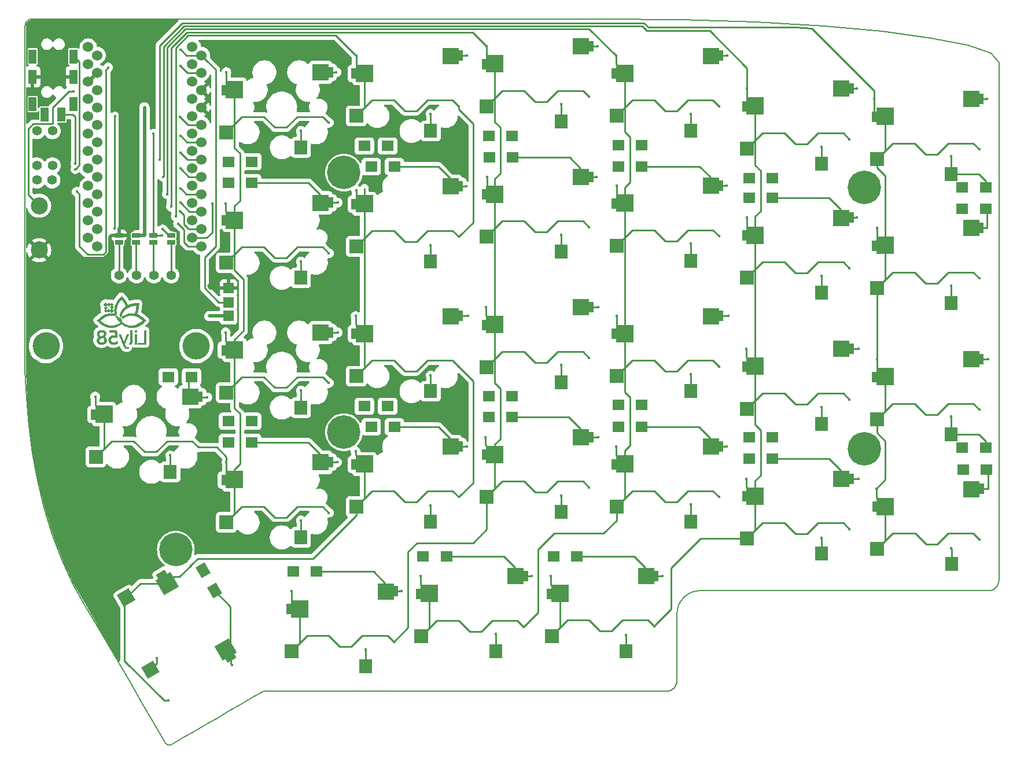
<source format=gbl>
G04 #@! TF.GenerationSoftware,KiCad,Pcbnew,7.0.10*
G04 #@! TF.CreationDate,2024-04-22T20:06:49+02:00*
G04 #@! TF.ProjectId,Lily58_Pro,4c696c79-3538-45f5-9072-6f2e6b696361,rev?*
G04 #@! TF.SameCoordinates,Original*
G04 #@! TF.FileFunction,Copper,L2,Bot*
G04 #@! TF.FilePolarity,Positive*
%FSLAX46Y46*%
G04 Gerber Fmt 4.6, Leading zero omitted, Abs format (unit mm)*
G04 Created by KiCad (PCBNEW 7.0.10) date 2024-04-22 20:06:49*
%MOMM*%
%LPD*%
G01*
G04 APERTURE LIST*
G04 Aperture macros list*
%AMRotRect*
0 Rectangle, with rotation*
0 The origin of the aperture is its center*
0 $1 length*
0 $2 width*
0 $3 Rotation angle, in degrees counterclockwise*
0 Add horizontal line*
21,1,$1,$2,0,0,$3*%
G04 Aperture macros list end*
G04 #@! TA.AperFunction,EtchedComponent*
%ADD10C,0.010000*%
G04 #@! TD*
G04 #@! TA.AperFunction,ComponentPad*
%ADD11R,1.200000X2.100000*%
G04 #@! TD*
G04 #@! TA.AperFunction,ComponentPad*
%ADD12R,1.524000X1.524000*%
G04 #@! TD*
G04 #@! TA.AperFunction,SMDPad,CuDef*
%ADD13RotRect,0.700000X1.500000X300.000000*%
G04 #@! TD*
G04 #@! TA.AperFunction,SMDPad,CuDef*
%ADD14RotRect,2.000000X2.000000X120.000000*%
G04 #@! TD*
G04 #@! TA.AperFunction,SMDPad,CuDef*
%ADD15RotRect,1.900000X2.000000X120.000000*%
G04 #@! TD*
G04 #@! TA.AperFunction,SMDPad,CuDef*
%ADD16RotRect,2.500000X2.500000X120.000000*%
G04 #@! TD*
G04 #@! TA.AperFunction,SMDPad,CuDef*
%ADD17RotRect,2.400000X2.400000X120.000000*%
G04 #@! TD*
G04 #@! TA.AperFunction,SMDPad,CuDef*
%ADD18R,0.700000X1.500000*%
G04 #@! TD*
G04 #@! TA.AperFunction,SMDPad,CuDef*
%ADD19R,2.000000X2.000000*%
G04 #@! TD*
G04 #@! TA.AperFunction,SMDPad,CuDef*
%ADD20R,1.900000X2.000000*%
G04 #@! TD*
G04 #@! TA.AperFunction,SMDPad,CuDef*
%ADD21R,2.500000X2.500000*%
G04 #@! TD*
G04 #@! TA.AperFunction,SMDPad,CuDef*
%ADD22R,2.400000X2.400000*%
G04 #@! TD*
G04 #@! TA.AperFunction,ComponentPad*
%ADD23C,1.524000*%
G04 #@! TD*
G04 #@! TA.AperFunction,ComponentPad*
%ADD24C,4.900000*%
G04 #@! TD*
G04 #@! TA.AperFunction,ComponentPad*
%ADD25C,1.397000*%
G04 #@! TD*
G04 #@! TA.AperFunction,SMDPad,CuDef*
%ADD26R,1.143000X0.635000*%
G04 #@! TD*
G04 #@! TA.AperFunction,ComponentPad*
%ADD27C,2.500000*%
G04 #@! TD*
G04 #@! TA.AperFunction,ComponentPad*
%ADD28R,1.800000X1.500000*%
G04 #@! TD*
G04 #@! TA.AperFunction,ComponentPad*
%ADD29RotRect,1.800000X1.500000X300.000000*%
G04 #@! TD*
G04 #@! TA.AperFunction,ComponentPad*
%ADD30C,4.000000*%
G04 #@! TD*
G04 #@! TA.AperFunction,ViaPad*
%ADD31C,0.400000*%
G04 #@! TD*
G04 #@! TA.AperFunction,Conductor*
%ADD32C,0.250000*%
G04 #@! TD*
G04 #@! TA.AperFunction,Conductor*
%ADD33C,0.500000*%
G04 #@! TD*
G04 #@! TA.AperFunction,Profile*
%ADD34C,0.200000*%
G04 #@! TD*
G04 APERTURE END LIST*
D10*
X96795884Y-83241766D02*
X96838409Y-83244759D01*
X96869836Y-83253472D01*
X96892599Y-83268947D01*
X96909135Y-83292223D01*
X96909146Y-83292246D01*
X96913948Y-83303107D01*
X96923557Y-83326185D01*
X96937464Y-83360198D01*
X96955159Y-83403864D01*
X96976133Y-83455902D01*
X96999877Y-83515030D01*
X97025880Y-83579967D01*
X97053635Y-83649431D01*
X97082631Y-83722141D01*
X97112360Y-83796814D01*
X97142311Y-83872170D01*
X97171976Y-83946928D01*
X97200845Y-84019805D01*
X97228408Y-84089519D01*
X97254157Y-84154791D01*
X97277582Y-84214337D01*
X97298173Y-84266877D01*
X97315422Y-84311128D01*
X97328819Y-84345810D01*
X97337854Y-84369641D01*
X97342019Y-84381339D01*
X97344225Y-84388220D01*
X97350651Y-84403867D01*
X97355600Y-84410115D01*
X97357014Y-84409303D01*
X97362725Y-84399275D01*
X97369141Y-84381472D01*
X97369185Y-84381326D01*
X97373441Y-84369608D01*
X97382644Y-84345768D01*
X97396277Y-84311085D01*
X97413823Y-84266840D01*
X97434765Y-84214312D01*
X97458586Y-84154781D01*
X97484768Y-84089526D01*
X97512794Y-84019828D01*
X97542147Y-83946967D01*
X97572310Y-83872221D01*
X97602765Y-83796871D01*
X97632994Y-83722197D01*
X97662482Y-83649478D01*
X97690710Y-83579994D01*
X97717162Y-83515025D01*
X97741320Y-83455851D01*
X97762666Y-83403751D01*
X97780685Y-83360006D01*
X97794857Y-83325894D01*
X97804667Y-83302697D01*
X97809596Y-83291693D01*
X97820105Y-83274806D01*
X97837681Y-83258361D01*
X97861559Y-83248263D01*
X97894339Y-83243534D01*
X97938625Y-83243196D01*
X97943919Y-83243357D01*
X97975233Y-83244619D01*
X97995872Y-83246629D01*
X98009216Y-83250244D01*
X98018641Y-83256317D01*
X98027525Y-83265705D01*
X98038695Y-83283185D01*
X98045028Y-83309803D01*
X98044061Y-83314505D01*
X98037945Y-83332895D01*
X98026341Y-83363966D01*
X98009415Y-83407309D01*
X97987334Y-83462516D01*
X97960264Y-83529179D01*
X97928370Y-83606889D01*
X97891820Y-83695238D01*
X97850779Y-83793819D01*
X97805414Y-83902222D01*
X97755890Y-84020039D01*
X97466753Y-84706539D01*
X97518904Y-84829609D01*
X97544880Y-84888739D01*
X97573481Y-84947528D01*
X97600547Y-84995264D01*
X97627125Y-85033603D01*
X97654263Y-85064197D01*
X97683008Y-85088701D01*
X97711074Y-85107240D01*
X97755054Y-85126606D01*
X97799789Y-85133298D01*
X97847768Y-85127554D01*
X97901481Y-85109612D01*
X97902917Y-85109015D01*
X97943181Y-85095732D01*
X97975443Y-85093556D01*
X98001844Y-85103255D01*
X98024527Y-85125599D01*
X98045632Y-85161356D01*
X98048827Y-85167879D01*
X98059476Y-85191210D01*
X98064356Y-85207443D01*
X98064378Y-85221239D01*
X98060452Y-85237257D01*
X98060005Y-85238689D01*
X98048265Y-85262135D01*
X98032146Y-85279319D01*
X98011414Y-85291593D01*
X97974036Y-85308767D01*
X97931644Y-85324122D01*
X97889691Y-85335508D01*
X97835286Y-85343303D01*
X97760318Y-85341740D01*
X97685239Y-85326573D01*
X97612033Y-85298070D01*
X97583901Y-85282573D01*
X97528408Y-85242315D01*
X97476215Y-85192137D01*
X97430279Y-85135070D01*
X97393556Y-85074143D01*
X97393476Y-85073982D01*
X97388058Y-85061921D01*
X97377642Y-85037603D01*
X97362632Y-85002017D01*
X97343435Y-84956149D01*
X97320456Y-84900987D01*
X97294101Y-84837519D01*
X97264774Y-84766730D01*
X97232883Y-84689609D01*
X97198831Y-84607143D01*
X97163025Y-84520320D01*
X97125870Y-84430126D01*
X97087772Y-84337548D01*
X97049137Y-84243575D01*
X97010369Y-84149193D01*
X96971874Y-84055389D01*
X96934059Y-83963151D01*
X96897328Y-83873467D01*
X96862086Y-83787323D01*
X96828741Y-83705707D01*
X96797696Y-83629605D01*
X96769358Y-83560006D01*
X96744132Y-83497897D01*
X96722423Y-83444264D01*
X96704638Y-83400095D01*
X96691182Y-83366378D01*
X96682459Y-83344099D01*
X96678877Y-83334247D01*
X96677754Y-83329519D01*
X96677157Y-83297920D01*
X96688425Y-83271141D01*
X96710376Y-83252258D01*
X96721784Y-83248098D01*
X96751045Y-83243370D01*
X96790997Y-83241742D01*
X96795884Y-83241766D01*
G04 #@! TA.AperFunction,EtchedComponent*
G36*
X96795884Y-83241766D02*
G01*
X96838409Y-83244759D01*
X96869836Y-83253472D01*
X96892599Y-83268947D01*
X96909135Y-83292223D01*
X96909146Y-83292246D01*
X96913948Y-83303107D01*
X96923557Y-83326185D01*
X96937464Y-83360198D01*
X96955159Y-83403864D01*
X96976133Y-83455902D01*
X96999877Y-83515030D01*
X97025880Y-83579967D01*
X97053635Y-83649431D01*
X97082631Y-83722141D01*
X97112360Y-83796814D01*
X97142311Y-83872170D01*
X97171976Y-83946928D01*
X97200845Y-84019805D01*
X97228408Y-84089519D01*
X97254157Y-84154791D01*
X97277582Y-84214337D01*
X97298173Y-84266877D01*
X97315422Y-84311128D01*
X97328819Y-84345810D01*
X97337854Y-84369641D01*
X97342019Y-84381339D01*
X97344225Y-84388220D01*
X97350651Y-84403867D01*
X97355600Y-84410115D01*
X97357014Y-84409303D01*
X97362725Y-84399275D01*
X97369141Y-84381472D01*
X97369185Y-84381326D01*
X97373441Y-84369608D01*
X97382644Y-84345768D01*
X97396277Y-84311085D01*
X97413823Y-84266840D01*
X97434765Y-84214312D01*
X97458586Y-84154781D01*
X97484768Y-84089526D01*
X97512794Y-84019828D01*
X97542147Y-83946967D01*
X97572310Y-83872221D01*
X97602765Y-83796871D01*
X97632994Y-83722197D01*
X97662482Y-83649478D01*
X97690710Y-83579994D01*
X97717162Y-83515025D01*
X97741320Y-83455851D01*
X97762666Y-83403751D01*
X97780685Y-83360006D01*
X97794857Y-83325894D01*
X97804667Y-83302697D01*
X97809596Y-83291693D01*
X97820105Y-83274806D01*
X97837681Y-83258361D01*
X97861559Y-83248263D01*
X97894339Y-83243534D01*
X97938625Y-83243196D01*
X97943919Y-83243357D01*
X97975233Y-83244619D01*
X97995872Y-83246629D01*
X98009216Y-83250244D01*
X98018641Y-83256317D01*
X98027525Y-83265705D01*
X98038695Y-83283185D01*
X98045028Y-83309803D01*
X98044061Y-83314505D01*
X98037945Y-83332895D01*
X98026341Y-83363966D01*
X98009415Y-83407309D01*
X97987334Y-83462516D01*
X97960264Y-83529179D01*
X97928370Y-83606889D01*
X97891820Y-83695238D01*
X97850779Y-83793819D01*
X97805414Y-83902222D01*
X97755890Y-84020039D01*
X97466753Y-84706539D01*
X97518904Y-84829609D01*
X97544880Y-84888739D01*
X97573481Y-84947528D01*
X97600547Y-84995264D01*
X97627125Y-85033603D01*
X97654263Y-85064197D01*
X97683008Y-85088701D01*
X97711074Y-85107240D01*
X97755054Y-85126606D01*
X97799789Y-85133298D01*
X97847768Y-85127554D01*
X97901481Y-85109612D01*
X97902917Y-85109015D01*
X97943181Y-85095732D01*
X97975443Y-85093556D01*
X98001844Y-85103255D01*
X98024527Y-85125599D01*
X98045632Y-85161356D01*
X98048827Y-85167879D01*
X98059476Y-85191210D01*
X98064356Y-85207443D01*
X98064378Y-85221239D01*
X98060452Y-85237257D01*
X98060005Y-85238689D01*
X98048265Y-85262135D01*
X98032146Y-85279319D01*
X98011414Y-85291593D01*
X97974036Y-85308767D01*
X97931644Y-85324122D01*
X97889691Y-85335508D01*
X97835286Y-85343303D01*
X97760318Y-85341740D01*
X97685239Y-85326573D01*
X97612033Y-85298070D01*
X97583901Y-85282573D01*
X97528408Y-85242315D01*
X97476215Y-85192137D01*
X97430279Y-85135070D01*
X97393556Y-85074143D01*
X97393476Y-85073982D01*
X97388058Y-85061921D01*
X97377642Y-85037603D01*
X97362632Y-85002017D01*
X97343435Y-84956149D01*
X97320456Y-84900987D01*
X97294101Y-84837519D01*
X97264774Y-84766730D01*
X97232883Y-84689609D01*
X97198831Y-84607143D01*
X97163025Y-84520320D01*
X97125870Y-84430126D01*
X97087772Y-84337548D01*
X97049137Y-84243575D01*
X97010369Y-84149193D01*
X96971874Y-84055389D01*
X96934059Y-83963151D01*
X96897328Y-83873467D01*
X96862086Y-83787323D01*
X96828741Y-83705707D01*
X96797696Y-83629605D01*
X96769358Y-83560006D01*
X96744132Y-83497897D01*
X96722423Y-83444264D01*
X96704638Y-83400095D01*
X96691182Y-83366378D01*
X96682459Y-83344099D01*
X96678877Y-83334247D01*
X96677754Y-83329519D01*
X96677157Y-83297920D01*
X96688425Y-83271141D01*
X96710376Y-83252258D01*
X96721784Y-83248098D01*
X96751045Y-83243370D01*
X96790997Y-83241742D01*
X96795884Y-83241766D01*
G37*
G04 #@! TD.AperFunction*
X98482164Y-82662979D02*
X98506775Y-82665155D01*
X98522776Y-82669140D01*
X98534562Y-82676463D01*
X98546527Y-82688651D01*
X98567543Y-82712172D01*
X98567435Y-83581100D01*
X98567408Y-83693126D01*
X98567334Y-83814900D01*
X98567207Y-83923574D01*
X98567019Y-84019922D01*
X98566759Y-84104714D01*
X98566420Y-84178722D01*
X98565991Y-84242719D01*
X98565463Y-84297475D01*
X98564828Y-84343764D01*
X98564076Y-84382357D01*
X98563199Y-84414026D01*
X98562186Y-84439543D01*
X98561029Y-84459679D01*
X98559719Y-84475207D01*
X98558246Y-84486898D01*
X98556601Y-84495525D01*
X98534742Y-84561613D01*
X98501977Y-84619333D01*
X98459071Y-84666818D01*
X98406436Y-84703704D01*
X98344484Y-84729630D01*
X98273628Y-84744233D01*
X98227210Y-84746793D01*
X98185302Y-84741734D01*
X98154536Y-84728425D01*
X98135400Y-84706996D01*
X98129396Y-84687543D01*
X98125802Y-84658155D01*
X98125239Y-84625515D01*
X98127788Y-84595302D01*
X98133527Y-84573197D01*
X98148963Y-84553127D01*
X98175334Y-84538829D01*
X98214045Y-84529707D01*
X98216691Y-84529291D01*
X98257472Y-84516653D01*
X98289234Y-84493028D01*
X98313543Y-84457275D01*
X98331685Y-84421000D01*
X98335314Y-83567963D01*
X98335495Y-83525670D01*
X98336047Y-83400347D01*
X98336575Y-83288507D01*
X98337093Y-83189367D01*
X98337615Y-83102144D01*
X98338156Y-83026052D01*
X98338731Y-82960310D01*
X98339353Y-82904131D01*
X98340038Y-82856734D01*
X98340799Y-82817333D01*
X98341652Y-82785144D01*
X98342610Y-82759385D01*
X98343688Y-82739271D01*
X98344901Y-82724018D01*
X98346262Y-82712842D01*
X98347787Y-82704960D01*
X98349490Y-82699587D01*
X98351386Y-82695939D01*
X98360688Y-82685037D01*
X98385980Y-82670438D01*
X98422438Y-82662965D01*
X98470932Y-82662374D01*
X98482164Y-82662979D01*
G04 #@! TA.AperFunction,EtchedComponent*
G36*
X98482164Y-82662979D02*
G01*
X98506775Y-82665155D01*
X98522776Y-82669140D01*
X98534562Y-82676463D01*
X98546527Y-82688651D01*
X98567543Y-82712172D01*
X98567435Y-83581100D01*
X98567408Y-83693126D01*
X98567334Y-83814900D01*
X98567207Y-83923574D01*
X98567019Y-84019922D01*
X98566759Y-84104714D01*
X98566420Y-84178722D01*
X98565991Y-84242719D01*
X98565463Y-84297475D01*
X98564828Y-84343764D01*
X98564076Y-84382357D01*
X98563199Y-84414026D01*
X98562186Y-84439543D01*
X98561029Y-84459679D01*
X98559719Y-84475207D01*
X98558246Y-84486898D01*
X98556601Y-84495525D01*
X98534742Y-84561613D01*
X98501977Y-84619333D01*
X98459071Y-84666818D01*
X98406436Y-84703704D01*
X98344484Y-84729630D01*
X98273628Y-84744233D01*
X98227210Y-84746793D01*
X98185302Y-84741734D01*
X98154536Y-84728425D01*
X98135400Y-84706996D01*
X98129396Y-84687543D01*
X98125802Y-84658155D01*
X98125239Y-84625515D01*
X98127788Y-84595302D01*
X98133527Y-84573197D01*
X98148963Y-84553127D01*
X98175334Y-84538829D01*
X98214045Y-84529707D01*
X98216691Y-84529291D01*
X98257472Y-84516653D01*
X98289234Y-84493028D01*
X98313543Y-84457275D01*
X98331685Y-84421000D01*
X98335314Y-83567963D01*
X98335495Y-83525670D01*
X98336047Y-83400347D01*
X98336575Y-83288507D01*
X98337093Y-83189367D01*
X98337615Y-83102144D01*
X98338156Y-83026052D01*
X98338731Y-82960310D01*
X98339353Y-82904131D01*
X98340038Y-82856734D01*
X98340799Y-82817333D01*
X98341652Y-82785144D01*
X98342610Y-82759385D01*
X98343688Y-82739271D01*
X98344901Y-82724018D01*
X98346262Y-82712842D01*
X98347787Y-82704960D01*
X98349490Y-82699587D01*
X98351386Y-82695939D01*
X98360688Y-82685037D01*
X98385980Y-82670438D01*
X98422438Y-82662965D01*
X98470932Y-82662374D01*
X98482164Y-82662979D01*
G37*
G04 #@! TD.AperFunction*
X95856902Y-82672037D02*
X95940973Y-82672098D01*
X96012337Y-82672241D01*
X96072093Y-82672498D01*
X96121342Y-82672898D01*
X96161182Y-82673470D01*
X96192713Y-82674245D01*
X96217036Y-82675251D01*
X96235250Y-82676519D01*
X96248456Y-82678077D01*
X96257751Y-82679957D01*
X96264237Y-82682187D01*
X96269014Y-82684797D01*
X96284826Y-82698650D01*
X96298982Y-82717839D01*
X96299991Y-82720862D01*
X96303237Y-82737557D01*
X96307597Y-82766494D01*
X96312906Y-82806127D01*
X96319002Y-82854909D01*
X96325722Y-82911292D01*
X96332901Y-82973730D01*
X96340377Y-83040677D01*
X96347987Y-83110584D01*
X96355567Y-83181907D01*
X96362954Y-83253097D01*
X96369984Y-83322608D01*
X96376495Y-83388893D01*
X96382323Y-83450406D01*
X96387305Y-83505598D01*
X96391277Y-83552925D01*
X96394076Y-83590838D01*
X96395540Y-83617791D01*
X96395504Y-83632238D01*
X96387367Y-83660947D01*
X96366542Y-83689583D01*
X96335296Y-83711508D01*
X96295465Y-83725493D01*
X96248885Y-83730310D01*
X96224386Y-83728916D01*
X96199994Y-83724116D01*
X96171521Y-83714745D01*
X96134622Y-83699637D01*
X96086083Y-83680048D01*
X96034116Y-83663550D01*
X95983941Y-83653743D01*
X95930287Y-83649651D01*
X95867885Y-83650299D01*
X95840682Y-83651690D01*
X95784963Y-83657494D01*
X95736580Y-83667853D01*
X95690693Y-83683988D01*
X95642466Y-83707118D01*
X95591755Y-83739400D01*
X95538370Y-83787725D01*
X95494293Y-83844524D01*
X95460552Y-83907804D01*
X95438170Y-83975575D01*
X95428175Y-84045843D01*
X95431593Y-84116616D01*
X95439143Y-84155837D01*
X95463594Y-84229002D01*
X95499974Y-84294425D01*
X95547663Y-84351432D01*
X95606042Y-84399349D01*
X95674491Y-84437504D01*
X95752390Y-84465223D01*
X95761448Y-84467456D01*
X95806043Y-84474414D01*
X95858083Y-84477680D01*
X95912257Y-84477252D01*
X95963257Y-84473129D01*
X96005771Y-84465309D01*
X96049313Y-84451087D01*
X96109116Y-84424521D01*
X96167561Y-84391461D01*
X96219011Y-84354825D01*
X96247542Y-84332521D01*
X96281127Y-84310526D01*
X96309094Y-84299780D01*
X96333793Y-84300514D01*
X96357578Y-84312964D01*
X96382802Y-84337361D01*
X96411817Y-84373939D01*
X96421234Y-84386770D01*
X96438770Y-84412230D01*
X96449272Y-84431219D01*
X96454376Y-84447052D01*
X96455714Y-84463045D01*
X96455487Y-84471845D01*
X96453007Y-84485677D01*
X96446065Y-84498875D01*
X96432552Y-84514884D01*
X96410357Y-84537152D01*
X96410053Y-84537449D01*
X96339571Y-84596818D01*
X96258992Y-84648552D01*
X96171350Y-84691173D01*
X96079679Y-84723204D01*
X95987013Y-84743169D01*
X95950502Y-84747132D01*
X95893666Y-84749788D01*
X95833263Y-84749459D01*
X95775231Y-84746216D01*
X95725508Y-84740125D01*
X95650351Y-84723513D01*
X95555080Y-84690778D01*
X95467346Y-84646790D01*
X95388014Y-84592265D01*
X95317953Y-84527919D01*
X95258029Y-84454468D01*
X95209109Y-84372628D01*
X95172060Y-84283115D01*
X95154853Y-84222823D01*
X95138619Y-84124844D01*
X95136899Y-84026887D01*
X95149691Y-83929008D01*
X95176994Y-83831262D01*
X95193278Y-83789734D01*
X95227415Y-83723547D01*
X95271064Y-83661604D01*
X95326569Y-83600284D01*
X95358763Y-83569636D01*
X95418658Y-83521528D01*
X95481914Y-83482949D01*
X95553025Y-83450935D01*
X95558026Y-83449014D01*
X95646030Y-83421520D01*
X95736175Y-83404534D01*
X95826071Y-83398095D01*
X95913332Y-83402242D01*
X95995566Y-83417014D01*
X96070387Y-83442450D01*
X96088048Y-83449758D01*
X96104843Y-83455634D01*
X96112432Y-83456788D01*
X96112330Y-83449742D01*
X96110745Y-83429830D01*
X96107812Y-83398701D01*
X96103698Y-83357986D01*
X96098567Y-83309320D01*
X96092585Y-83254333D01*
X96085916Y-83194660D01*
X96079494Y-83137766D01*
X96073255Y-83082174D01*
X96067739Y-83032694D01*
X96063128Y-82990989D01*
X96059608Y-82958720D01*
X96057361Y-82937549D01*
X96056571Y-82929137D01*
X96056169Y-82928841D01*
X96045910Y-82927583D01*
X96022831Y-82926337D01*
X95988303Y-82925133D01*
X95943697Y-82924003D01*
X95890383Y-82922977D01*
X95829732Y-82922088D01*
X95763114Y-82921365D01*
X95691900Y-82920841D01*
X95662835Y-82920673D01*
X95584874Y-82920178D01*
X95519773Y-82919655D01*
X95466291Y-82919056D01*
X95423187Y-82918331D01*
X95389221Y-82917430D01*
X95363150Y-82916306D01*
X95343735Y-82914907D01*
X95329735Y-82913186D01*
X95319909Y-82911093D01*
X95313015Y-82908578D01*
X95307814Y-82905593D01*
X95292456Y-82890545D01*
X95280600Y-82870038D01*
X95279295Y-82865804D01*
X95274883Y-82839460D01*
X95273104Y-82806008D01*
X95273880Y-82770807D01*
X95277135Y-82739214D01*
X95282793Y-82716589D01*
X95284758Y-82711869D01*
X95288472Y-82703806D01*
X95293019Y-82696910D01*
X95299451Y-82691092D01*
X95308821Y-82686260D01*
X95322182Y-82682321D01*
X95340585Y-82679186D01*
X95365084Y-82676762D01*
X95396729Y-82674957D01*
X95436575Y-82673681D01*
X95485673Y-82672843D01*
X95545076Y-82672349D01*
X95615836Y-82672110D01*
X95699005Y-82672034D01*
X95795636Y-82672029D01*
X95856902Y-82672037D01*
G04 #@! TA.AperFunction,EtchedComponent*
G36*
X95856902Y-82672037D02*
G01*
X95940973Y-82672098D01*
X96012337Y-82672241D01*
X96072093Y-82672498D01*
X96121342Y-82672898D01*
X96161182Y-82673470D01*
X96192713Y-82674245D01*
X96217036Y-82675251D01*
X96235250Y-82676519D01*
X96248456Y-82678077D01*
X96257751Y-82679957D01*
X96264237Y-82682187D01*
X96269014Y-82684797D01*
X96284826Y-82698650D01*
X96298982Y-82717839D01*
X96299991Y-82720862D01*
X96303237Y-82737557D01*
X96307597Y-82766494D01*
X96312906Y-82806127D01*
X96319002Y-82854909D01*
X96325722Y-82911292D01*
X96332901Y-82973730D01*
X96340377Y-83040677D01*
X96347987Y-83110584D01*
X96355567Y-83181907D01*
X96362954Y-83253097D01*
X96369984Y-83322608D01*
X96376495Y-83388893D01*
X96382323Y-83450406D01*
X96387305Y-83505598D01*
X96391277Y-83552925D01*
X96394076Y-83590838D01*
X96395540Y-83617791D01*
X96395504Y-83632238D01*
X96387367Y-83660947D01*
X96366542Y-83689583D01*
X96335296Y-83711508D01*
X96295465Y-83725493D01*
X96248885Y-83730310D01*
X96224386Y-83728916D01*
X96199994Y-83724116D01*
X96171521Y-83714745D01*
X96134622Y-83699637D01*
X96086083Y-83680048D01*
X96034116Y-83663550D01*
X95983941Y-83653743D01*
X95930287Y-83649651D01*
X95867885Y-83650299D01*
X95840682Y-83651690D01*
X95784963Y-83657494D01*
X95736580Y-83667853D01*
X95690693Y-83683988D01*
X95642466Y-83707118D01*
X95591755Y-83739400D01*
X95538370Y-83787725D01*
X95494293Y-83844524D01*
X95460552Y-83907804D01*
X95438170Y-83975575D01*
X95428175Y-84045843D01*
X95431593Y-84116616D01*
X95439143Y-84155837D01*
X95463594Y-84229002D01*
X95499974Y-84294425D01*
X95547663Y-84351432D01*
X95606042Y-84399349D01*
X95674491Y-84437504D01*
X95752390Y-84465223D01*
X95761448Y-84467456D01*
X95806043Y-84474414D01*
X95858083Y-84477680D01*
X95912257Y-84477252D01*
X95963257Y-84473129D01*
X96005771Y-84465309D01*
X96049313Y-84451087D01*
X96109116Y-84424521D01*
X96167561Y-84391461D01*
X96219011Y-84354825D01*
X96247542Y-84332521D01*
X96281127Y-84310526D01*
X96309094Y-84299780D01*
X96333793Y-84300514D01*
X96357578Y-84312964D01*
X96382802Y-84337361D01*
X96411817Y-84373939D01*
X96421234Y-84386770D01*
X96438770Y-84412230D01*
X96449272Y-84431219D01*
X96454376Y-84447052D01*
X96455714Y-84463045D01*
X96455487Y-84471845D01*
X96453007Y-84485677D01*
X96446065Y-84498875D01*
X96432552Y-84514884D01*
X96410357Y-84537152D01*
X96410053Y-84537449D01*
X96339571Y-84596818D01*
X96258992Y-84648552D01*
X96171350Y-84691173D01*
X96079679Y-84723204D01*
X95987013Y-84743169D01*
X95950502Y-84747132D01*
X95893666Y-84749788D01*
X95833263Y-84749459D01*
X95775231Y-84746216D01*
X95725508Y-84740125D01*
X95650351Y-84723513D01*
X95555080Y-84690778D01*
X95467346Y-84646790D01*
X95388014Y-84592265D01*
X95317953Y-84527919D01*
X95258029Y-84454468D01*
X95209109Y-84372628D01*
X95172060Y-84283115D01*
X95154853Y-84222823D01*
X95138619Y-84124844D01*
X95136899Y-84026887D01*
X95149691Y-83929008D01*
X95176994Y-83831262D01*
X95193278Y-83789734D01*
X95227415Y-83723547D01*
X95271064Y-83661604D01*
X95326569Y-83600284D01*
X95358763Y-83569636D01*
X95418658Y-83521528D01*
X95481914Y-83482949D01*
X95553025Y-83450935D01*
X95558026Y-83449014D01*
X95646030Y-83421520D01*
X95736175Y-83404534D01*
X95826071Y-83398095D01*
X95913332Y-83402242D01*
X95995566Y-83417014D01*
X96070387Y-83442450D01*
X96088048Y-83449758D01*
X96104843Y-83455634D01*
X96112432Y-83456788D01*
X96112330Y-83449742D01*
X96110745Y-83429830D01*
X96107812Y-83398701D01*
X96103698Y-83357986D01*
X96098567Y-83309320D01*
X96092585Y-83254333D01*
X96085916Y-83194660D01*
X96079494Y-83137766D01*
X96073255Y-83082174D01*
X96067739Y-83032694D01*
X96063128Y-82990989D01*
X96059608Y-82958720D01*
X96057361Y-82937549D01*
X96056571Y-82929137D01*
X96056169Y-82928841D01*
X96045910Y-82927583D01*
X96022831Y-82926337D01*
X95988303Y-82925133D01*
X95943697Y-82924003D01*
X95890383Y-82922977D01*
X95829732Y-82922088D01*
X95763114Y-82921365D01*
X95691900Y-82920841D01*
X95662835Y-82920673D01*
X95584874Y-82920178D01*
X95519773Y-82919655D01*
X95466291Y-82919056D01*
X95423187Y-82918331D01*
X95389221Y-82917430D01*
X95363150Y-82916306D01*
X95343735Y-82914907D01*
X95329735Y-82913186D01*
X95319909Y-82911093D01*
X95313015Y-82908578D01*
X95307814Y-82905593D01*
X95292456Y-82890545D01*
X95280600Y-82870038D01*
X95279295Y-82865804D01*
X95274883Y-82839460D01*
X95273104Y-82806008D01*
X95273880Y-82770807D01*
X95277135Y-82739214D01*
X95282793Y-82716589D01*
X95284758Y-82711869D01*
X95288472Y-82703806D01*
X95293019Y-82696910D01*
X95299451Y-82691092D01*
X95308821Y-82686260D01*
X95322182Y-82682321D01*
X95340585Y-82679186D01*
X95365084Y-82676762D01*
X95396729Y-82674957D01*
X95436575Y-82673681D01*
X95485673Y-82672843D01*
X95545076Y-82672349D01*
X95615836Y-82672110D01*
X95699005Y-82672034D01*
X95795636Y-82672029D01*
X95856902Y-82672037D01*
G37*
G04 #@! TD.AperFunction*
X94748287Y-83245402D02*
X94733846Y-83312219D01*
X94708337Y-83373317D01*
X94670668Y-83431348D01*
X94619750Y-83488966D01*
X94596192Y-83512237D01*
X94570352Y-83536810D01*
X94548411Y-83556701D01*
X94533465Y-83569035D01*
X94508959Y-83586910D01*
X94537094Y-83605703D01*
X94556213Y-83619312D01*
X94606242Y-83661793D01*
X94656290Y-83712997D01*
X94703213Y-83769269D01*
X94743865Y-83826952D01*
X94775101Y-83882392D01*
X94779113Y-83890855D01*
X94804709Y-83952555D01*
X94821413Y-84011227D01*
X94830461Y-84072399D01*
X94831922Y-84110809D01*
X94833092Y-84141600D01*
X94833078Y-84145879D01*
X94832153Y-84191039D01*
X94829457Y-84226915D01*
X94824458Y-84258293D01*
X94816626Y-84289961D01*
X94811462Y-84307173D01*
X94777825Y-84389946D01*
X94731786Y-84467370D01*
X94674913Y-84537130D01*
X94608771Y-84596915D01*
X94598460Y-84604660D01*
X94523040Y-84652342D01*
X94438193Y-84692273D01*
X94347121Y-84723132D01*
X94253025Y-84743600D01*
X94245889Y-84744522D01*
X94218486Y-84746536D01*
X94181956Y-84747825D01*
X94140206Y-84748283D01*
X94097143Y-84747805D01*
X94025176Y-84744265D01*
X93955426Y-84735713D01*
X93891657Y-84721352D01*
X93829684Y-84700217D01*
X93765322Y-84671344D01*
X93711699Y-84641978D01*
X93634296Y-84587304D01*
X93567744Y-84523769D01*
X93512614Y-84452047D01*
X93469481Y-84372814D01*
X93438915Y-84286743D01*
X93437044Y-84279348D01*
X93429113Y-84231141D01*
X93425722Y-84176118D01*
X93426545Y-84133154D01*
X93716420Y-84133154D01*
X93717588Y-84188532D01*
X93730030Y-84243407D01*
X93753150Y-84296415D01*
X93786354Y-84346197D01*
X93829046Y-84391388D01*
X93880632Y-84430629D01*
X93940516Y-84462556D01*
X94008104Y-84485809D01*
X94022700Y-84488981D01*
X94063823Y-84494140D01*
X94111550Y-84496396D01*
X94160673Y-84495751D01*
X94205987Y-84492206D01*
X94242285Y-84485762D01*
X94290537Y-84470086D01*
X94357237Y-84437452D01*
X94416403Y-84394977D01*
X94466432Y-84344112D01*
X94505724Y-84286304D01*
X94532678Y-84223002D01*
X94535197Y-84214174D01*
X94543895Y-84165536D01*
X94546973Y-84110809D01*
X94544338Y-84056064D01*
X94535902Y-84007370D01*
X94532804Y-83996427D01*
X94510223Y-83940406D01*
X94477047Y-83882722D01*
X94435611Y-83826613D01*
X94388249Y-83775314D01*
X94337297Y-83732062D01*
X94302568Y-83706569D01*
X94154498Y-83770622D01*
X94099741Y-83794494D01*
X94032238Y-83824694D01*
X93975784Y-83851149D01*
X93928899Y-83874695D01*
X93890104Y-83896162D01*
X93857920Y-83916383D01*
X93830868Y-83936192D01*
X93807467Y-83956421D01*
X93786240Y-83977903D01*
X93750282Y-84026335D01*
X93727119Y-84078635D01*
X93716420Y-84133154D01*
X93426545Y-84133154D01*
X93426808Y-84119449D01*
X93432308Y-84066305D01*
X93442158Y-84021857D01*
X93450811Y-83997091D01*
X93484865Y-83927825D01*
X93531788Y-83862080D01*
X93590420Y-83801320D01*
X93659604Y-83747009D01*
X93711373Y-83711647D01*
X93673052Y-83666474D01*
X93619336Y-83597340D01*
X93565599Y-83512128D01*
X93523740Y-83425492D01*
X93493884Y-83338445D01*
X93476157Y-83252003D01*
X93473470Y-83210354D01*
X93748800Y-83210354D01*
X93750247Y-83238638D01*
X93760793Y-83298834D01*
X93780468Y-83363388D01*
X93807984Y-83428994D01*
X93842050Y-83492348D01*
X93881378Y-83550143D01*
X93889123Y-83559976D01*
X93907211Y-83581254D01*
X93921980Y-83596364D01*
X93930810Y-83602529D01*
X93935737Y-83601807D01*
X93953060Y-83596201D01*
X93979951Y-83585944D01*
X94014204Y-83571998D01*
X94053611Y-83555330D01*
X94095965Y-83536904D01*
X94139061Y-83517685D01*
X94180691Y-83498637D01*
X94218649Y-83480726D01*
X94250728Y-83464916D01*
X94274720Y-83452172D01*
X94294640Y-83440265D01*
X94344107Y-83405243D01*
X94388285Y-83366305D01*
X94424306Y-83326157D01*
X94449300Y-83287502D01*
X94455046Y-83275673D01*
X94463169Y-83255553D01*
X94467852Y-83235549D01*
X94470033Y-83210789D01*
X94470646Y-83176400D01*
X94470640Y-83163191D01*
X94469719Y-83131966D01*
X94466783Y-83108637D01*
X94460974Y-83088277D01*
X94451436Y-83065961D01*
X94422890Y-83018040D01*
X94380217Y-82972070D01*
X94327489Y-82935380D01*
X94265700Y-82908508D01*
X94195843Y-82891991D01*
X94118914Y-82886367D01*
X94105162Y-82886532D01*
X94028071Y-82894103D01*
X93958704Y-82912454D01*
X93897848Y-82940897D01*
X93846291Y-82978742D01*
X93804820Y-83025300D01*
X93774223Y-83079880D01*
X93755287Y-83141795D01*
X93748800Y-83210354D01*
X93473470Y-83210354D01*
X93470684Y-83167178D01*
X93477591Y-83084986D01*
X93497003Y-83006440D01*
X93529045Y-82932554D01*
X93573844Y-82864343D01*
X93592411Y-82842052D01*
X93653958Y-82782806D01*
X93725688Y-82733389D01*
X93807956Y-82693582D01*
X93901116Y-82663169D01*
X93947485Y-82653640D01*
X94006409Y-82646052D01*
X94070749Y-82641304D01*
X94135920Y-82639619D01*
X94197336Y-82641216D01*
X94250412Y-82646318D01*
X94272716Y-82649898D01*
X94365689Y-82672258D01*
X94450308Y-82704959D01*
X94525906Y-82747311D01*
X94591817Y-82798626D01*
X94647375Y-82858214D01*
X94691911Y-82925386D01*
X94724759Y-82999453D01*
X94745253Y-83079725D01*
X94752726Y-83165515D01*
X94752751Y-83170212D01*
X94752383Y-83176400D01*
X94748287Y-83245402D01*
G04 #@! TA.AperFunction,EtchedComponent*
G36*
X94748287Y-83245402D02*
G01*
X94733846Y-83312219D01*
X94708337Y-83373317D01*
X94670668Y-83431348D01*
X94619750Y-83488966D01*
X94596192Y-83512237D01*
X94570352Y-83536810D01*
X94548411Y-83556701D01*
X94533465Y-83569035D01*
X94508959Y-83586910D01*
X94537094Y-83605703D01*
X94556213Y-83619312D01*
X94606242Y-83661793D01*
X94656290Y-83712997D01*
X94703213Y-83769269D01*
X94743865Y-83826952D01*
X94775101Y-83882392D01*
X94779113Y-83890855D01*
X94804709Y-83952555D01*
X94821413Y-84011227D01*
X94830461Y-84072399D01*
X94831922Y-84110809D01*
X94833092Y-84141600D01*
X94833078Y-84145879D01*
X94832153Y-84191039D01*
X94829457Y-84226915D01*
X94824458Y-84258293D01*
X94816626Y-84289961D01*
X94811462Y-84307173D01*
X94777825Y-84389946D01*
X94731786Y-84467370D01*
X94674913Y-84537130D01*
X94608771Y-84596915D01*
X94598460Y-84604660D01*
X94523040Y-84652342D01*
X94438193Y-84692273D01*
X94347121Y-84723132D01*
X94253025Y-84743600D01*
X94245889Y-84744522D01*
X94218486Y-84746536D01*
X94181956Y-84747825D01*
X94140206Y-84748283D01*
X94097143Y-84747805D01*
X94025176Y-84744265D01*
X93955426Y-84735713D01*
X93891657Y-84721352D01*
X93829684Y-84700217D01*
X93765322Y-84671344D01*
X93711699Y-84641978D01*
X93634296Y-84587304D01*
X93567744Y-84523769D01*
X93512614Y-84452047D01*
X93469481Y-84372814D01*
X93438915Y-84286743D01*
X93437044Y-84279348D01*
X93429113Y-84231141D01*
X93425722Y-84176118D01*
X93426545Y-84133154D01*
X93716420Y-84133154D01*
X93717588Y-84188532D01*
X93730030Y-84243407D01*
X93753150Y-84296415D01*
X93786354Y-84346197D01*
X93829046Y-84391388D01*
X93880632Y-84430629D01*
X93940516Y-84462556D01*
X94008104Y-84485809D01*
X94022700Y-84488981D01*
X94063823Y-84494140D01*
X94111550Y-84496396D01*
X94160673Y-84495751D01*
X94205987Y-84492206D01*
X94242285Y-84485762D01*
X94290537Y-84470086D01*
X94357237Y-84437452D01*
X94416403Y-84394977D01*
X94466432Y-84344112D01*
X94505724Y-84286304D01*
X94532678Y-84223002D01*
X94535197Y-84214174D01*
X94543895Y-84165536D01*
X94546973Y-84110809D01*
X94544338Y-84056064D01*
X94535902Y-84007370D01*
X94532804Y-83996427D01*
X94510223Y-83940406D01*
X94477047Y-83882722D01*
X94435611Y-83826613D01*
X94388249Y-83775314D01*
X94337297Y-83732062D01*
X94302568Y-83706569D01*
X94154498Y-83770622D01*
X94099741Y-83794494D01*
X94032238Y-83824694D01*
X93975784Y-83851149D01*
X93928899Y-83874695D01*
X93890104Y-83896162D01*
X93857920Y-83916383D01*
X93830868Y-83936192D01*
X93807467Y-83956421D01*
X93786240Y-83977903D01*
X93750282Y-84026335D01*
X93727119Y-84078635D01*
X93716420Y-84133154D01*
X93426545Y-84133154D01*
X93426808Y-84119449D01*
X93432308Y-84066305D01*
X93442158Y-84021857D01*
X93450811Y-83997091D01*
X93484865Y-83927825D01*
X93531788Y-83862080D01*
X93590420Y-83801320D01*
X93659604Y-83747009D01*
X93711373Y-83711647D01*
X93673052Y-83666474D01*
X93619336Y-83597340D01*
X93565599Y-83512128D01*
X93523740Y-83425492D01*
X93493884Y-83338445D01*
X93476157Y-83252003D01*
X93473470Y-83210354D01*
X93748800Y-83210354D01*
X93750247Y-83238638D01*
X93760793Y-83298834D01*
X93780468Y-83363388D01*
X93807984Y-83428994D01*
X93842050Y-83492348D01*
X93881378Y-83550143D01*
X93889123Y-83559976D01*
X93907211Y-83581254D01*
X93921980Y-83596364D01*
X93930810Y-83602529D01*
X93935737Y-83601807D01*
X93953060Y-83596201D01*
X93979951Y-83585944D01*
X94014204Y-83571998D01*
X94053611Y-83555330D01*
X94095965Y-83536904D01*
X94139061Y-83517685D01*
X94180691Y-83498637D01*
X94218649Y-83480726D01*
X94250728Y-83464916D01*
X94274720Y-83452172D01*
X94294640Y-83440265D01*
X94344107Y-83405243D01*
X94388285Y-83366305D01*
X94424306Y-83326157D01*
X94449300Y-83287502D01*
X94455046Y-83275673D01*
X94463169Y-83255553D01*
X94467852Y-83235549D01*
X94470033Y-83210789D01*
X94470646Y-83176400D01*
X94470640Y-83163191D01*
X94469719Y-83131966D01*
X94466783Y-83108637D01*
X94460974Y-83088277D01*
X94451436Y-83065961D01*
X94422890Y-83018040D01*
X94380217Y-82972070D01*
X94327489Y-82935380D01*
X94265700Y-82908508D01*
X94195843Y-82891991D01*
X94118914Y-82886367D01*
X94105162Y-82886532D01*
X94028071Y-82894103D01*
X93958704Y-82912454D01*
X93897848Y-82940897D01*
X93846291Y-82978742D01*
X93804820Y-83025300D01*
X93774223Y-83079880D01*
X93755287Y-83141795D01*
X93748800Y-83210354D01*
X93473470Y-83210354D01*
X93470684Y-83167178D01*
X93477591Y-83084986D01*
X93497003Y-83006440D01*
X93529045Y-82932554D01*
X93573844Y-82864343D01*
X93592411Y-82842052D01*
X93653958Y-82782806D01*
X93725688Y-82733389D01*
X93807956Y-82693582D01*
X93901116Y-82663169D01*
X93947485Y-82653640D01*
X94006409Y-82646052D01*
X94070749Y-82641304D01*
X94135920Y-82639619D01*
X94197336Y-82641216D01*
X94250412Y-82646318D01*
X94272716Y-82649898D01*
X94365689Y-82672258D01*
X94450308Y-82704959D01*
X94525906Y-82747311D01*
X94591817Y-82798626D01*
X94647375Y-82858214D01*
X94691911Y-82925386D01*
X94724759Y-82999453D01*
X94745253Y-83079725D01*
X94752726Y-83165515D01*
X94752751Y-83170212D01*
X94752383Y-83176400D01*
X94748287Y-83245402D01*
G37*
G04 #@! TD.AperFunction*
X100535160Y-82662010D02*
X100558925Y-82665031D01*
X100576648Y-82671448D01*
X100581230Y-82673638D01*
X100587053Y-82676154D01*
X100592285Y-82678721D01*
X100596958Y-82682061D01*
X100601103Y-82686898D01*
X100604752Y-82693956D01*
X100607937Y-82703956D01*
X100610688Y-82717623D01*
X100613037Y-82735679D01*
X100615016Y-82758848D01*
X100616656Y-82787853D01*
X100617988Y-82823417D01*
X100619045Y-82866264D01*
X100619856Y-82917116D01*
X100620455Y-82976697D01*
X100620871Y-83045730D01*
X100621138Y-83124937D01*
X100621285Y-83215043D01*
X100621345Y-83316771D01*
X100621349Y-83430843D01*
X100621328Y-83557983D01*
X100621314Y-83698915D01*
X100621319Y-83784717D01*
X100621336Y-83917241D01*
X100621339Y-84036406D01*
X100621299Y-84142938D01*
X100621185Y-84237559D01*
X100620969Y-84320994D01*
X100620621Y-84393966D01*
X100620111Y-84457200D01*
X100619411Y-84511420D01*
X100618489Y-84557348D01*
X100617318Y-84595710D01*
X100615867Y-84627230D01*
X100614107Y-84652630D01*
X100612009Y-84672635D01*
X100609542Y-84687969D01*
X100606678Y-84699356D01*
X100603387Y-84707520D01*
X100599640Y-84713184D01*
X100595406Y-84717073D01*
X100590657Y-84719910D01*
X100585363Y-84722420D01*
X100579494Y-84725326D01*
X100577420Y-84726070D01*
X100561700Y-84728326D01*
X100533334Y-84730342D01*
X100493747Y-84732119D01*
X100444366Y-84733656D01*
X100386616Y-84734953D01*
X100321925Y-84736009D01*
X100251717Y-84736826D01*
X100177419Y-84737401D01*
X100100457Y-84737736D01*
X100022257Y-84737830D01*
X99944245Y-84737683D01*
X99867847Y-84737294D01*
X99794490Y-84736664D01*
X99725599Y-84735792D01*
X99662600Y-84734678D01*
X99606920Y-84733322D01*
X99559984Y-84731723D01*
X99523219Y-84729882D01*
X99498050Y-84727798D01*
X99485904Y-84725472D01*
X99485347Y-84725206D01*
X99464660Y-84711251D01*
X99451316Y-84691395D01*
X99444158Y-84662943D01*
X99442028Y-84623198D01*
X99442069Y-84611211D01*
X99443020Y-84587426D01*
X99446330Y-84571774D01*
X99453430Y-84559618D01*
X99465750Y-84546324D01*
X99489472Y-84522600D01*
X99935650Y-84520624D01*
X100381828Y-84518647D01*
X100381869Y-83635252D01*
X100381881Y-83577925D01*
X100381994Y-83439563D01*
X100382224Y-83312382D01*
X100382568Y-83196716D01*
X100383024Y-83092899D01*
X100383589Y-83001263D01*
X100384260Y-82922141D01*
X100385034Y-82855868D01*
X100385910Y-82802776D01*
X100386883Y-82763198D01*
X100387953Y-82737468D01*
X100389115Y-82725918D01*
X100389319Y-82725202D01*
X100399942Y-82702035D01*
X100415055Y-82682376D01*
X100416199Y-82681314D01*
X100427790Y-82672639D01*
X100441948Y-82667249D01*
X100462656Y-82664125D01*
X100493894Y-82662254D01*
X100501579Y-82661965D01*
X100535160Y-82662010D01*
G04 #@! TA.AperFunction,EtchedComponent*
G36*
X100535160Y-82662010D02*
G01*
X100558925Y-82665031D01*
X100576648Y-82671448D01*
X100581230Y-82673638D01*
X100587053Y-82676154D01*
X100592285Y-82678721D01*
X100596958Y-82682061D01*
X100601103Y-82686898D01*
X100604752Y-82693956D01*
X100607937Y-82703956D01*
X100610688Y-82717623D01*
X100613037Y-82735679D01*
X100615016Y-82758848D01*
X100616656Y-82787853D01*
X100617988Y-82823417D01*
X100619045Y-82866264D01*
X100619856Y-82917116D01*
X100620455Y-82976697D01*
X100620871Y-83045730D01*
X100621138Y-83124937D01*
X100621285Y-83215043D01*
X100621345Y-83316771D01*
X100621349Y-83430843D01*
X100621328Y-83557983D01*
X100621314Y-83698915D01*
X100621319Y-83784717D01*
X100621336Y-83917241D01*
X100621339Y-84036406D01*
X100621299Y-84142938D01*
X100621185Y-84237559D01*
X100620969Y-84320994D01*
X100620621Y-84393966D01*
X100620111Y-84457200D01*
X100619411Y-84511420D01*
X100618489Y-84557348D01*
X100617318Y-84595710D01*
X100615867Y-84627230D01*
X100614107Y-84652630D01*
X100612009Y-84672635D01*
X100609542Y-84687969D01*
X100606678Y-84699356D01*
X100603387Y-84707520D01*
X100599640Y-84713184D01*
X100595406Y-84717073D01*
X100590657Y-84719910D01*
X100585363Y-84722420D01*
X100579494Y-84725326D01*
X100577420Y-84726070D01*
X100561700Y-84728326D01*
X100533334Y-84730342D01*
X100493747Y-84732119D01*
X100444366Y-84733656D01*
X100386616Y-84734953D01*
X100321925Y-84736009D01*
X100251717Y-84736826D01*
X100177419Y-84737401D01*
X100100457Y-84737736D01*
X100022257Y-84737830D01*
X99944245Y-84737683D01*
X99867847Y-84737294D01*
X99794490Y-84736664D01*
X99725599Y-84735792D01*
X99662600Y-84734678D01*
X99606920Y-84733322D01*
X99559984Y-84731723D01*
X99523219Y-84729882D01*
X99498050Y-84727798D01*
X99485904Y-84725472D01*
X99485347Y-84725206D01*
X99464660Y-84711251D01*
X99451316Y-84691395D01*
X99444158Y-84662943D01*
X99442028Y-84623198D01*
X99442069Y-84611211D01*
X99443020Y-84587426D01*
X99446330Y-84571774D01*
X99453430Y-84559618D01*
X99465750Y-84546324D01*
X99489472Y-84522600D01*
X99935650Y-84520624D01*
X100381828Y-84518647D01*
X100381869Y-83635252D01*
X100381881Y-83577925D01*
X100381994Y-83439563D01*
X100382224Y-83312382D01*
X100382568Y-83196716D01*
X100383024Y-83092899D01*
X100383589Y-83001263D01*
X100384260Y-82922141D01*
X100385034Y-82855868D01*
X100385910Y-82802776D01*
X100386883Y-82763198D01*
X100387953Y-82737468D01*
X100389115Y-82725918D01*
X100389319Y-82725202D01*
X100399942Y-82702035D01*
X100415055Y-82682376D01*
X100416199Y-82681314D01*
X100427790Y-82672639D01*
X100441948Y-82667249D01*
X100462656Y-82664125D01*
X100493894Y-82662254D01*
X100501579Y-82661965D01*
X100535160Y-82662010D01*
G37*
G04 #@! TD.AperFunction*
X99144306Y-83242714D02*
X99166714Y-83245901D01*
X99183971Y-83252379D01*
X99190295Y-83255538D01*
X99196805Y-83258991D01*
X99202519Y-83263065D01*
X99207488Y-83268629D01*
X99211765Y-83276551D01*
X99215402Y-83287699D01*
X99218450Y-83302943D01*
X99220961Y-83323149D01*
X99222987Y-83349186D01*
X99224580Y-83381923D01*
X99225791Y-83422228D01*
X99226673Y-83470969D01*
X99227277Y-83529015D01*
X99227655Y-83597233D01*
X99227858Y-83676493D01*
X99227940Y-83767661D01*
X99227951Y-83871608D01*
X99227943Y-83989200D01*
X99227951Y-84098080D01*
X99227945Y-84203321D01*
X99227872Y-84295706D01*
X99227680Y-84376098D01*
X99227316Y-84445362D01*
X99226726Y-84504362D01*
X99225859Y-84553960D01*
X99224661Y-84595021D01*
X99223079Y-84628409D01*
X99221060Y-84654987D01*
X99218553Y-84675619D01*
X99215503Y-84691169D01*
X99211858Y-84702500D01*
X99207565Y-84710477D01*
X99202571Y-84715963D01*
X99196824Y-84719822D01*
X99190270Y-84722918D01*
X99182857Y-84726114D01*
X99171617Y-84730020D01*
X99141248Y-84734519D01*
X99098533Y-84734949D01*
X99074506Y-84734044D01*
X99052912Y-84732118D01*
X99038776Y-84728197D01*
X99028101Y-84721028D01*
X99016890Y-84709357D01*
X98995714Y-84685657D01*
X98995714Y-83292743D01*
X99016890Y-83269043D01*
X99025758Y-83259588D01*
X99036255Y-83251501D01*
X99049378Y-83246851D01*
X99069088Y-83244379D01*
X99099347Y-83242825D01*
X99112823Y-83242372D01*
X99144306Y-83242714D01*
G04 #@! TA.AperFunction,EtchedComponent*
G36*
X99144306Y-83242714D02*
G01*
X99166714Y-83245901D01*
X99183971Y-83252379D01*
X99190295Y-83255538D01*
X99196805Y-83258991D01*
X99202519Y-83263065D01*
X99207488Y-83268629D01*
X99211765Y-83276551D01*
X99215402Y-83287699D01*
X99218450Y-83302943D01*
X99220961Y-83323149D01*
X99222987Y-83349186D01*
X99224580Y-83381923D01*
X99225791Y-83422228D01*
X99226673Y-83470969D01*
X99227277Y-83529015D01*
X99227655Y-83597233D01*
X99227858Y-83676493D01*
X99227940Y-83767661D01*
X99227951Y-83871608D01*
X99227943Y-83989200D01*
X99227951Y-84098080D01*
X99227945Y-84203321D01*
X99227872Y-84295706D01*
X99227680Y-84376098D01*
X99227316Y-84445362D01*
X99226726Y-84504362D01*
X99225859Y-84553960D01*
X99224661Y-84595021D01*
X99223079Y-84628409D01*
X99221060Y-84654987D01*
X99218553Y-84675619D01*
X99215503Y-84691169D01*
X99211858Y-84702500D01*
X99207565Y-84710477D01*
X99202571Y-84715963D01*
X99196824Y-84719822D01*
X99190270Y-84722918D01*
X99182857Y-84726114D01*
X99171617Y-84730020D01*
X99141248Y-84734519D01*
X99098533Y-84734949D01*
X99074506Y-84734044D01*
X99052912Y-84732118D01*
X99038776Y-84728197D01*
X99028101Y-84721028D01*
X99016890Y-84709357D01*
X98995714Y-84685657D01*
X98995714Y-83292743D01*
X99016890Y-83269043D01*
X99025758Y-83259588D01*
X99036255Y-83251501D01*
X99049378Y-83246851D01*
X99069088Y-83244379D01*
X99099347Y-83242825D01*
X99112823Y-83242372D01*
X99144306Y-83242714D01*
G37*
G04 #@! TD.AperFunction*
X99159070Y-82663320D02*
X99189389Y-82671153D01*
X99210195Y-82686597D01*
X99223294Y-82711333D01*
X99230490Y-82747041D01*
X99233591Y-82795400D01*
X99233759Y-82837027D01*
X99230447Y-82874928D01*
X99222739Y-82902495D01*
X99210017Y-82921795D01*
X99191657Y-82934892D01*
X99189209Y-82935928D01*
X99170466Y-82940088D01*
X99142504Y-82942961D01*
X99109654Y-82944065D01*
X99067609Y-82942389D01*
X99033673Y-82936242D01*
X99010359Y-82925057D01*
X98995929Y-82908288D01*
X98995790Y-82908012D01*
X98992937Y-82895033D01*
X98990606Y-82871025D01*
X98989034Y-82839320D01*
X98988457Y-82803249D01*
X98988457Y-82799877D01*
X98988588Y-82763043D01*
X98989341Y-82737506D01*
X98991264Y-82720278D01*
X98994908Y-82708369D01*
X99000823Y-82698791D01*
X99009558Y-82688556D01*
X99017453Y-82680084D01*
X99028107Y-82671538D01*
X99041134Y-82666590D01*
X99060579Y-82663924D01*
X99090489Y-82662223D01*
X99117432Y-82661417D01*
X99159070Y-82663320D01*
G04 #@! TA.AperFunction,EtchedComponent*
G36*
X99159070Y-82663320D02*
G01*
X99189389Y-82671153D01*
X99210195Y-82686597D01*
X99223294Y-82711333D01*
X99230490Y-82747041D01*
X99233591Y-82795400D01*
X99233759Y-82837027D01*
X99230447Y-82874928D01*
X99222739Y-82902495D01*
X99210017Y-82921795D01*
X99191657Y-82934892D01*
X99189209Y-82935928D01*
X99170466Y-82940088D01*
X99142504Y-82942961D01*
X99109654Y-82944065D01*
X99067609Y-82942389D01*
X99033673Y-82936242D01*
X99010359Y-82925057D01*
X98995929Y-82908288D01*
X98995790Y-82908012D01*
X98992937Y-82895033D01*
X98990606Y-82871025D01*
X98989034Y-82839320D01*
X98988457Y-82803249D01*
X98988457Y-82799877D01*
X98988588Y-82763043D01*
X98989341Y-82737506D01*
X98991264Y-82720278D01*
X98994908Y-82708369D01*
X99000823Y-82698791D01*
X99009558Y-82688556D01*
X99017453Y-82680084D01*
X99028107Y-82671538D01*
X99041134Y-82666590D01*
X99060579Y-82663924D01*
X99090489Y-82662223D01*
X99117432Y-82661417D01*
X99159070Y-82663320D01*
G37*
G04 #@! TD.AperFunction*
X97121571Y-77751686D02*
X97124106Y-77754265D01*
X97268698Y-77909876D01*
X97403803Y-78072274D01*
X97528585Y-78240195D01*
X97642211Y-78412376D01*
X97743847Y-78587556D01*
X97832658Y-78764470D01*
X97907810Y-78941857D01*
X97914509Y-78958798D01*
X97927609Y-78988420D01*
X97937950Y-79006583D01*
X97944877Y-79012049D01*
X97945659Y-79011813D01*
X97957385Y-79007243D01*
X97979098Y-78998138D01*
X98007997Y-78985690D01*
X98041281Y-78971087D01*
X98080177Y-78954323D01*
X98226724Y-78898173D01*
X98383791Y-78848030D01*
X98549080Y-78804349D01*
X98720294Y-78767584D01*
X98895135Y-78738190D01*
X99071305Y-78716620D01*
X99246507Y-78703330D01*
X99418443Y-78698773D01*
X99547257Y-78698743D01*
X99547257Y-78842832D01*
X99542291Y-79022617D01*
X99527408Y-79209512D01*
X99503125Y-79397299D01*
X99469960Y-79582622D01*
X99428432Y-79762126D01*
X99379057Y-79932457D01*
X99364036Y-79977283D01*
X99344843Y-80031302D01*
X99324001Y-80087328D01*
X99302735Y-80142198D01*
X99282274Y-80192751D01*
X99263846Y-80235825D01*
X99248678Y-80268257D01*
X99248218Y-80269172D01*
X99237377Y-80291558D01*
X99232847Y-80304480D01*
X99234063Y-80311139D01*
X99240459Y-80314738D01*
X99330619Y-80348768D01*
X99502951Y-80423982D01*
X99675224Y-80512191D01*
X99846043Y-80612496D01*
X100014009Y-80723998D01*
X100177728Y-80845800D01*
X100335802Y-80977002D01*
X100486835Y-81116707D01*
X100595914Y-81223271D01*
X100512457Y-81307881D01*
X100461521Y-81358084D01*
X100366138Y-81446026D01*
X100262414Y-81535018D01*
X100153607Y-81622392D01*
X100042975Y-81705483D01*
X99933775Y-81781622D01*
X99904856Y-81800751D01*
X99732750Y-81906472D01*
X99560001Y-81998810D01*
X99387043Y-82077598D01*
X99214310Y-82142671D01*
X99042236Y-82193861D01*
X98871254Y-82231003D01*
X98701800Y-82253930D01*
X98625562Y-82259346D01*
X98467135Y-82260058D01*
X98305754Y-82246985D01*
X98141948Y-82220284D01*
X97976245Y-82180115D01*
X97809176Y-82126638D01*
X97641268Y-82060012D01*
X97473051Y-81980397D01*
X97305053Y-81887951D01*
X97137805Y-81782834D01*
X97129687Y-81777384D01*
X97099072Y-81756377D01*
X97072949Y-81737761D01*
X97053870Y-81723386D01*
X97044388Y-81715104D01*
X97037074Y-81707766D01*
X97027882Y-81704543D01*
X97015546Y-81708023D01*
X96997386Y-81719055D01*
X96970724Y-81738490D01*
X96919920Y-81774820D01*
X96852955Y-81818940D01*
X96778250Y-81865010D01*
X96698851Y-81911261D01*
X96617807Y-81955922D01*
X96538164Y-81997224D01*
X96462971Y-82033397D01*
X96341462Y-82086047D01*
X96171283Y-82148908D01*
X96003574Y-82197743D01*
X95837760Y-82232592D01*
X95673266Y-82253496D01*
X95509517Y-82260499D01*
X95345936Y-82253642D01*
X95181950Y-82232965D01*
X95016983Y-82198512D01*
X94850459Y-82150324D01*
X94848838Y-82149790D01*
X94683103Y-82088608D01*
X94515951Y-82014064D01*
X94348757Y-81927029D01*
X94182899Y-81828373D01*
X94019753Y-81718966D01*
X93860695Y-81599677D01*
X93707103Y-81471378D01*
X93560353Y-81334938D01*
X93447628Y-81224304D01*
X93549280Y-81124481D01*
X93651283Y-81027889D01*
X93803533Y-80895962D01*
X93960720Y-80773487D01*
X94121818Y-80661051D01*
X94285803Y-80559240D01*
X94451649Y-80468640D01*
X94618331Y-80389837D01*
X94784824Y-80323418D01*
X94950103Y-80269969D01*
X95113143Y-80230077D01*
X95244479Y-80207921D01*
X95412062Y-80192784D01*
X95580999Y-80192068D01*
X95751134Y-80205773D01*
X95922314Y-80233897D01*
X95954538Y-80240361D01*
X95993088Y-80248071D01*
X96021416Y-80255005D01*
X96041772Y-80263082D01*
X96056404Y-80274222D01*
X96067565Y-80290345D01*
X96077503Y-80313370D01*
X96088469Y-80345218D01*
X96102714Y-80387807D01*
X96114280Y-80421620D01*
X96126881Y-80458503D01*
X96137320Y-80489110D01*
X96144751Y-80510954D01*
X96148325Y-80521553D01*
X96148846Y-80523336D01*
X96148206Y-80528016D01*
X96141351Y-80528651D01*
X96125783Y-80525002D01*
X96099003Y-80516829D01*
X96096359Y-80515997D01*
X96044136Y-80501168D01*
X95982664Y-80486113D01*
X95916862Y-80471900D01*
X95851645Y-80459594D01*
X95791933Y-80450260D01*
X95727900Y-80443516D01*
X95628797Y-80439062D01*
X95523985Y-80440429D01*
X95417822Y-80447409D01*
X95314665Y-80459798D01*
X95218872Y-80477388D01*
X95155645Y-80492555D01*
X94999718Y-80539355D01*
X94841945Y-80599750D01*
X94683187Y-80673320D01*
X94524307Y-80759646D01*
X94366167Y-80858308D01*
X94209628Y-80968885D01*
X94200825Y-80975516D01*
X94157528Y-81008994D01*
X94110003Y-81046905D01*
X94061425Y-81086629D01*
X94014968Y-81125547D01*
X93973807Y-81161038D01*
X93941114Y-81190483D01*
X93904828Y-81224318D01*
X93952000Y-81268745D01*
X94004865Y-81316662D01*
X94085499Y-81384494D01*
X94174241Y-81454125D01*
X94268071Y-81523346D01*
X94363971Y-81589946D01*
X94458922Y-81651715D01*
X94549904Y-81706444D01*
X94566363Y-81715810D01*
X94728448Y-81800241D01*
X94891757Y-81871306D01*
X95055553Y-81928745D01*
X95219099Y-81972295D01*
X95381657Y-82001695D01*
X95387023Y-82002404D01*
X95438071Y-82007139D01*
X95499041Y-82010007D01*
X95565954Y-82011045D01*
X95634832Y-82010292D01*
X95701694Y-82007783D01*
X95762562Y-82003557D01*
X95813457Y-81997651D01*
X95957873Y-81970177D01*
X96120204Y-81926086D01*
X96283438Y-81868002D01*
X96447054Y-81796137D01*
X96610529Y-81710700D01*
X96773340Y-81611900D01*
X96781354Y-81606677D01*
X96813261Y-81585507D01*
X96841276Y-81566361D01*
X96862616Y-81551165D01*
X96874499Y-81541846D01*
X96875094Y-81541297D01*
X96885019Y-81530470D01*
X96886050Y-81520570D01*
X96879010Y-81504846D01*
X96875101Y-81496745D01*
X96864920Y-81472667D01*
X96855316Y-81446735D01*
X96853655Y-81441881D01*
X96847615Y-81426497D01*
X96840224Y-81415493D01*
X96828478Y-81406355D01*
X96809377Y-81396572D01*
X96779917Y-81383630D01*
X96775723Y-81381812D01*
X96722644Y-81356520D01*
X96674230Y-81328472D01*
X96629208Y-81296334D01*
X96586303Y-81258773D01*
X96544243Y-81214455D01*
X96501754Y-81162048D01*
X96457562Y-81100219D01*
X96410394Y-81027633D01*
X96358976Y-80942959D01*
X96354922Y-80936062D01*
X96333844Y-80898961D01*
X96310780Y-80856638D01*
X96286616Y-80810894D01*
X96262236Y-80763530D01*
X96238527Y-80716347D01*
X96216372Y-80671146D01*
X96196658Y-80629728D01*
X96180269Y-80593894D01*
X96168090Y-80565445D01*
X96161007Y-80546182D01*
X96159904Y-80537905D01*
X96165411Y-80538712D01*
X96182241Y-80544053D01*
X96207876Y-80553250D01*
X96239823Y-80565340D01*
X96275592Y-80579359D01*
X96312691Y-80594345D01*
X96348628Y-80609333D01*
X96380913Y-80623360D01*
X96452085Y-80655132D01*
X96502885Y-80750765D01*
X96503900Y-80752672D01*
X96525506Y-80792114D01*
X96550628Y-80836195D01*
X96577757Y-80882441D01*
X96605386Y-80928374D01*
X96632010Y-80971517D01*
X96656119Y-81009395D01*
X96676206Y-81039532D01*
X96690766Y-81059449D01*
X96707142Y-81079727D01*
X96696996Y-81023164D01*
X96694949Y-81009522D01*
X96692041Y-80977612D01*
X96690485Y-80941169D01*
X96690226Y-80903362D01*
X96691206Y-80867359D01*
X96693367Y-80836330D01*
X96696653Y-80813442D01*
X96701005Y-80801864D01*
X96701311Y-80801622D01*
X96710799Y-80803158D01*
X96729174Y-80812080D01*
X96754171Y-80826826D01*
X96783526Y-80845837D01*
X96814975Y-80867553D01*
X96846252Y-80890413D01*
X96875094Y-80912859D01*
X96899235Y-80933328D01*
X96916412Y-80950263D01*
X96919310Y-80953634D01*
X96939501Y-80980720D01*
X96960500Y-81013783D01*
X96978198Y-81046429D01*
X96991663Y-81076455D01*
X97004008Y-81111557D01*
X97013157Y-81149535D01*
X97020011Y-81194267D01*
X97025473Y-81249629D01*
X97027063Y-81265176D01*
X97038673Y-81326070D01*
X97057692Y-81385384D01*
X97082232Y-81436880D01*
X97086982Y-81444748D01*
X97116490Y-81485387D01*
X97154119Y-81524568D01*
X97201811Y-81564120D01*
X97261505Y-81605874D01*
X97279213Y-81617390D01*
X97437220Y-81712711D01*
X97596661Y-81795775D01*
X97756602Y-81866201D01*
X97916109Y-81923613D01*
X98074248Y-81967633D01*
X98230085Y-81997881D01*
X98230131Y-81997888D01*
X98285440Y-82004211D01*
X98350793Y-82008454D01*
X98422125Y-82010612D01*
X98495366Y-82010683D01*
X98566449Y-82008662D01*
X98631307Y-82004546D01*
X98685872Y-81998329D01*
X98780385Y-81981926D01*
X98926536Y-81947787D01*
X99070706Y-81902970D01*
X99214321Y-81846897D01*
X99358810Y-81778990D01*
X99505598Y-81698671D01*
X99656114Y-81605361D01*
X99663827Y-81600293D01*
X99720067Y-81562179D01*
X99779359Y-81520196D01*
X99839808Y-81475827D01*
X99899516Y-81430552D01*
X99956587Y-81385854D01*
X100009125Y-81343214D01*
X100055232Y-81304115D01*
X100093013Y-81270038D01*
X100120571Y-81242465D01*
X100138714Y-81222648D01*
X100091543Y-81179423D01*
X100084443Y-81172998D01*
X100058295Y-81150051D01*
X100025558Y-81122043D01*
X99989713Y-81091936D01*
X99954243Y-81062689D01*
X99940229Y-81051315D01*
X99783420Y-80931522D01*
X99624924Y-80823927D01*
X99465360Y-80728828D01*
X99305349Y-80646520D01*
X99145510Y-80577298D01*
X98986462Y-80521459D01*
X98828826Y-80479299D01*
X98673221Y-80451112D01*
X98664241Y-80449944D01*
X98605683Y-80444403D01*
X98538338Y-80440854D01*
X98466835Y-80439340D01*
X98395797Y-80439904D01*
X98329853Y-80442587D01*
X98273628Y-80447433D01*
X98230690Y-80453150D01*
X98089064Y-80479917D01*
X97943613Y-80518895D01*
X97796109Y-80569369D01*
X97648322Y-80630626D01*
X97502026Y-80701950D01*
X97358992Y-80782626D01*
X97220993Y-80871941D01*
X97153810Y-80918457D01*
X97126618Y-80877214D01*
X97109796Y-80853182D01*
X97086219Y-80822060D01*
X97063310Y-80794013D01*
X97049918Y-80778327D01*
X97037659Y-80762659D01*
X97032838Y-80752678D01*
X97034204Y-80745277D01*
X97040505Y-80737347D01*
X97042687Y-80735137D01*
X97058527Y-80722157D01*
X97084293Y-80703466D01*
X97117937Y-80680401D01*
X97157410Y-80654303D01*
X97200663Y-80626511D01*
X97245647Y-80598365D01*
X97290312Y-80571205D01*
X97332609Y-80546371D01*
X97348273Y-80537425D01*
X97522280Y-80445208D01*
X97694361Y-80367288D01*
X97864743Y-80303616D01*
X98033654Y-80254143D01*
X98201324Y-80218820D01*
X98367979Y-80197599D01*
X98533849Y-80190430D01*
X98699162Y-80197264D01*
X98864145Y-80218053D01*
X98961176Y-80234383D01*
X98975468Y-80201349D01*
X99010433Y-80116713D01*
X99076693Y-79929656D01*
X99131221Y-79734564D01*
X99174058Y-79531254D01*
X99205247Y-79319541D01*
X99224829Y-79099243D01*
X99229869Y-79017144D01*
X99165406Y-79021582D01*
X98978104Y-79038161D01*
X98771055Y-79065951D01*
X98575180Y-79102930D01*
X98390436Y-79149117D01*
X98216775Y-79204526D01*
X98054154Y-79269174D01*
X97902527Y-79343079D01*
X97761849Y-79426255D01*
X97632074Y-79518720D01*
X97513158Y-79620490D01*
X97457452Y-79675824D01*
X97366663Y-79780243D01*
X97281500Y-79896544D01*
X97202624Y-80023537D01*
X97130692Y-80160033D01*
X97066363Y-80304840D01*
X97010296Y-80456769D01*
X96963148Y-80614629D01*
X96959913Y-80626641D01*
X96952375Y-80653057D01*
X96946229Y-80672480D01*
X96942566Y-80681371D01*
X96941873Y-80681614D01*
X96932136Y-80678117D01*
X96913231Y-80668176D01*
X96887523Y-80653100D01*
X96857377Y-80634200D01*
X96852242Y-80630887D01*
X96821399Y-80611041D01*
X96794552Y-80593846D01*
X96774432Y-80581046D01*
X96763768Y-80574387D01*
X96758573Y-80570652D01*
X96754801Y-80563318D01*
X96755505Y-80550207D01*
X96760391Y-80527215D01*
X96764422Y-80511882D01*
X96772776Y-80483056D01*
X96783987Y-80446148D01*
X96797100Y-80404294D01*
X96811159Y-80360629D01*
X96827512Y-80311899D01*
X96895399Y-80133722D01*
X96972301Y-79966904D01*
X97058238Y-79811419D01*
X97153229Y-79667238D01*
X97257293Y-79534335D01*
X97370449Y-79412682D01*
X97492716Y-79302253D01*
X97624114Y-79203019D01*
X97642919Y-79190055D01*
X97665794Y-79174245D01*
X97682045Y-79162963D01*
X97689006Y-79158057D01*
X97689537Y-79157125D01*
X97687890Y-79145811D01*
X97680667Y-79123856D01*
X97668697Y-79093098D01*
X97652808Y-79055378D01*
X97633826Y-79012533D01*
X97612580Y-78966404D01*
X97589898Y-78918830D01*
X97566606Y-78871650D01*
X97543533Y-78826703D01*
X97521506Y-78785829D01*
X97465221Y-78689297D01*
X97400239Y-78586549D01*
X97331453Y-78485384D01*
X97262522Y-78391376D01*
X97255702Y-78382509D01*
X97227110Y-78346084D01*
X97195392Y-78306632D01*
X97162278Y-78266216D01*
X97129496Y-78226896D01*
X97098778Y-78190733D01*
X97071852Y-78159789D01*
X97050449Y-78136124D01*
X97036297Y-78121800D01*
X97020192Y-78107286D01*
X96987191Y-78143572D01*
X96956223Y-78178225D01*
X96877857Y-78270757D01*
X96798994Y-78370248D01*
X96723204Y-78472108D01*
X96654062Y-78571743D01*
X96625160Y-78615649D01*
X96582212Y-78683686D01*
X96543619Y-78749153D01*
X96506267Y-78817413D01*
X96467042Y-78893830D01*
X96465465Y-78896984D01*
X96391859Y-79057230D01*
X96332407Y-79214917D01*
X96287060Y-79370470D01*
X96255770Y-79524312D01*
X96238488Y-79676867D01*
X96235167Y-79828558D01*
X96245758Y-79979808D01*
X96270212Y-80131041D01*
X96308482Y-80282681D01*
X96312682Y-80297250D01*
X96319439Y-80323177D01*
X96323326Y-80341867D01*
X96323601Y-80350018D01*
X96322215Y-80350342D01*
X96310399Y-80348019D01*
X96289677Y-80341593D01*
X96263443Y-80332074D01*
X96252098Y-80327792D01*
X96215304Y-80314604D01*
X96174179Y-80300605D01*
X96135684Y-80288187D01*
X96064315Y-80266015D01*
X96056007Y-80235307D01*
X96050569Y-80214782D01*
X96015030Y-80049247D01*
X95993928Y-79882461D01*
X95987252Y-79714491D01*
X95994987Y-79545400D01*
X96017120Y-79375255D01*
X96053637Y-79204120D01*
X96104525Y-79032061D01*
X96169770Y-78859143D01*
X96249358Y-78685431D01*
X96343276Y-78510990D01*
X96451511Y-78335886D01*
X96475052Y-78300510D01*
X96613573Y-78107516D01*
X96762547Y-77924566D01*
X96921908Y-77751737D01*
X97021617Y-77650086D01*
X97121571Y-77751686D01*
G04 #@! TA.AperFunction,EtchedComponent*
G36*
X97121571Y-77751686D02*
G01*
X97124106Y-77754265D01*
X97268698Y-77909876D01*
X97403803Y-78072274D01*
X97528585Y-78240195D01*
X97642211Y-78412376D01*
X97743847Y-78587556D01*
X97832658Y-78764470D01*
X97907810Y-78941857D01*
X97914509Y-78958798D01*
X97927609Y-78988420D01*
X97937950Y-79006583D01*
X97944877Y-79012049D01*
X97945659Y-79011813D01*
X97957385Y-79007243D01*
X97979098Y-78998138D01*
X98007997Y-78985690D01*
X98041281Y-78971087D01*
X98080177Y-78954323D01*
X98226724Y-78898173D01*
X98383791Y-78848030D01*
X98549080Y-78804349D01*
X98720294Y-78767584D01*
X98895135Y-78738190D01*
X99071305Y-78716620D01*
X99246507Y-78703330D01*
X99418443Y-78698773D01*
X99547257Y-78698743D01*
X99547257Y-78842832D01*
X99542291Y-79022617D01*
X99527408Y-79209512D01*
X99503125Y-79397299D01*
X99469960Y-79582622D01*
X99428432Y-79762126D01*
X99379057Y-79932457D01*
X99364036Y-79977283D01*
X99344843Y-80031302D01*
X99324001Y-80087328D01*
X99302735Y-80142198D01*
X99282274Y-80192751D01*
X99263846Y-80235825D01*
X99248678Y-80268257D01*
X99248218Y-80269172D01*
X99237377Y-80291558D01*
X99232847Y-80304480D01*
X99234063Y-80311139D01*
X99240459Y-80314738D01*
X99330619Y-80348768D01*
X99502951Y-80423982D01*
X99675224Y-80512191D01*
X99846043Y-80612496D01*
X100014009Y-80723998D01*
X100177728Y-80845800D01*
X100335802Y-80977002D01*
X100486835Y-81116707D01*
X100595914Y-81223271D01*
X100512457Y-81307881D01*
X100461521Y-81358084D01*
X100366138Y-81446026D01*
X100262414Y-81535018D01*
X100153607Y-81622392D01*
X100042975Y-81705483D01*
X99933775Y-81781622D01*
X99904856Y-81800751D01*
X99732750Y-81906472D01*
X99560001Y-81998810D01*
X99387043Y-82077598D01*
X99214310Y-82142671D01*
X99042236Y-82193861D01*
X98871254Y-82231003D01*
X98701800Y-82253930D01*
X98625562Y-82259346D01*
X98467135Y-82260058D01*
X98305754Y-82246985D01*
X98141948Y-82220284D01*
X97976245Y-82180115D01*
X97809176Y-82126638D01*
X97641268Y-82060012D01*
X97473051Y-81980397D01*
X97305053Y-81887951D01*
X97137805Y-81782834D01*
X97129687Y-81777384D01*
X97099072Y-81756377D01*
X97072949Y-81737761D01*
X97053870Y-81723386D01*
X97044388Y-81715104D01*
X97037074Y-81707766D01*
X97027882Y-81704543D01*
X97015546Y-81708023D01*
X96997386Y-81719055D01*
X96970724Y-81738490D01*
X96919920Y-81774820D01*
X96852955Y-81818940D01*
X96778250Y-81865010D01*
X96698851Y-81911261D01*
X96617807Y-81955922D01*
X96538164Y-81997224D01*
X96462971Y-82033397D01*
X96341462Y-82086047D01*
X96171283Y-82148908D01*
X96003574Y-82197743D01*
X95837760Y-82232592D01*
X95673266Y-82253496D01*
X95509517Y-82260499D01*
X95345936Y-82253642D01*
X95181950Y-82232965D01*
X95016983Y-82198512D01*
X94850459Y-82150324D01*
X94848838Y-82149790D01*
X94683103Y-82088608D01*
X94515951Y-82014064D01*
X94348757Y-81927029D01*
X94182899Y-81828373D01*
X94019753Y-81718966D01*
X93860695Y-81599677D01*
X93707103Y-81471378D01*
X93560353Y-81334938D01*
X93447628Y-81224304D01*
X93549280Y-81124481D01*
X93651283Y-81027889D01*
X93803533Y-80895962D01*
X93960720Y-80773487D01*
X94121818Y-80661051D01*
X94285803Y-80559240D01*
X94451649Y-80468640D01*
X94618331Y-80389837D01*
X94784824Y-80323418D01*
X94950103Y-80269969D01*
X95113143Y-80230077D01*
X95244479Y-80207921D01*
X95412062Y-80192784D01*
X95580999Y-80192068D01*
X95751134Y-80205773D01*
X95922314Y-80233897D01*
X95954538Y-80240361D01*
X95993088Y-80248071D01*
X96021416Y-80255005D01*
X96041772Y-80263082D01*
X96056404Y-80274222D01*
X96067565Y-80290345D01*
X96077503Y-80313370D01*
X96088469Y-80345218D01*
X96102714Y-80387807D01*
X96114280Y-80421620D01*
X96126881Y-80458503D01*
X96137320Y-80489110D01*
X96144751Y-80510954D01*
X96148325Y-80521553D01*
X96148846Y-80523336D01*
X96148206Y-80528016D01*
X96141351Y-80528651D01*
X96125783Y-80525002D01*
X96099003Y-80516829D01*
X96096359Y-80515997D01*
X96044136Y-80501168D01*
X95982664Y-80486113D01*
X95916862Y-80471900D01*
X95851645Y-80459594D01*
X95791933Y-80450260D01*
X95727900Y-80443516D01*
X95628797Y-80439062D01*
X95523985Y-80440429D01*
X95417822Y-80447409D01*
X95314665Y-80459798D01*
X95218872Y-80477388D01*
X95155645Y-80492555D01*
X94999718Y-80539355D01*
X94841945Y-80599750D01*
X94683187Y-80673320D01*
X94524307Y-80759646D01*
X94366167Y-80858308D01*
X94209628Y-80968885D01*
X94200825Y-80975516D01*
X94157528Y-81008994D01*
X94110003Y-81046905D01*
X94061425Y-81086629D01*
X94014968Y-81125547D01*
X93973807Y-81161038D01*
X93941114Y-81190483D01*
X93904828Y-81224318D01*
X93952000Y-81268745D01*
X94004865Y-81316662D01*
X94085499Y-81384494D01*
X94174241Y-81454125D01*
X94268071Y-81523346D01*
X94363971Y-81589946D01*
X94458922Y-81651715D01*
X94549904Y-81706444D01*
X94566363Y-81715810D01*
X94728448Y-81800241D01*
X94891757Y-81871306D01*
X95055553Y-81928745D01*
X95219099Y-81972295D01*
X95381657Y-82001695D01*
X95387023Y-82002404D01*
X95438071Y-82007139D01*
X95499041Y-82010007D01*
X95565954Y-82011045D01*
X95634832Y-82010292D01*
X95701694Y-82007783D01*
X95762562Y-82003557D01*
X95813457Y-81997651D01*
X95957873Y-81970177D01*
X96120204Y-81926086D01*
X96283438Y-81868002D01*
X96447054Y-81796137D01*
X96610529Y-81710700D01*
X96773340Y-81611900D01*
X96781354Y-81606677D01*
X96813261Y-81585507D01*
X96841276Y-81566361D01*
X96862616Y-81551165D01*
X96874499Y-81541846D01*
X96875094Y-81541297D01*
X96885019Y-81530470D01*
X96886050Y-81520570D01*
X96879010Y-81504846D01*
X96875101Y-81496745D01*
X96864920Y-81472667D01*
X96855316Y-81446735D01*
X96853655Y-81441881D01*
X96847615Y-81426497D01*
X96840224Y-81415493D01*
X96828478Y-81406355D01*
X96809377Y-81396572D01*
X96779917Y-81383630D01*
X96775723Y-81381812D01*
X96722644Y-81356520D01*
X96674230Y-81328472D01*
X96629208Y-81296334D01*
X96586303Y-81258773D01*
X96544243Y-81214455D01*
X96501754Y-81162048D01*
X96457562Y-81100219D01*
X96410394Y-81027633D01*
X96358976Y-80942959D01*
X96354922Y-80936062D01*
X96333844Y-80898961D01*
X96310780Y-80856638D01*
X96286616Y-80810894D01*
X96262236Y-80763530D01*
X96238527Y-80716347D01*
X96216372Y-80671146D01*
X96196658Y-80629728D01*
X96180269Y-80593894D01*
X96168090Y-80565445D01*
X96161007Y-80546182D01*
X96159904Y-80537905D01*
X96165411Y-80538712D01*
X96182241Y-80544053D01*
X96207876Y-80553250D01*
X96239823Y-80565340D01*
X96275592Y-80579359D01*
X96312691Y-80594345D01*
X96348628Y-80609333D01*
X96380913Y-80623360D01*
X96452085Y-80655132D01*
X96502885Y-80750765D01*
X96503900Y-80752672D01*
X96525506Y-80792114D01*
X96550628Y-80836195D01*
X96577757Y-80882441D01*
X96605386Y-80928374D01*
X96632010Y-80971517D01*
X96656119Y-81009395D01*
X96676206Y-81039532D01*
X96690766Y-81059449D01*
X96707142Y-81079727D01*
X96696996Y-81023164D01*
X96694949Y-81009522D01*
X96692041Y-80977612D01*
X96690485Y-80941169D01*
X96690226Y-80903362D01*
X96691206Y-80867359D01*
X96693367Y-80836330D01*
X96696653Y-80813442D01*
X96701005Y-80801864D01*
X96701311Y-80801622D01*
X96710799Y-80803158D01*
X96729174Y-80812080D01*
X96754171Y-80826826D01*
X96783526Y-80845837D01*
X96814975Y-80867553D01*
X96846252Y-80890413D01*
X96875094Y-80912859D01*
X96899235Y-80933328D01*
X96916412Y-80950263D01*
X96919310Y-80953634D01*
X96939501Y-80980720D01*
X96960500Y-81013783D01*
X96978198Y-81046429D01*
X96991663Y-81076455D01*
X97004008Y-81111557D01*
X97013157Y-81149535D01*
X97020011Y-81194267D01*
X97025473Y-81249629D01*
X97027063Y-81265176D01*
X97038673Y-81326070D01*
X97057692Y-81385384D01*
X97082232Y-81436880D01*
X97086982Y-81444748D01*
X97116490Y-81485387D01*
X97154119Y-81524568D01*
X97201811Y-81564120D01*
X97261505Y-81605874D01*
X97279213Y-81617390D01*
X97437220Y-81712711D01*
X97596661Y-81795775D01*
X97756602Y-81866201D01*
X97916109Y-81923613D01*
X98074248Y-81967633D01*
X98230085Y-81997881D01*
X98230131Y-81997888D01*
X98285440Y-82004211D01*
X98350793Y-82008454D01*
X98422125Y-82010612D01*
X98495366Y-82010683D01*
X98566449Y-82008662D01*
X98631307Y-82004546D01*
X98685872Y-81998329D01*
X98780385Y-81981926D01*
X98926536Y-81947787D01*
X99070706Y-81902970D01*
X99214321Y-81846897D01*
X99358810Y-81778990D01*
X99505598Y-81698671D01*
X99656114Y-81605361D01*
X99663827Y-81600293D01*
X99720067Y-81562179D01*
X99779359Y-81520196D01*
X99839808Y-81475827D01*
X99899516Y-81430552D01*
X99956587Y-81385854D01*
X100009125Y-81343214D01*
X100055232Y-81304115D01*
X100093013Y-81270038D01*
X100120571Y-81242465D01*
X100138714Y-81222648D01*
X100091543Y-81179423D01*
X100084443Y-81172998D01*
X100058295Y-81150051D01*
X100025558Y-81122043D01*
X99989713Y-81091936D01*
X99954243Y-81062689D01*
X99940229Y-81051315D01*
X99783420Y-80931522D01*
X99624924Y-80823927D01*
X99465360Y-80728828D01*
X99305349Y-80646520D01*
X99145510Y-80577298D01*
X98986462Y-80521459D01*
X98828826Y-80479299D01*
X98673221Y-80451112D01*
X98664241Y-80449944D01*
X98605683Y-80444403D01*
X98538338Y-80440854D01*
X98466835Y-80439340D01*
X98395797Y-80439904D01*
X98329853Y-80442587D01*
X98273628Y-80447433D01*
X98230690Y-80453150D01*
X98089064Y-80479917D01*
X97943613Y-80518895D01*
X97796109Y-80569369D01*
X97648322Y-80630626D01*
X97502026Y-80701950D01*
X97358992Y-80782626D01*
X97220993Y-80871941D01*
X97153810Y-80918457D01*
X97126618Y-80877214D01*
X97109796Y-80853182D01*
X97086219Y-80822060D01*
X97063310Y-80794013D01*
X97049918Y-80778327D01*
X97037659Y-80762659D01*
X97032838Y-80752678D01*
X97034204Y-80745277D01*
X97040505Y-80737347D01*
X97042687Y-80735137D01*
X97058527Y-80722157D01*
X97084293Y-80703466D01*
X97117937Y-80680401D01*
X97157410Y-80654303D01*
X97200663Y-80626511D01*
X97245647Y-80598365D01*
X97290312Y-80571205D01*
X97332609Y-80546371D01*
X97348273Y-80537425D01*
X97522280Y-80445208D01*
X97694361Y-80367288D01*
X97864743Y-80303616D01*
X98033654Y-80254143D01*
X98201324Y-80218820D01*
X98367979Y-80197599D01*
X98533849Y-80190430D01*
X98699162Y-80197264D01*
X98864145Y-80218053D01*
X98961176Y-80234383D01*
X98975468Y-80201349D01*
X99010433Y-80116713D01*
X99076693Y-79929656D01*
X99131221Y-79734564D01*
X99174058Y-79531254D01*
X99205247Y-79319541D01*
X99224829Y-79099243D01*
X99229869Y-79017144D01*
X99165406Y-79021582D01*
X98978104Y-79038161D01*
X98771055Y-79065951D01*
X98575180Y-79102930D01*
X98390436Y-79149117D01*
X98216775Y-79204526D01*
X98054154Y-79269174D01*
X97902527Y-79343079D01*
X97761849Y-79426255D01*
X97632074Y-79518720D01*
X97513158Y-79620490D01*
X97457452Y-79675824D01*
X97366663Y-79780243D01*
X97281500Y-79896544D01*
X97202624Y-80023537D01*
X97130692Y-80160033D01*
X97066363Y-80304840D01*
X97010296Y-80456769D01*
X96963148Y-80614629D01*
X96959913Y-80626641D01*
X96952375Y-80653057D01*
X96946229Y-80672480D01*
X96942566Y-80681371D01*
X96941873Y-80681614D01*
X96932136Y-80678117D01*
X96913231Y-80668176D01*
X96887523Y-80653100D01*
X96857377Y-80634200D01*
X96852242Y-80630887D01*
X96821399Y-80611041D01*
X96794552Y-80593846D01*
X96774432Y-80581046D01*
X96763768Y-80574387D01*
X96758573Y-80570652D01*
X96754801Y-80563318D01*
X96755505Y-80550207D01*
X96760391Y-80527215D01*
X96764422Y-80511882D01*
X96772776Y-80483056D01*
X96783987Y-80446148D01*
X96797100Y-80404294D01*
X96811159Y-80360629D01*
X96827512Y-80311899D01*
X96895399Y-80133722D01*
X96972301Y-79966904D01*
X97058238Y-79811419D01*
X97153229Y-79667238D01*
X97257293Y-79534335D01*
X97370449Y-79412682D01*
X97492716Y-79302253D01*
X97624114Y-79203019D01*
X97642919Y-79190055D01*
X97665794Y-79174245D01*
X97682045Y-79162963D01*
X97689006Y-79158057D01*
X97689537Y-79157125D01*
X97687890Y-79145811D01*
X97680667Y-79123856D01*
X97668697Y-79093098D01*
X97652808Y-79055378D01*
X97633826Y-79012533D01*
X97612580Y-78966404D01*
X97589898Y-78918830D01*
X97566606Y-78871650D01*
X97543533Y-78826703D01*
X97521506Y-78785829D01*
X97465221Y-78689297D01*
X97400239Y-78586549D01*
X97331453Y-78485384D01*
X97262522Y-78391376D01*
X97255702Y-78382509D01*
X97227110Y-78346084D01*
X97195392Y-78306632D01*
X97162278Y-78266216D01*
X97129496Y-78226896D01*
X97098778Y-78190733D01*
X97071852Y-78159789D01*
X97050449Y-78136124D01*
X97036297Y-78121800D01*
X97020192Y-78107286D01*
X96987191Y-78143572D01*
X96956223Y-78178225D01*
X96877857Y-78270757D01*
X96798994Y-78370248D01*
X96723204Y-78472108D01*
X96654062Y-78571743D01*
X96625160Y-78615649D01*
X96582212Y-78683686D01*
X96543619Y-78749153D01*
X96506267Y-78817413D01*
X96467042Y-78893830D01*
X96465465Y-78896984D01*
X96391859Y-79057230D01*
X96332407Y-79214917D01*
X96287060Y-79370470D01*
X96255770Y-79524312D01*
X96238488Y-79676867D01*
X96235167Y-79828558D01*
X96245758Y-79979808D01*
X96270212Y-80131041D01*
X96308482Y-80282681D01*
X96312682Y-80297250D01*
X96319439Y-80323177D01*
X96323326Y-80341867D01*
X96323601Y-80350018D01*
X96322215Y-80350342D01*
X96310399Y-80348019D01*
X96289677Y-80341593D01*
X96263443Y-80332074D01*
X96252098Y-80327792D01*
X96215304Y-80314604D01*
X96174179Y-80300605D01*
X96135684Y-80288187D01*
X96064315Y-80266015D01*
X96056007Y-80235307D01*
X96050569Y-80214782D01*
X96015030Y-80049247D01*
X95993928Y-79882461D01*
X95987252Y-79714491D01*
X95994987Y-79545400D01*
X96017120Y-79375255D01*
X96053637Y-79204120D01*
X96104525Y-79032061D01*
X96169770Y-78859143D01*
X96249358Y-78685431D01*
X96343276Y-78510990D01*
X96451511Y-78335886D01*
X96475052Y-78300510D01*
X96613573Y-78107516D01*
X96762547Y-77924566D01*
X96921908Y-77751737D01*
X97021617Y-77650086D01*
X97121571Y-77751686D01*
G37*
G04 #@! TD.AperFunction*
X95598826Y-79545824D02*
X95618325Y-79561252D01*
X95646342Y-79586297D01*
X95682251Y-79620399D01*
X95725426Y-79662997D01*
X95740581Y-79678208D01*
X95777441Y-79715674D01*
X95805086Y-79744708D01*
X95824504Y-79766450D01*
X95836682Y-79782045D01*
X95842608Y-79792635D01*
X95843269Y-79799361D01*
X95841186Y-79802896D01*
X95830089Y-79816510D01*
X95810935Y-79837761D01*
X95785252Y-79865008D01*
X95754572Y-79896613D01*
X95720425Y-79930936D01*
X95701465Y-79949640D01*
X95668630Y-79981392D01*
X95639650Y-80008610D01*
X95616110Y-80029845D01*
X95599597Y-80043649D01*
X95591695Y-80048572D01*
X95587252Y-80046590D01*
X95573196Y-80035801D01*
X95552169Y-80017191D01*
X95525921Y-79992538D01*
X95496204Y-79963620D01*
X95464767Y-79932215D01*
X95433364Y-79900099D01*
X95403743Y-79869052D01*
X95377657Y-79840851D01*
X95356856Y-79817274D01*
X95343091Y-79800099D01*
X95338114Y-79791103D01*
X95338810Y-79788558D01*
X95347319Y-79775601D01*
X95364076Y-79755312D01*
X95387279Y-79729495D01*
X95415123Y-79699956D01*
X95445805Y-79668500D01*
X95477521Y-79636931D01*
X95508468Y-79607055D01*
X95536841Y-79580676D01*
X95560837Y-79559599D01*
X95578652Y-79545629D01*
X95588483Y-79540572D01*
X95598826Y-79545824D01*
G04 #@! TA.AperFunction,EtchedComponent*
G36*
X95598826Y-79545824D02*
G01*
X95618325Y-79561252D01*
X95646342Y-79586297D01*
X95682251Y-79620399D01*
X95725426Y-79662997D01*
X95740581Y-79678208D01*
X95777441Y-79715674D01*
X95805086Y-79744708D01*
X95824504Y-79766450D01*
X95836682Y-79782045D01*
X95842608Y-79792635D01*
X95843269Y-79799361D01*
X95841186Y-79802896D01*
X95830089Y-79816510D01*
X95810935Y-79837761D01*
X95785252Y-79865008D01*
X95754572Y-79896613D01*
X95720425Y-79930936D01*
X95701465Y-79949640D01*
X95668630Y-79981392D01*
X95639650Y-80008610D01*
X95616110Y-80029845D01*
X95599597Y-80043649D01*
X95591695Y-80048572D01*
X95587252Y-80046590D01*
X95573196Y-80035801D01*
X95552169Y-80017191D01*
X95525921Y-79992538D01*
X95496204Y-79963620D01*
X95464767Y-79932215D01*
X95433364Y-79900099D01*
X95403743Y-79869052D01*
X95377657Y-79840851D01*
X95356856Y-79817274D01*
X95343091Y-79800099D01*
X95338114Y-79791103D01*
X95338810Y-79788558D01*
X95347319Y-79775601D01*
X95364076Y-79755312D01*
X95387279Y-79729495D01*
X95415123Y-79699956D01*
X95445805Y-79668500D01*
X95477521Y-79636931D01*
X95508468Y-79607055D01*
X95536841Y-79580676D01*
X95560837Y-79559599D01*
X95578652Y-79545629D01*
X95588483Y-79540572D01*
X95598826Y-79545824D01*
G37*
G04 #@! TD.AperFunction*
X95097316Y-79582440D02*
X95107236Y-79587943D01*
X95121519Y-79599222D01*
X95141592Y-79617447D01*
X95168881Y-79643787D01*
X95204812Y-79679411D01*
X95211536Y-79686145D01*
X95242513Y-79717784D01*
X95269309Y-79746140D01*
X95290372Y-79769500D01*
X95304148Y-79786152D01*
X95309085Y-79794384D01*
X95309041Y-79794754D01*
X95303236Y-79803911D01*
X95288783Y-79821290D01*
X95267269Y-79845130D01*
X95240279Y-79873670D01*
X95209397Y-79905149D01*
X95206411Y-79908136D01*
X95175189Y-79938783D01*
X95147060Y-79965383D01*
X95123783Y-79986350D01*
X95107116Y-80000094D01*
X95098816Y-80005029D01*
X95093432Y-80002036D01*
X95079011Y-79990332D01*
X95057945Y-79971531D01*
X95032156Y-79947518D01*
X95003567Y-79920176D01*
X94974101Y-79891386D01*
X94945681Y-79863033D01*
X94920230Y-79836998D01*
X94899669Y-79815166D01*
X94885923Y-79799418D01*
X94880914Y-79791639D01*
X94881696Y-79789913D01*
X94890157Y-79779283D01*
X94906387Y-79761250D01*
X94928479Y-79737750D01*
X94954523Y-79710719D01*
X94982610Y-79682093D01*
X95010831Y-79653806D01*
X95037278Y-79627796D01*
X95060042Y-79605996D01*
X95077213Y-79590344D01*
X95086884Y-79582775D01*
X95090332Y-79581546D01*
X95097316Y-79582440D01*
G04 #@! TA.AperFunction,EtchedComponent*
G36*
X95097316Y-79582440D02*
G01*
X95107236Y-79587943D01*
X95121519Y-79599222D01*
X95141592Y-79617447D01*
X95168881Y-79643787D01*
X95204812Y-79679411D01*
X95211536Y-79686145D01*
X95242513Y-79717784D01*
X95269309Y-79746140D01*
X95290372Y-79769500D01*
X95304148Y-79786152D01*
X95309085Y-79794384D01*
X95309041Y-79794754D01*
X95303236Y-79803911D01*
X95288783Y-79821290D01*
X95267269Y-79845130D01*
X95240279Y-79873670D01*
X95209397Y-79905149D01*
X95206411Y-79908136D01*
X95175189Y-79938783D01*
X95147060Y-79965383D01*
X95123783Y-79986350D01*
X95107116Y-80000094D01*
X95098816Y-80005029D01*
X95093432Y-80002036D01*
X95079011Y-79990332D01*
X95057945Y-79971531D01*
X95032156Y-79947518D01*
X95003567Y-79920176D01*
X94974101Y-79891386D01*
X94945681Y-79863033D01*
X94920230Y-79836998D01*
X94899669Y-79815166D01*
X94885923Y-79799418D01*
X94880914Y-79791639D01*
X94881696Y-79789913D01*
X94890157Y-79779283D01*
X94906387Y-79761250D01*
X94928479Y-79737750D01*
X94954523Y-79710719D01*
X94982610Y-79682093D01*
X95010831Y-79653806D01*
X95037278Y-79627796D01*
X95060042Y-79605996D01*
X95077213Y-79590344D01*
X95086884Y-79582775D01*
X95090332Y-79581546D01*
X95097316Y-79582440D01*
G37*
G04 #@! TD.AperFunction*
X94695217Y-79629005D02*
X94707901Y-79638493D01*
X94727254Y-79655268D01*
X94751096Y-79677202D01*
X94777249Y-79702166D01*
X94803532Y-79728033D01*
X94827768Y-79752676D01*
X94847778Y-79773965D01*
X94861381Y-79789773D01*
X94866400Y-79797973D01*
X94863867Y-79802270D01*
X94852635Y-79815722D01*
X94833982Y-79836170D01*
X94809615Y-79861755D01*
X94781242Y-79890620D01*
X94760287Y-79911511D01*
X94734180Y-79937175D01*
X94712953Y-79957611D01*
X94698378Y-79971119D01*
X94692228Y-79976000D01*
X94687176Y-79972515D01*
X94673699Y-79960350D01*
X94654077Y-79941469D01*
X94630374Y-79917977D01*
X94604655Y-79891982D01*
X94578984Y-79865591D01*
X94555425Y-79840911D01*
X94536041Y-79820048D01*
X94522897Y-79805111D01*
X94518057Y-79798205D01*
X94519446Y-79795058D01*
X94529158Y-79782668D01*
X94546310Y-79763750D01*
X94568726Y-79740437D01*
X94594232Y-79714861D01*
X94620653Y-79689154D01*
X94645815Y-79665447D01*
X94667542Y-79645874D01*
X94683661Y-79632567D01*
X94691996Y-79627657D01*
X94695217Y-79629005D01*
G04 #@! TA.AperFunction,EtchedComponent*
G36*
X94695217Y-79629005D02*
G01*
X94707901Y-79638493D01*
X94727254Y-79655268D01*
X94751096Y-79677202D01*
X94777249Y-79702166D01*
X94803532Y-79728033D01*
X94827768Y-79752676D01*
X94847778Y-79773965D01*
X94861381Y-79789773D01*
X94866400Y-79797973D01*
X94863867Y-79802270D01*
X94852635Y-79815722D01*
X94833982Y-79836170D01*
X94809615Y-79861755D01*
X94781242Y-79890620D01*
X94760287Y-79911511D01*
X94734180Y-79937175D01*
X94712953Y-79957611D01*
X94698378Y-79971119D01*
X94692228Y-79976000D01*
X94687176Y-79972515D01*
X94673699Y-79960350D01*
X94654077Y-79941469D01*
X94630374Y-79917977D01*
X94604655Y-79891982D01*
X94578984Y-79865591D01*
X94555425Y-79840911D01*
X94536041Y-79820048D01*
X94522897Y-79805111D01*
X94518057Y-79798205D01*
X94519446Y-79795058D01*
X94529158Y-79782668D01*
X94546310Y-79763750D01*
X94568726Y-79740437D01*
X94594232Y-79714861D01*
X94620653Y-79689154D01*
X94645815Y-79665447D01*
X94667542Y-79645874D01*
X94683661Y-79632567D01*
X94691996Y-79627657D01*
X94695217Y-79629005D01*
G37*
G04 #@! TD.AperFunction*
X94802870Y-79277530D02*
X94913448Y-79388107D01*
X94808375Y-79493368D01*
X94800792Y-79500936D01*
X94769064Y-79531984D01*
X94740660Y-79558823D01*
X94717282Y-79579907D01*
X94700634Y-79593691D01*
X94692416Y-79598629D01*
X94689028Y-79597252D01*
X94675990Y-79587522D01*
X94656040Y-79570110D01*
X94631131Y-79546965D01*
X94603212Y-79520036D01*
X94574235Y-79491273D01*
X94546151Y-79462625D01*
X94520912Y-79436042D01*
X94500468Y-79413473D01*
X94486771Y-79396868D01*
X94481771Y-79388175D01*
X94482041Y-79387111D01*
X94489145Y-79376752D01*
X94504742Y-79358358D01*
X94527286Y-79333635D01*
X94555231Y-79304289D01*
X94587032Y-79272025D01*
X94692293Y-79166952D01*
X94802870Y-79277530D01*
G04 #@! TA.AperFunction,EtchedComponent*
G36*
X94802870Y-79277530D02*
G01*
X94913448Y-79388107D01*
X94808375Y-79493368D01*
X94800792Y-79500936D01*
X94769064Y-79531984D01*
X94740660Y-79558823D01*
X94717282Y-79579907D01*
X94700634Y-79593691D01*
X94692416Y-79598629D01*
X94689028Y-79597252D01*
X94675990Y-79587522D01*
X94656040Y-79570110D01*
X94631131Y-79546965D01*
X94603212Y-79520036D01*
X94574235Y-79491273D01*
X94546151Y-79462625D01*
X94520912Y-79436042D01*
X94500468Y-79413473D01*
X94486771Y-79396868D01*
X94481771Y-79388175D01*
X94482041Y-79387111D01*
X94489145Y-79376752D01*
X94504742Y-79358358D01*
X94527286Y-79333635D01*
X94555231Y-79304289D01*
X94587032Y-79272025D01*
X94692293Y-79166952D01*
X94802870Y-79277530D01*
G37*
G04 #@! TD.AperFunction*
X95593827Y-79086463D02*
X95608025Y-79098436D01*
X95628736Y-79117634D01*
X95654075Y-79142137D01*
X95682155Y-79170027D01*
X95711090Y-79199387D01*
X95738993Y-79228297D01*
X95763979Y-79254840D01*
X95784162Y-79277098D01*
X95797654Y-79293153D01*
X95802571Y-79301086D01*
X95802391Y-79301946D01*
X95795657Y-79312066D01*
X95780346Y-79330227D01*
X95758022Y-79354705D01*
X95730250Y-79383774D01*
X95698595Y-79415710D01*
X95691977Y-79422258D01*
X95660657Y-79452912D01*
X95633005Y-79479431D01*
X95610664Y-79500277D01*
X95595277Y-79513913D01*
X95588485Y-79518800D01*
X95583144Y-79515709D01*
X95568946Y-79503735D01*
X95548235Y-79484538D01*
X95522896Y-79460035D01*
X95494816Y-79432145D01*
X95465881Y-79402785D01*
X95437978Y-79373875D01*
X95412992Y-79347331D01*
X95392809Y-79325073D01*
X95379317Y-79309019D01*
X95374400Y-79301086D01*
X95377439Y-79295654D01*
X95389214Y-79281215D01*
X95408091Y-79260153D01*
X95432186Y-79234385D01*
X95459611Y-79205829D01*
X95488481Y-79176404D01*
X95516910Y-79148027D01*
X95543011Y-79122618D01*
X95564898Y-79102093D01*
X95580685Y-79088372D01*
X95588485Y-79083372D01*
X95593827Y-79086463D01*
G04 #@! TA.AperFunction,EtchedComponent*
G36*
X95593827Y-79086463D02*
G01*
X95608025Y-79098436D01*
X95628736Y-79117634D01*
X95654075Y-79142137D01*
X95682155Y-79170027D01*
X95711090Y-79199387D01*
X95738993Y-79228297D01*
X95763979Y-79254840D01*
X95784162Y-79277098D01*
X95797654Y-79293153D01*
X95802571Y-79301086D01*
X95802391Y-79301946D01*
X95795657Y-79312066D01*
X95780346Y-79330227D01*
X95758022Y-79354705D01*
X95730250Y-79383774D01*
X95698595Y-79415710D01*
X95691977Y-79422258D01*
X95660657Y-79452912D01*
X95633005Y-79479431D01*
X95610664Y-79500277D01*
X95595277Y-79513913D01*
X95588485Y-79518800D01*
X95583144Y-79515709D01*
X95568946Y-79503735D01*
X95548235Y-79484538D01*
X95522896Y-79460035D01*
X95494816Y-79432145D01*
X95465881Y-79402785D01*
X95437978Y-79373875D01*
X95412992Y-79347331D01*
X95392809Y-79325073D01*
X95379317Y-79309019D01*
X95374400Y-79301086D01*
X95377439Y-79295654D01*
X95389214Y-79281215D01*
X95408091Y-79260153D01*
X95432186Y-79234385D01*
X95459611Y-79205829D01*
X95488481Y-79176404D01*
X95516910Y-79148027D01*
X95543011Y-79122618D01*
X95564898Y-79102093D01*
X95580685Y-79088372D01*
X95588485Y-79083372D01*
X95593827Y-79086463D01*
G37*
G04 #@! TD.AperFunction*
X94696627Y-78642942D02*
X94710618Y-78653993D01*
X94731628Y-78672680D01*
X94757897Y-78697246D01*
X94787666Y-78725934D01*
X94819175Y-78756987D01*
X94850665Y-78788646D01*
X94880375Y-78819154D01*
X94906546Y-78846754D01*
X94927419Y-78869688D01*
X94941233Y-78886198D01*
X94946228Y-78894528D01*
X94944252Y-78898463D01*
X94933547Y-78912055D01*
X94914813Y-78933272D01*
X94889481Y-78960551D01*
X94858983Y-78992332D01*
X94824751Y-79027051D01*
X94802754Y-79048900D01*
X94769736Y-79080999D01*
X94740630Y-79108462D01*
X94716997Y-79129853D01*
X94700395Y-79143739D01*
X94692386Y-79148686D01*
X94687830Y-79146430D01*
X94673839Y-79135379D01*
X94652829Y-79116692D01*
X94626560Y-79092126D01*
X94596791Y-79063438D01*
X94565281Y-79032385D01*
X94533792Y-79000726D01*
X94504081Y-78970218D01*
X94477910Y-78942618D01*
X94457038Y-78919684D01*
X94443224Y-78903174D01*
X94438228Y-78894844D01*
X94440485Y-78890288D01*
X94451535Y-78876297D01*
X94470222Y-78855287D01*
X94494788Y-78829017D01*
X94523477Y-78799248D01*
X94554529Y-78767739D01*
X94586188Y-78736249D01*
X94616696Y-78706539D01*
X94644296Y-78680368D01*
X94667230Y-78659495D01*
X94683741Y-78645682D01*
X94692070Y-78640686D01*
X94696627Y-78642942D01*
G04 #@! TA.AperFunction,EtchedComponent*
G36*
X94696627Y-78642942D02*
G01*
X94710618Y-78653993D01*
X94731628Y-78672680D01*
X94757897Y-78697246D01*
X94787666Y-78725934D01*
X94819175Y-78756987D01*
X94850665Y-78788646D01*
X94880375Y-78819154D01*
X94906546Y-78846754D01*
X94927419Y-78869688D01*
X94941233Y-78886198D01*
X94946228Y-78894528D01*
X94944252Y-78898463D01*
X94933547Y-78912055D01*
X94914813Y-78933272D01*
X94889481Y-78960551D01*
X94858983Y-78992332D01*
X94824751Y-79027051D01*
X94802754Y-79048900D01*
X94769736Y-79080999D01*
X94740630Y-79108462D01*
X94716997Y-79129853D01*
X94700395Y-79143739D01*
X94692386Y-79148686D01*
X94687830Y-79146430D01*
X94673839Y-79135379D01*
X94652829Y-79116692D01*
X94626560Y-79092126D01*
X94596791Y-79063438D01*
X94565281Y-79032385D01*
X94533792Y-79000726D01*
X94504081Y-78970218D01*
X94477910Y-78942618D01*
X94457038Y-78919684D01*
X94443224Y-78903174D01*
X94438228Y-78894844D01*
X94440485Y-78890288D01*
X94451535Y-78876297D01*
X94470222Y-78855287D01*
X94494788Y-78829017D01*
X94523477Y-78799248D01*
X94554529Y-78767739D01*
X94586188Y-78736249D01*
X94616696Y-78706539D01*
X94644296Y-78680368D01*
X94667230Y-78659495D01*
X94683741Y-78645682D01*
X94692070Y-78640686D01*
X94696627Y-78642942D01*
G37*
G04 #@! TD.AperFunction*
X95188921Y-78685618D02*
X95201953Y-78695362D01*
X95221899Y-78712778D01*
X95246807Y-78735916D01*
X95274725Y-78762830D01*
X95303702Y-78791570D01*
X95331787Y-78820190D01*
X95357028Y-78846741D01*
X95377473Y-78869274D01*
X95391171Y-78885843D01*
X95396171Y-78894498D01*
X95395994Y-78895313D01*
X95389314Y-78905260D01*
X95374103Y-78923315D01*
X95351918Y-78947754D01*
X95324315Y-78976855D01*
X95292851Y-79008895D01*
X95286465Y-79015279D01*
X95255214Y-79046110D01*
X95227514Y-79072787D01*
X95205020Y-79093761D01*
X95189386Y-79107482D01*
X95182270Y-79112400D01*
X95177005Y-79109117D01*
X95162939Y-79097067D01*
X95142289Y-79077957D01*
X95116954Y-79053684D01*
X95088833Y-79026144D01*
X95059827Y-78997234D01*
X95031835Y-78968850D01*
X95006757Y-78942888D01*
X94986491Y-78921244D01*
X94972939Y-78905816D01*
X94968000Y-78898499D01*
X94970991Y-78893219D01*
X94982858Y-78879028D01*
X95001972Y-78858306D01*
X95026414Y-78832943D01*
X95054267Y-78804829D01*
X95083610Y-78775854D01*
X95112525Y-78747910D01*
X95139093Y-78722884D01*
X95161395Y-78702669D01*
X95177512Y-78689154D01*
X95185526Y-78684229D01*
X95188921Y-78685618D01*
G04 #@! TA.AperFunction,EtchedComponent*
G36*
X95188921Y-78685618D02*
G01*
X95201953Y-78695362D01*
X95221899Y-78712778D01*
X95246807Y-78735916D01*
X95274725Y-78762830D01*
X95303702Y-78791570D01*
X95331787Y-78820190D01*
X95357028Y-78846741D01*
X95377473Y-78869274D01*
X95391171Y-78885843D01*
X95396171Y-78894498D01*
X95395994Y-78895313D01*
X95389314Y-78905260D01*
X95374103Y-78923315D01*
X95351918Y-78947754D01*
X95324315Y-78976855D01*
X95292851Y-79008895D01*
X95286465Y-79015279D01*
X95255214Y-79046110D01*
X95227514Y-79072787D01*
X95205020Y-79093761D01*
X95189386Y-79107482D01*
X95182270Y-79112400D01*
X95177005Y-79109117D01*
X95162939Y-79097067D01*
X95142289Y-79077957D01*
X95116954Y-79053684D01*
X95088833Y-79026144D01*
X95059827Y-78997234D01*
X95031835Y-78968850D01*
X95006757Y-78942888D01*
X94986491Y-78921244D01*
X94972939Y-78905816D01*
X94968000Y-78898499D01*
X94970991Y-78893219D01*
X94982858Y-78879028D01*
X95001972Y-78858306D01*
X95026414Y-78832943D01*
X95054267Y-78804829D01*
X95083610Y-78775854D01*
X95112525Y-78747910D01*
X95139093Y-78722884D01*
X95161395Y-78702669D01*
X95177512Y-78689154D01*
X95185526Y-78684229D01*
X95188921Y-78685618D01*
G37*
G04 #@! TD.AperFunction*
X95594174Y-78716131D02*
X95607785Y-78727824D01*
X95628307Y-78746940D01*
X95653922Y-78771777D01*
X95682813Y-78800632D01*
X95769111Y-78888006D01*
X95682540Y-78974803D01*
X95660440Y-78996725D01*
X95633701Y-79022562D01*
X95611610Y-79043118D01*
X95596002Y-79056697D01*
X95588712Y-79061600D01*
X95585576Y-79060260D01*
X95573138Y-79050610D01*
X95554178Y-79033481D01*
X95530828Y-79011052D01*
X95505219Y-78985500D01*
X95479486Y-78959004D01*
X95455759Y-78933742D01*
X95436172Y-78911893D01*
X95422855Y-78895635D01*
X95417943Y-78887146D01*
X95419319Y-78883887D01*
X95428899Y-78871197D01*
X95445806Y-78851883D01*
X95467899Y-78828110D01*
X95493040Y-78802048D01*
X95519088Y-78775864D01*
X95543905Y-78751725D01*
X95565351Y-78731799D01*
X95581286Y-78718254D01*
X95589572Y-78713257D01*
X95594174Y-78716131D01*
G04 #@! TA.AperFunction,EtchedComponent*
G36*
X95594174Y-78716131D02*
G01*
X95607785Y-78727824D01*
X95628307Y-78746940D01*
X95653922Y-78771777D01*
X95682813Y-78800632D01*
X95769111Y-78888006D01*
X95682540Y-78974803D01*
X95660440Y-78996725D01*
X95633701Y-79022562D01*
X95611610Y-79043118D01*
X95596002Y-79056697D01*
X95588712Y-79061600D01*
X95585576Y-79060260D01*
X95573138Y-79050610D01*
X95554178Y-79033481D01*
X95530828Y-79011052D01*
X95505219Y-78985500D01*
X95479486Y-78959004D01*
X95455759Y-78933742D01*
X95436172Y-78911893D01*
X95422855Y-78895635D01*
X95417943Y-78887146D01*
X95419319Y-78883887D01*
X95428899Y-78871197D01*
X95445806Y-78851883D01*
X95467899Y-78828110D01*
X95493040Y-78802048D01*
X95519088Y-78775864D01*
X95543905Y-78751725D01*
X95565351Y-78731799D01*
X95581286Y-78718254D01*
X95589572Y-78713257D01*
X95594174Y-78716131D01*
G37*
G04 #@! TD.AperFunction*
D11*
X84050000Y-49600000D03*
X88250000Y-51100000D03*
X84050000Y-42600000D03*
X84050000Y-45600000D03*
X90000000Y-42600000D03*
X90000000Y-45600000D03*
X90000000Y-49600000D03*
X85800000Y-51100000D03*
D12*
X112700000Y-76500000D03*
X112700000Y-78600000D03*
X112700000Y-80600000D03*
D13*
X102915064Y-118388784D03*
X113016730Y-130685383D03*
D14*
X97745706Y-121835194D03*
D15*
X101290450Y-132374871D03*
D16*
X103749705Y-119754425D03*
D17*
X112249409Y-129396345D03*
D18*
X159600000Y-121250000D03*
X175300000Y-118650000D03*
D19*
X160000000Y-127450000D03*
D20*
X170900000Y-129650000D03*
D21*
X161200000Y-121210000D03*
D22*
X173800000Y-118670000D03*
D18*
X140500000Y-121250000D03*
X156200000Y-118650000D03*
D19*
X140900000Y-127450000D03*
D20*
X151800000Y-129650000D03*
D21*
X142100000Y-121210000D03*
D22*
X154700000Y-118670000D03*
D18*
X121500000Y-123500000D03*
X137200000Y-120900000D03*
D19*
X121900000Y-129700000D03*
D20*
X132800000Y-131900000D03*
D21*
X123100000Y-123460000D03*
D22*
X135700000Y-120920000D03*
D18*
X92900000Y-95000000D03*
X108600000Y-92400000D03*
D19*
X93300000Y-101200000D03*
D20*
X104200000Y-103400000D03*
D21*
X94500000Y-94960000D03*
D22*
X107100000Y-92420000D03*
D18*
X207250000Y-108500000D03*
X222950000Y-105900000D03*
D19*
X207650000Y-114700000D03*
D20*
X218550000Y-116900000D03*
D21*
X208850000Y-108460000D03*
D22*
X221450000Y-105920000D03*
D18*
X188200000Y-107000000D03*
X203900000Y-104400000D03*
D19*
X188600000Y-113200000D03*
D20*
X199500000Y-115400000D03*
D21*
X189800000Y-106960000D03*
D22*
X202400000Y-104420000D03*
D18*
X169100000Y-102300000D03*
X184800000Y-99700000D03*
D19*
X169500000Y-108500000D03*
D20*
X180400000Y-110700000D03*
D21*
X170700000Y-102260000D03*
D22*
X183300000Y-99720000D03*
D18*
X150100000Y-100900000D03*
X165800000Y-98300000D03*
D19*
X150500000Y-107100000D03*
D20*
X161400000Y-109300000D03*
D21*
X151700000Y-100860000D03*
D22*
X164300000Y-98320000D03*
D18*
X131000000Y-102300000D03*
X146700000Y-99700000D03*
D19*
X131400000Y-108500000D03*
D20*
X142300000Y-110700000D03*
D21*
X132600000Y-102260000D03*
D22*
X145200000Y-99720000D03*
D18*
X112000000Y-104600000D03*
X127700000Y-102000000D03*
D19*
X112400000Y-110800000D03*
D20*
X123300000Y-113000000D03*
D21*
X113600000Y-104560000D03*
D22*
X126200000Y-102020000D03*
D18*
X207200000Y-89500000D03*
X222900000Y-86900000D03*
D19*
X207600000Y-95700000D03*
D20*
X218500000Y-97900000D03*
D21*
X208800000Y-89460000D03*
D22*
X221400000Y-86920000D03*
D18*
X188200000Y-88000000D03*
X203900000Y-85400000D03*
D19*
X188600000Y-94200000D03*
D20*
X199500000Y-96400000D03*
D21*
X189800000Y-87960000D03*
D22*
X202400000Y-85420000D03*
D18*
X169100000Y-83200000D03*
X184800000Y-80600000D03*
D19*
X169500000Y-89400000D03*
D20*
X180400000Y-91600000D03*
D21*
X170700000Y-83160000D03*
D22*
X183300000Y-80620000D03*
D18*
X150100000Y-81900000D03*
X165800000Y-79300000D03*
D19*
X150500000Y-88100000D03*
D20*
X161400000Y-90300000D03*
D21*
X151700000Y-81860000D03*
D22*
X164300000Y-79320000D03*
D18*
X131000000Y-83200000D03*
X146700000Y-80600000D03*
D19*
X131400000Y-89400000D03*
D20*
X142300000Y-91600000D03*
D21*
X132600000Y-83160000D03*
D22*
X145200000Y-80620000D03*
D18*
X112000000Y-85600000D03*
X127700000Y-83000000D03*
D19*
X112400000Y-91800000D03*
D20*
X123300000Y-94000000D03*
D21*
X113600000Y-85560000D03*
D22*
X126200000Y-83020000D03*
D18*
X207200000Y-70300000D03*
X222900000Y-67700000D03*
D19*
X207600000Y-76500000D03*
D20*
X218500000Y-78700000D03*
D21*
X208800000Y-70260000D03*
D22*
X221400000Y-67720000D03*
D18*
X188200000Y-68800000D03*
X203900000Y-66200000D03*
D19*
X188600000Y-75000000D03*
D20*
X199500000Y-77200000D03*
D21*
X189800000Y-68760000D03*
D22*
X202400000Y-66220000D03*
D18*
X169100000Y-64100000D03*
X184800000Y-61500000D03*
D19*
X169500000Y-70300000D03*
D20*
X180400000Y-72500000D03*
D21*
X170700000Y-64060000D03*
D22*
X183300000Y-61520000D03*
D18*
X150100000Y-62800000D03*
X165800000Y-60200000D03*
D19*
X150500000Y-69000000D03*
D20*
X161400000Y-71200000D03*
D21*
X151700000Y-62760000D03*
D22*
X164300000Y-60220000D03*
D18*
X131000000Y-64200000D03*
X146700000Y-61600000D03*
D19*
X131400000Y-70400000D03*
D20*
X142300000Y-72600000D03*
D21*
X132600000Y-64160000D03*
D22*
X145200000Y-61620000D03*
D18*
X112000000Y-66600000D03*
X127700000Y-64000000D03*
D19*
X112400000Y-72800000D03*
D20*
X123300000Y-75000000D03*
D21*
X113600000Y-66560000D03*
D22*
X126200000Y-64020000D03*
D18*
X207200000Y-51400000D03*
X222900000Y-48800000D03*
D19*
X207600000Y-57600000D03*
D20*
X218500000Y-59800000D03*
D21*
X208800000Y-51360000D03*
D22*
X221400000Y-48820000D03*
D18*
X188200000Y-49900000D03*
X203900000Y-47300000D03*
D19*
X188600000Y-56100000D03*
D20*
X199500000Y-58300000D03*
D21*
X189800000Y-49860000D03*
D22*
X202400000Y-47320000D03*
D18*
X169100000Y-45100000D03*
X184800000Y-42500000D03*
D19*
X169500000Y-51300000D03*
D20*
X180400000Y-53500000D03*
D21*
X170700000Y-45060000D03*
D22*
X183300000Y-42520000D03*
D18*
X150100000Y-43710000D03*
X165800000Y-41110000D03*
D19*
X150500000Y-49910000D03*
D20*
X161400000Y-52110000D03*
D21*
X151700000Y-43670000D03*
D22*
X164300000Y-41130000D03*
D18*
X131000000Y-45100000D03*
X146700000Y-42500000D03*
D19*
X131400000Y-51300000D03*
D20*
X142300000Y-53500000D03*
D21*
X132600000Y-45060000D03*
D22*
X145200000Y-42520000D03*
D18*
X112000000Y-47500000D03*
X127700000Y-44900000D03*
D19*
X112400000Y-53700000D03*
D20*
X123300000Y-55900000D03*
D21*
X113600000Y-47460000D03*
D22*
X126200000Y-44920000D03*
D23*
X107420000Y-41230000D03*
X107420000Y-43770000D03*
X107420000Y-46310000D03*
X107420000Y-48850000D03*
X107420000Y-51390000D03*
X107420000Y-53930000D03*
X107420000Y-56470000D03*
X107420000Y-59010000D03*
X107420000Y-61550000D03*
X107420000Y-64090000D03*
X107420000Y-66630000D03*
X107420000Y-69170000D03*
X92180000Y-69170000D03*
X92180000Y-66630000D03*
X92180000Y-64090000D03*
X92180000Y-61550000D03*
X92180000Y-59010000D03*
X92180000Y-56470000D03*
X92180000Y-53930000D03*
X92180000Y-51390000D03*
X92180000Y-48850000D03*
X92180000Y-46310000D03*
X92180000Y-43770000D03*
X92180000Y-41230000D03*
X108718815Y-52585745D03*
X108718815Y-57665745D03*
X93478815Y-42425745D03*
X108718815Y-44965745D03*
X108718815Y-67825745D03*
X93478815Y-70365745D03*
X108718815Y-60205745D03*
X108718815Y-62745745D03*
X93478815Y-60205745D03*
X93478815Y-65285745D03*
X93478815Y-52585745D03*
X93478815Y-50045745D03*
X93478815Y-44965745D03*
X93478815Y-55125745D03*
X108718815Y-70365745D03*
X93478815Y-62745745D03*
X108718815Y-42425745D03*
X108718815Y-47505745D03*
X93478815Y-67825745D03*
X108718815Y-50045745D03*
X108718815Y-55125745D03*
X93478815Y-57665745D03*
X108718815Y-65285745D03*
X93478815Y-47505745D03*
D24*
X129600000Y-59600000D03*
X205800000Y-61800000D03*
X129600000Y-97600000D03*
X205800000Y-100000000D03*
X105000000Y-114800000D03*
D25*
X84700000Y-60700000D03*
X86900000Y-60700000D03*
X86938035Y-58579272D03*
X86938035Y-53499272D03*
X84688035Y-53499272D03*
X84688035Y-58579272D03*
D26*
X104300000Y-68799620D03*
X104300000Y-69800380D03*
X101700000Y-69800380D03*
X101700000Y-68799620D03*
X99200000Y-68799620D03*
X99200000Y-69800380D03*
X96700000Y-69800380D03*
X96700000Y-68799620D03*
D27*
X85000000Y-70950000D03*
X85000000Y-64450000D03*
D28*
X112700000Y-58000000D03*
X116100000Y-58000000D03*
X132600000Y-55700000D03*
X136000000Y-55700000D03*
X150800000Y-54200000D03*
X154200000Y-54200000D03*
X169800000Y-55600000D03*
X173200000Y-55600000D03*
X192300000Y-60400000D03*
X188900000Y-60400000D03*
X220100000Y-61800000D03*
X223500000Y-61800000D03*
X116100000Y-61100000D03*
X112700000Y-61100000D03*
X137000000Y-58700000D03*
X133600000Y-58700000D03*
X154300000Y-57400000D03*
X150900000Y-57400000D03*
X169800000Y-58700000D03*
X173200000Y-58700000D03*
X192300000Y-63300000D03*
X188900000Y-63300000D03*
X223500000Y-64900000D03*
X220100000Y-64900000D03*
X112700000Y-96000000D03*
X116100000Y-96000000D03*
X136000000Y-93800000D03*
X132600000Y-93800000D03*
X154200000Y-92300000D03*
X150800000Y-92300000D03*
X169800000Y-93600000D03*
X173200000Y-93600000D03*
X188900000Y-98300000D03*
X192300000Y-98300000D03*
X223500000Y-99900000D03*
X220100000Y-99900000D03*
X116100000Y-99100000D03*
X112700000Y-99100000D03*
X133600000Y-96800000D03*
X137000000Y-96800000D03*
X154200000Y-95400000D03*
X150800000Y-95400000D03*
X169800000Y-96800000D03*
X173200000Y-96800000D03*
X192300000Y-101500000D03*
X188900000Y-101500000D03*
X220200000Y-103100000D03*
X223600000Y-103100000D03*
X103900000Y-89500000D03*
X107300000Y-89500000D03*
D29*
X110650000Y-120772243D03*
X108950000Y-117827757D03*
D28*
X122200000Y-118000000D03*
X125600000Y-118000000D03*
X144600000Y-115800000D03*
X141200000Y-115800000D03*
X160300000Y-115800000D03*
X163700000Y-115800000D03*
D30*
X86000000Y-85000000D03*
X108000000Y-85000000D03*
D25*
X96700000Y-74600000D03*
X99240000Y-74600000D03*
X101780000Y-74600000D03*
X104320000Y-74600000D03*
D31*
X123299992Y-53500000D03*
X128500000Y-44900000D03*
X105327833Y-67072169D03*
X142300000Y-50999994D03*
X147600000Y-42500000D03*
X161400000Y-49600000D03*
X166700000Y-41100000D03*
X105700000Y-59000000D03*
X180400000Y-51000004D03*
X185700000Y-42500000D03*
X105700000Y-61900000D03*
X199499992Y-55800000D03*
X204700000Y-47300000D03*
X105700000Y-64000000D03*
X218500000Y-57199986D03*
X223700000Y-48800000D03*
X105600000Y-65200000D03*
X123300008Y-72600000D03*
X128700000Y-64000000D03*
X142300006Y-70200000D03*
X147500000Y-61600000D03*
X161399994Y-68700000D03*
X166600000Y-60200000D03*
X180400000Y-70000010D03*
X185600000Y-61500000D03*
X199500002Y-74700000D03*
X204700000Y-66200000D03*
X218500000Y-76199996D03*
X223700000Y-67700000D03*
X123300000Y-91500008D03*
X128700000Y-83000002D03*
X142299992Y-89300000D03*
X147800000Y-80600000D03*
X161400000Y-87799988D03*
X166800000Y-79300000D03*
X180400004Y-89100000D03*
X185900000Y-80600000D03*
X199500000Y-93900001D03*
X204900000Y-85400000D03*
X218500000Y-95300000D03*
X223900000Y-86900000D03*
X123300000Y-110499994D03*
X128600000Y-102000000D03*
X142300000Y-108300008D03*
X147600000Y-99700000D03*
X161400000Y-106900000D03*
X166800000Y-98300000D03*
X180399994Y-108200000D03*
X185600000Y-99700000D03*
X199500006Y-113100000D03*
X204900000Y-104400000D03*
X218500000Y-114599992D03*
X223900000Y-105900000D03*
X104200000Y-100999988D03*
X109600000Y-92500010D03*
X102200000Y-130700000D03*
X113199996Y-131700000D03*
X132800008Y-129400000D03*
X138000000Y-120900000D03*
X151800000Y-127100000D03*
X157100000Y-118700000D03*
X100400008Y-68800000D03*
X100400000Y-50045745D03*
X109900000Y-80600000D03*
X96700000Y-67800000D03*
X96900000Y-48800000D03*
X96900000Y-44965745D03*
X109800000Y-76200000D03*
X222600000Y-56200000D03*
X222600000Y-75100000D03*
X222600000Y-94300000D03*
X222600000Y-113300000D03*
X102675000Y-57665745D03*
X207200000Y-48800000D03*
X207600000Y-67700000D03*
X207600012Y-86900000D03*
X207500000Y-105900000D03*
X203600000Y-54700000D03*
X203600000Y-73600000D03*
X203600000Y-92800000D03*
X203600000Y-111800000D03*
X175000000Y-126000000D03*
X103175000Y-60205745D03*
X188600000Y-47300000D03*
X188600000Y-66200000D03*
X188500000Y-85400000D03*
X188500000Y-104400000D03*
X159900000Y-118700000D03*
X184500000Y-49900000D03*
X184500000Y-68900000D03*
X184500000Y-88000000D03*
X184500000Y-107100000D03*
X155900000Y-126100000D03*
X103700000Y-62745745D03*
X169400000Y-42500000D03*
X169500000Y-61500000D03*
X169500000Y-80600000D03*
X169400000Y-99700000D03*
X140800000Y-118700000D03*
X165500000Y-48500000D03*
X165500000Y-67600000D03*
X165500000Y-86700000D03*
X165500000Y-105700000D03*
X136900000Y-128300000D03*
X104300000Y-64575000D03*
X150500000Y-41100000D03*
X150600000Y-60200000D03*
X150400000Y-79300000D03*
X121900000Y-120900000D03*
X150300000Y-98300000D03*
X146400000Y-49900000D03*
X146400000Y-69000000D03*
X146400000Y-88000000D03*
X146400000Y-107100000D03*
X103900000Y-136900000D03*
X105000000Y-66000000D03*
X131400000Y-42500000D03*
X131300000Y-80600000D03*
X131300000Y-100400000D03*
X107200000Y-117100000D03*
X131400000Y-62200000D03*
X127400000Y-52300000D03*
X127400000Y-71400000D03*
X127400000Y-90400000D03*
X127400000Y-109400000D03*
X108300000Y-99800000D03*
X110300000Y-64100000D03*
X112399986Y-44900000D03*
X112300000Y-64100000D03*
X112300000Y-83000000D03*
X112400000Y-101999990D03*
X93200000Y-92400000D03*
X103100000Y-67900000D03*
X105600000Y-51400000D03*
X96050000Y-67805847D03*
X96100000Y-51390000D03*
X105700006Y-41600000D03*
X105700018Y-54200000D03*
X103000000Y-68800000D03*
X101700000Y-53930000D03*
X90000000Y-47700000D03*
X170900006Y-127300000D03*
X176200000Y-118700000D03*
X105699992Y-56700000D03*
X90500004Y-62400000D03*
X105700000Y-44000000D03*
X95100000Y-44200000D03*
X90274990Y-58284864D03*
X90300000Y-59100000D03*
D32*
X123300000Y-53500008D02*
X123299992Y-53500000D01*
X123300000Y-55900000D02*
X123300000Y-53500008D01*
X127680000Y-44920000D02*
X127700000Y-44900000D01*
X126100000Y-44920000D02*
X127680000Y-44920000D01*
X127700000Y-44900000D02*
X128500000Y-44900000D01*
X106200000Y-67944336D02*
X105527832Y-67272168D01*
X108770000Y-70370000D02*
X106770000Y-70370000D01*
X105527832Y-67272168D02*
X105327833Y-67072169D01*
X106770000Y-70370000D02*
X106200000Y-69800000D01*
X106200000Y-69800000D02*
X106200000Y-67944336D01*
X142300000Y-53500000D02*
X142300000Y-50999994D01*
X146700000Y-42500000D02*
X147600000Y-42500000D01*
X146680000Y-42520000D02*
X146700000Y-42500000D01*
X145100000Y-42520000D02*
X146680000Y-42520000D01*
X161400000Y-50024264D02*
X161400000Y-49600000D01*
X161400000Y-52100000D02*
X161400000Y-50024264D01*
X165780000Y-41130000D02*
X165800000Y-41110000D01*
X164200000Y-41130000D02*
X165780000Y-41130000D01*
X166690000Y-41110000D02*
X166700000Y-41100000D01*
X165800000Y-41110000D02*
X166690000Y-41110000D01*
X108770000Y-60210000D02*
X106910000Y-60210000D01*
X105899999Y-59199999D02*
X105700000Y-59000000D01*
X106910000Y-60210000D02*
X105899999Y-59199999D01*
X180400000Y-53500000D02*
X180400000Y-51000004D01*
X184780000Y-42520000D02*
X184800000Y-42500000D01*
X183200000Y-42520000D02*
X184780000Y-42520000D01*
X184800000Y-42500000D02*
X185700000Y-42500000D01*
X106550000Y-62750000D02*
X105899999Y-62099999D01*
X108770000Y-62750000D02*
X106550000Y-62750000D01*
X105899999Y-62099999D02*
X105700000Y-61900000D01*
X199500000Y-58300000D02*
X199500000Y-55800008D01*
X199500000Y-55800008D02*
X199499992Y-55800000D01*
X203880000Y-47320000D02*
X203900000Y-47300000D01*
X202300000Y-47320000D02*
X203880000Y-47320000D01*
X203900000Y-47300000D02*
X204700000Y-47300000D01*
X105899999Y-64199999D02*
X105700000Y-64000000D01*
X108718815Y-65285745D02*
X106985745Y-65285745D01*
X106985745Y-65285745D02*
X105899999Y-64199999D01*
X223500000Y-60800000D02*
X223500000Y-61800000D01*
X222500000Y-59800000D02*
X223500000Y-60800000D01*
X218500000Y-59800000D02*
X222500000Y-59800000D01*
X218500000Y-59800000D02*
X218500000Y-57199986D01*
X222880000Y-48820000D02*
X222900000Y-48800000D01*
X221300000Y-48820000D02*
X222880000Y-48820000D01*
X222900000Y-48800000D02*
X223700000Y-48800000D01*
X108770000Y-67830000D02*
X106887507Y-67830000D01*
X105799999Y-65399999D02*
X105600000Y-65200000D01*
X106200000Y-65800000D02*
X105799999Y-65399999D01*
X106887507Y-67830000D02*
X106200000Y-67142493D01*
X106200000Y-67142493D02*
X106200000Y-65800000D01*
X124430000Y-61100000D02*
X117250000Y-61100000D01*
X126100000Y-62770000D02*
X124430000Y-61100000D01*
X117250000Y-61100000D02*
X116100000Y-61100000D01*
X126100000Y-64020000D02*
X126100000Y-62770000D01*
X123300000Y-75000000D02*
X123300000Y-72600008D01*
X127680000Y-64020000D02*
X127700000Y-64000000D01*
X126100000Y-64020000D02*
X127680000Y-64020000D01*
X127700000Y-64000000D02*
X128700000Y-64000000D01*
X142300000Y-70200006D02*
X142300006Y-70200000D01*
X142300000Y-72600000D02*
X142300000Y-70200006D01*
X145100000Y-61520000D02*
X145200000Y-61620000D01*
X145100000Y-60370000D02*
X145100000Y-61520000D01*
X143430000Y-58700000D02*
X145100000Y-60370000D01*
X137000000Y-58700000D02*
X143430000Y-58700000D01*
X146680000Y-61620000D02*
X146700000Y-61600000D01*
X145200000Y-61620000D02*
X146680000Y-61620000D01*
X146700000Y-61600000D02*
X147500000Y-61600000D01*
X162630000Y-57400000D02*
X155450000Y-57400000D01*
X164200000Y-58970000D02*
X162630000Y-57400000D01*
X155450000Y-57400000D02*
X154300000Y-57400000D01*
X164200000Y-60220000D02*
X164200000Y-58970000D01*
X161400000Y-71200000D02*
X161400000Y-68700006D01*
X161400000Y-68700006D02*
X161399994Y-68700000D01*
X165780000Y-60220000D02*
X165800000Y-60200000D01*
X164200000Y-60220000D02*
X165780000Y-60220000D01*
X165800000Y-60200000D02*
X166600000Y-60200000D01*
X174350000Y-58700000D02*
X173200000Y-58700000D01*
X181630000Y-58700000D02*
X174350000Y-58700000D01*
X183200000Y-60270000D02*
X181630000Y-58700000D01*
X183200000Y-61520000D02*
X183200000Y-60270000D01*
X180400000Y-72500000D02*
X180400000Y-70000010D01*
X184780000Y-61520000D02*
X184800000Y-61500000D01*
X183200000Y-61520000D02*
X184780000Y-61520000D01*
X184800000Y-61500000D02*
X185600000Y-61500000D01*
X193450000Y-63300000D02*
X192300000Y-63300000D01*
X200630000Y-63300000D02*
X193450000Y-63300000D01*
X202300000Y-64970000D02*
X200630000Y-63300000D01*
X202300000Y-66220000D02*
X202300000Y-64970000D01*
X199500000Y-77200000D02*
X199500000Y-74700002D01*
X199500000Y-74700002D02*
X199500002Y-74700000D01*
X203880000Y-66220000D02*
X203900000Y-66200000D01*
X202300000Y-66220000D02*
X203880000Y-66220000D01*
X203900000Y-66200000D02*
X204700000Y-66200000D01*
X218500000Y-78700000D02*
X218500000Y-76199996D01*
X222880000Y-67720000D02*
X222900000Y-67700000D01*
X221300000Y-67720000D02*
X222880000Y-67720000D01*
X222900000Y-67700000D02*
X223500000Y-67700000D01*
X223500000Y-67700000D02*
X223700000Y-67700000D01*
X223700000Y-65100000D02*
X223500000Y-64900000D01*
X223700000Y-67700000D02*
X223700000Y-65100000D01*
X123300000Y-94000000D02*
X123300000Y-91500008D01*
X128417158Y-83000002D02*
X128700000Y-83000002D01*
X126100000Y-83020000D02*
X126119998Y-83000002D01*
X126119998Y-83000002D02*
X128417158Y-83000002D01*
X142300000Y-91600000D02*
X142300000Y-89300008D01*
X142300000Y-89300008D02*
X142299992Y-89300000D01*
X146680000Y-80620000D02*
X146700000Y-80600000D01*
X145100000Y-80620000D02*
X146680000Y-80620000D01*
X146700000Y-80600000D02*
X147800000Y-80600000D01*
X161400000Y-90300000D02*
X161400000Y-87799988D01*
X165780000Y-79320000D02*
X165800000Y-79300000D01*
X164200000Y-79320000D02*
X165780000Y-79320000D01*
X165800000Y-79300000D02*
X166800000Y-79300000D01*
X180400000Y-89100004D02*
X180400004Y-89100000D01*
X180400000Y-91600000D02*
X180400000Y-89100004D01*
X184780000Y-80620000D02*
X184800000Y-80600000D01*
X183200000Y-80620000D02*
X184780000Y-80620000D01*
X184800000Y-80600000D02*
X185900000Y-80600000D01*
X199500000Y-96400000D02*
X199500000Y-93900001D01*
X203880000Y-85420000D02*
X203900000Y-85400000D01*
X202300000Y-85420000D02*
X203880000Y-85420000D01*
X203900000Y-85400000D02*
X204900000Y-85400000D01*
X223500000Y-98900000D02*
X223500000Y-99900000D01*
X222500000Y-97900000D02*
X223500000Y-98900000D01*
X218500000Y-97900000D02*
X222500000Y-97900000D01*
X218500000Y-97900000D02*
X218500000Y-95300000D01*
X222880000Y-86920000D02*
X222900000Y-86900000D01*
X221300000Y-86920000D02*
X222880000Y-86920000D01*
X222900000Y-86900000D02*
X223900000Y-86900000D01*
X117250000Y-99100000D02*
X116100000Y-99100000D01*
X126100000Y-100770000D02*
X124430000Y-99100000D01*
X124430000Y-99100000D02*
X117250000Y-99100000D01*
X123300000Y-113000000D02*
X123300000Y-110499994D01*
X127680000Y-102020000D02*
X127700000Y-102000000D01*
X126100000Y-102020000D02*
X127680000Y-102020000D01*
X127700000Y-102000000D02*
X128600000Y-102000000D01*
X126100000Y-102020000D02*
X126100000Y-100770000D01*
X138150000Y-96800000D02*
X137000000Y-96800000D01*
X143430000Y-96800000D02*
X138150000Y-96800000D01*
X145100000Y-98470000D02*
X143430000Y-96800000D01*
X142300000Y-110700000D02*
X142300000Y-108300008D01*
X146680000Y-99720000D02*
X146700000Y-99700000D01*
X145100000Y-99720000D02*
X146680000Y-99720000D01*
X146700000Y-99700000D02*
X147600000Y-99700000D01*
X145100000Y-99720000D02*
X145100000Y-98470000D01*
X161400000Y-109300000D02*
X161400000Y-106900000D01*
X165780000Y-98320000D02*
X165800000Y-98300000D01*
X164300000Y-98320000D02*
X165780000Y-98320000D01*
X165800000Y-98300000D02*
X166800000Y-98300000D01*
X164200000Y-98220000D02*
X164300000Y-98320000D01*
X164200000Y-97070000D02*
X164200000Y-98220000D01*
X162530000Y-95400000D02*
X164200000Y-97070000D01*
X154200000Y-95400000D02*
X162530000Y-95400000D01*
X174350000Y-96800000D02*
X173200000Y-96800000D01*
X181530000Y-96800000D02*
X174350000Y-96800000D01*
X183200000Y-98470000D02*
X181530000Y-96800000D01*
X183200000Y-99720000D02*
X183200000Y-98470000D01*
X180400000Y-110700000D02*
X180400000Y-108200006D01*
X180400000Y-108200006D02*
X180399994Y-108200000D01*
X184780000Y-99720000D02*
X184800000Y-99700000D01*
X183200000Y-99720000D02*
X184780000Y-99720000D01*
X184800000Y-99700000D02*
X185600000Y-99700000D01*
X199500000Y-113100006D02*
X199500006Y-113100000D01*
X199500000Y-115400000D02*
X199500000Y-113100006D01*
X203900000Y-104400000D02*
X204900000Y-104400000D01*
X202300000Y-104320000D02*
X202400000Y-104420000D01*
X202300000Y-103170000D02*
X202300000Y-104320000D01*
X200630000Y-101500000D02*
X202300000Y-103170000D01*
X192300000Y-101500000D02*
X200630000Y-101500000D01*
X203880000Y-104420000D02*
X203900000Y-104400000D01*
X202400000Y-104420000D02*
X203880000Y-104420000D01*
X218550000Y-114649992D02*
X218500000Y-114599992D01*
X218550000Y-116900000D02*
X218550000Y-114649992D01*
X222930000Y-105920000D02*
X222950000Y-105900000D01*
X221350000Y-105920000D02*
X222930000Y-105920000D01*
X222950000Y-105900000D02*
X223900000Y-105900000D01*
X223900000Y-103400000D02*
X223600000Y-103100000D01*
X223900000Y-105900000D02*
X223900000Y-103400000D01*
X104200000Y-103400000D02*
X104200000Y-100999988D01*
X106900000Y-92200000D02*
X107200010Y-92500010D01*
X106900000Y-89900000D02*
X106900000Y-92200000D01*
X107200010Y-92500010D02*
X109600000Y-92500010D01*
X107300000Y-89500000D02*
X106900000Y-89900000D01*
X102200000Y-131465321D02*
X101290450Y-132374871D01*
X102200000Y-130700000D02*
X102200000Y-131465321D01*
X113002169Y-128506982D02*
X112199409Y-129309742D01*
X113002169Y-123124412D02*
X113002169Y-128506982D01*
X110650000Y-120772243D02*
X113002169Y-123124412D01*
X112199409Y-129868062D02*
X113016730Y-130685383D01*
X112199409Y-129309742D02*
X112199409Y-129868062D01*
X113016730Y-131516734D02*
X113199996Y-131700000D01*
X113016730Y-130685383D02*
X113016730Y-131516734D01*
X135600000Y-119670000D02*
X133930000Y-118000000D01*
X126750000Y-118000000D02*
X125600000Y-118000000D01*
X133930000Y-118000000D02*
X126750000Y-118000000D01*
X135600000Y-120920000D02*
X135600000Y-119670000D01*
X132800000Y-131900000D02*
X132800000Y-129400008D01*
X132800000Y-129400008D02*
X132800008Y-129400000D01*
X135620000Y-120900000D02*
X135600000Y-120920000D01*
X137200000Y-120900000D02*
X135620000Y-120900000D01*
X137200000Y-120900000D02*
X138000000Y-120900000D01*
X152980000Y-115800000D02*
X145750000Y-115800000D01*
X145750000Y-115800000D02*
X144600000Y-115800000D01*
X154600000Y-117420000D02*
X152980000Y-115800000D01*
X154600000Y-118670000D02*
X154600000Y-117420000D01*
X151800000Y-127524264D02*
X151800000Y-127100000D01*
X151800000Y-129700000D02*
X151800000Y-127524264D01*
X156180000Y-118670000D02*
X156200000Y-118650000D01*
X154600000Y-118670000D02*
X156180000Y-118670000D01*
X157050000Y-118650000D02*
X157100000Y-118700000D01*
X156200000Y-118650000D02*
X157050000Y-118650000D01*
D33*
X100399628Y-68799620D02*
X100400008Y-68800000D01*
X99200000Y-68799620D02*
X100399628Y-68799620D01*
X100400008Y-68800000D02*
X100400008Y-50045753D01*
X100400008Y-50045753D02*
X100400000Y-50045745D01*
X112700000Y-80600000D02*
X109900000Y-80600000D01*
X96700000Y-68799620D02*
X96700000Y-67800000D01*
X96900000Y-51552002D02*
X96900000Y-48800000D01*
X96700000Y-67800000D02*
X96900000Y-67600000D01*
X96900000Y-67600000D02*
X96900000Y-51552002D01*
X96900000Y-48800000D02*
X96900000Y-44965745D01*
X86249999Y-72199999D02*
X85000000Y-70950000D01*
X94613187Y-72199999D02*
X86249999Y-72199999D01*
X95375010Y-71438176D02*
X94613187Y-72199999D01*
X95375010Y-69053110D02*
X95375010Y-71438176D01*
X95628500Y-68799620D02*
X95375010Y-69053110D01*
X96700000Y-68799620D02*
X95628500Y-68799620D01*
X112700000Y-76500000D02*
X110100000Y-76500000D01*
X109999999Y-76399999D02*
X109800000Y-76200000D01*
X110100000Y-76500000D02*
X109999999Y-76399999D01*
D32*
X208800000Y-70260000D02*
X208799999Y-68000005D01*
X208800000Y-56400000D02*
X207600000Y-57600000D01*
X216400000Y-56900000D02*
X218000000Y-55300000D01*
X209900000Y-55300000D02*
X213100000Y-55300000D01*
X218000000Y-55300000D02*
X221700000Y-55300000D01*
X221700000Y-55300000D02*
X222600000Y-56200000D01*
X214700000Y-56900000D02*
X216400000Y-56900000D01*
X208800000Y-56400000D02*
X209900000Y-55300000D01*
X208800000Y-51360000D02*
X208800000Y-56400000D01*
X213100000Y-55300000D02*
X214700000Y-56900000D01*
X208800000Y-75300000D02*
X209900000Y-74200000D01*
X218000000Y-74200000D02*
X221700000Y-74200000D01*
X216400000Y-75800000D02*
X218000000Y-74200000D01*
X208800000Y-75300000D02*
X207600000Y-76500000D01*
X209900000Y-74200000D02*
X213100000Y-74200000D01*
X214700000Y-75800000D02*
X216400000Y-75800000D01*
X221700000Y-74200000D02*
X222600000Y-75100000D01*
X208800000Y-70260000D02*
X208800000Y-75300000D01*
X213100000Y-74200000D02*
X214700000Y-75800000D01*
X208800000Y-89460000D02*
X208800000Y-94500000D01*
X208800000Y-94500000D02*
X209900000Y-93400000D01*
X216400000Y-95000000D02*
X218000000Y-93400000D01*
X218000000Y-93400000D02*
X221700000Y-93400000D01*
X209900000Y-93400000D02*
X213100000Y-93400000D01*
X208800000Y-94500000D02*
X207600000Y-95700000D01*
X213100000Y-93400000D02*
X214700000Y-95000000D01*
X214700000Y-95000000D02*
X216400000Y-95000000D01*
X221700000Y-93400000D02*
X222600000Y-94300000D01*
X208850000Y-113500000D02*
X207650000Y-114700000D01*
X208850000Y-108460000D02*
X208850000Y-113500000D01*
X221700000Y-112400000D02*
X222600000Y-113300000D01*
X218000000Y-112400000D02*
X221700000Y-112400000D01*
X208850000Y-113500000D02*
X209950000Y-112400000D01*
X214800000Y-114000000D02*
X216400000Y-114000000D01*
X216400000Y-114000000D02*
X218000000Y-112400000D01*
X213200000Y-112400000D02*
X214800000Y-114000000D01*
X209950000Y-112400000D02*
X213200000Y-112400000D01*
X207600000Y-58850000D02*
X208799999Y-60049999D01*
X208799999Y-60049999D02*
X208799999Y-68000005D01*
X207600000Y-57600000D02*
X207600000Y-58850000D01*
X207600000Y-76500000D02*
X207600000Y-85900000D01*
X207600000Y-97692702D02*
X208850000Y-98942702D01*
X207600000Y-95700000D02*
X207600000Y-97692702D01*
X173492674Y-37699956D02*
X105963634Y-37699956D01*
X174146718Y-38354000D02*
X173492674Y-37699956D01*
X198094890Y-38494890D02*
X195713920Y-38354000D01*
X195713920Y-38354000D02*
X174146718Y-38354000D01*
X102675000Y-40988590D02*
X102675000Y-57665745D01*
X105963634Y-37699956D02*
X102675000Y-40988590D01*
X208760000Y-51400000D02*
X208800000Y-51360000D01*
X207200000Y-51400000D02*
X208760000Y-51400000D01*
X207200000Y-47600000D02*
X198094890Y-38494890D01*
X207200000Y-48800000D02*
X207200000Y-47600000D01*
X207200000Y-51400000D02*
X207200000Y-48800000D01*
X207600000Y-69060000D02*
X208800000Y-70260000D01*
X207600000Y-67700000D02*
X207600000Y-69060000D01*
X208760000Y-70300000D02*
X208800000Y-70260000D01*
X207200000Y-70300000D02*
X208760000Y-70300000D01*
X207600012Y-85900012D02*
X207600000Y-85900000D01*
X207600012Y-86900000D02*
X207600012Y-85900012D01*
X208760000Y-89500000D02*
X208800000Y-89460000D01*
X207200000Y-89500000D02*
X208760000Y-89500000D01*
X207600012Y-88260012D02*
X208800000Y-89460000D01*
X207600012Y-86900000D02*
X207600012Y-88260012D01*
X207500000Y-107110000D02*
X208850000Y-108460000D01*
X207500000Y-105900000D02*
X207500000Y-107110000D01*
X208810000Y-108500000D02*
X208850000Y-108460000D01*
X207250000Y-108500000D02*
X208810000Y-108500000D01*
X208850000Y-104550000D02*
X207500000Y-105900000D01*
X208850000Y-98942702D02*
X208850000Y-104550000D01*
X199000000Y-53800000D02*
X202700000Y-53800000D01*
X189800000Y-54900000D02*
X190900000Y-53800000D01*
X189800000Y-49860000D02*
X189800000Y-54900000D01*
X190900000Y-53800000D02*
X194100000Y-53800000D01*
X189800000Y-54900000D02*
X188600000Y-56100000D01*
X197400000Y-55400000D02*
X199000000Y-53800000D01*
X194100000Y-53800000D02*
X195700000Y-55400000D01*
X202700000Y-53800000D02*
X203600000Y-54700000D01*
X195700000Y-55400000D02*
X197400000Y-55400000D01*
X199000000Y-72700000D02*
X202700000Y-72700000D01*
X194100000Y-72700000D02*
X195700000Y-74300000D01*
X202700000Y-72700000D02*
X203600000Y-73600000D01*
X189800000Y-73800000D02*
X190900000Y-72700000D01*
X190900000Y-72700000D02*
X194100000Y-72700000D01*
X197400000Y-74300000D02*
X199000000Y-72700000D01*
X195700000Y-74300000D02*
X197400000Y-74300000D01*
X189800000Y-73800000D02*
X188600000Y-75000000D01*
X189800000Y-68760000D02*
X189800000Y-73800000D01*
X199000000Y-91900000D02*
X202700000Y-91900000D01*
X197400000Y-93500000D02*
X199000000Y-91900000D01*
X190900000Y-91900000D02*
X194100000Y-91900000D01*
X189800000Y-93000000D02*
X190900000Y-91900000D01*
X189800000Y-87960000D02*
X189800000Y-93000000D01*
X189800000Y-93000000D02*
X188600000Y-94200000D01*
X194100000Y-91900000D02*
X195700000Y-93500000D01*
X195700000Y-93500000D02*
X197400000Y-93500000D01*
X202700000Y-91900000D02*
X203600000Y-92800000D01*
X195700000Y-112500000D02*
X197400000Y-112500000D01*
X202700000Y-110900000D02*
X203600000Y-111800000D01*
X189800000Y-106960000D02*
X189800000Y-112000000D01*
X199000000Y-110900000D02*
X202700000Y-110900000D01*
X194100000Y-110900000D02*
X195700000Y-112500000D01*
X190900000Y-110900000D02*
X194100000Y-110900000D01*
X189800000Y-112000000D02*
X188600000Y-113200000D01*
X197400000Y-112500000D02*
X199000000Y-110900000D01*
X189800000Y-112000000D02*
X190900000Y-110900000D01*
X161200000Y-126200000D02*
X160000000Y-127400000D01*
X161200000Y-121160000D02*
X161200000Y-126200000D01*
X189800000Y-73800000D02*
X189800000Y-85800000D01*
X190600000Y-97300000D02*
X190600000Y-103900000D01*
X189800000Y-96500000D02*
X190600000Y-97300000D01*
X189800000Y-93000000D02*
X189800000Y-96500000D01*
X161200000Y-126200000D02*
X162300000Y-125100000D01*
X168800000Y-126700000D02*
X170400000Y-125100000D01*
X170400000Y-125100000D02*
X174100000Y-125100000D01*
X167100000Y-126700000D02*
X168800000Y-126700000D01*
X165500000Y-125100000D02*
X167100000Y-126700000D01*
X162300000Y-125100000D02*
X165500000Y-125100000D01*
X174100000Y-125100000D02*
X175000000Y-126000000D01*
X173962000Y-38862000D02*
X173249967Y-38149967D01*
X173249967Y-38149967D02*
X106215798Y-38149967D01*
X183162000Y-38862000D02*
X173962000Y-38862000D01*
X106213623Y-38149967D02*
X103200000Y-41163590D01*
X103200000Y-60180745D02*
X103175000Y-60205745D01*
X103200000Y-41163590D02*
X103200000Y-60180745D01*
X188600000Y-48660000D02*
X189800000Y-49860000D01*
X188600000Y-47300000D02*
X188600000Y-48660000D01*
X189760000Y-49900000D02*
X189800000Y-49860000D01*
X188200000Y-49900000D02*
X189760000Y-49900000D01*
X188600000Y-47300000D02*
X188600000Y-47017158D01*
X188600000Y-47017158D02*
X188600000Y-44300000D01*
X188600000Y-44300000D02*
X183162000Y-38862000D01*
X190600000Y-59350000D02*
X189800000Y-58550000D01*
X190600000Y-65200002D02*
X190600000Y-59350000D01*
X189800000Y-58550000D02*
X189800000Y-54900000D01*
X189800001Y-66000001D02*
X190600000Y-65200002D01*
X189800000Y-68760000D02*
X189800001Y-66000001D01*
X188600000Y-67560000D02*
X189800000Y-68760000D01*
X188600000Y-66200000D02*
X188600000Y-67560000D01*
X189760000Y-68800000D02*
X189800000Y-68760000D01*
X188200000Y-68800000D02*
X189760000Y-68800000D01*
X188500000Y-86660000D02*
X189800000Y-87960000D01*
X188500000Y-85400000D02*
X188500000Y-86660000D01*
X189760000Y-88000000D02*
X189800000Y-87960000D01*
X188200000Y-88000000D02*
X189760000Y-88000000D01*
X189800000Y-85800000D02*
X189800000Y-87960000D01*
X188500000Y-105660000D02*
X189800000Y-106960000D01*
X188500000Y-104400000D02*
X188500000Y-105660000D01*
X189760000Y-107000000D02*
X189800000Y-106960000D01*
X188200000Y-107000000D02*
X189760000Y-107000000D01*
X189800000Y-104700000D02*
X189800000Y-106960000D01*
X190600000Y-103900000D02*
X189800000Y-104700000D01*
X159900000Y-119910000D02*
X161200000Y-121210000D01*
X159900000Y-118700000D02*
X159900000Y-119910000D01*
X161160000Y-121250000D02*
X161200000Y-121210000D01*
X159600000Y-121250000D02*
X161160000Y-121250000D01*
X175199999Y-125800001D02*
X175000000Y-126000000D01*
X177500000Y-117500000D02*
X177500000Y-123500000D01*
X181800000Y-113200000D02*
X177500000Y-117500000D01*
X177500000Y-123500000D02*
X175199999Y-125800001D01*
X188600000Y-113200000D02*
X181800000Y-113200000D01*
X175000000Y-49000000D02*
X176600000Y-50600000D01*
X170700000Y-50100000D02*
X169500000Y-51300000D01*
X170700000Y-45060000D02*
X170700000Y-50100000D01*
X179900000Y-49000000D02*
X183600000Y-49000000D01*
X170700000Y-50100000D02*
X171800000Y-49000000D01*
X178300000Y-50600000D02*
X179900000Y-49000000D01*
X183600000Y-49000000D02*
X184500000Y-49900000D01*
X176600000Y-50600000D02*
X178300000Y-50600000D01*
X171800000Y-49000000D02*
X175000000Y-49000000D01*
X179900000Y-68000000D02*
X183600000Y-68000000D01*
X183600000Y-68000000D02*
X184500000Y-68900000D01*
X170700000Y-64060000D02*
X170700000Y-69100000D01*
X175000000Y-68000000D02*
X176600000Y-69600000D01*
X171800000Y-68000000D02*
X175000000Y-68000000D01*
X176600000Y-69600000D02*
X178300000Y-69600000D01*
X170700000Y-69100000D02*
X171800000Y-68000000D01*
X178300000Y-69600000D02*
X179900000Y-68000000D01*
X170700000Y-69100000D02*
X169500000Y-70300000D01*
X183600000Y-87100000D02*
X184500000Y-88000000D01*
X179900000Y-87100000D02*
X183600000Y-87100000D01*
X178300000Y-88700000D02*
X179900000Y-87100000D01*
X171800000Y-87100000D02*
X175000000Y-87100000D01*
X170700000Y-88200000D02*
X171800000Y-87100000D01*
X170700000Y-83160000D02*
X170700000Y-88200000D01*
X170700000Y-88200000D02*
X169500000Y-89400000D01*
X175000000Y-87100000D02*
X176600000Y-88700000D01*
X176600000Y-88700000D02*
X178300000Y-88700000D01*
X170700000Y-102260000D02*
X170700000Y-107300000D01*
X176600000Y-107800000D02*
X178300000Y-107800000D01*
X170700000Y-107300000D02*
X169500000Y-108500000D01*
X183600000Y-106200000D02*
X184500000Y-107100000D01*
X179900000Y-106200000D02*
X183600000Y-106200000D01*
X178300000Y-107800000D02*
X179900000Y-106200000D01*
X171800000Y-106200000D02*
X175000000Y-106200000D01*
X175000000Y-106200000D02*
X176600000Y-107800000D01*
X170700000Y-107300000D02*
X171800000Y-106200000D01*
X149700000Y-126800000D02*
X151300000Y-125200000D01*
X151300000Y-125200000D02*
X155000000Y-125200000D01*
X142100000Y-126300000D02*
X140900000Y-127500000D01*
X142100000Y-126300000D02*
X143200000Y-125200000D01*
X143200000Y-125200000D02*
X146400000Y-125200000D01*
X146400000Y-125200000D02*
X148000000Y-126800000D01*
X148000000Y-126800000D02*
X149700000Y-126800000D01*
X142100000Y-121260000D02*
X142100000Y-126300000D01*
X155000000Y-125200000D02*
X155900000Y-126100000D01*
X170700000Y-53600000D02*
X171500000Y-54400000D01*
X171500000Y-54400000D02*
X171500000Y-61000000D01*
X170700000Y-50100000D02*
X170700000Y-53600000D01*
X171500000Y-92500000D02*
X171500000Y-99500000D01*
X170700000Y-91700000D02*
X171500000Y-92500000D01*
X170700000Y-88200000D02*
X170700000Y-91700000D01*
X158000000Y-124000000D02*
X156199999Y-125800001D01*
X158000000Y-114800000D02*
X158000000Y-124000000D01*
X160400000Y-112400000D02*
X158000000Y-114800000D01*
X156199999Y-125800001D02*
X155900000Y-126100000D01*
X167600000Y-112400000D02*
X160400000Y-112400000D01*
X169500000Y-110500000D02*
X167600000Y-112400000D01*
X169500000Y-108500000D02*
X169500000Y-110500000D01*
X103702973Y-41297027D02*
X103702973Y-62742772D01*
X106400022Y-38599978D02*
X103702973Y-41297027D01*
X103702973Y-62742772D02*
X103700000Y-62745745D01*
X169400000Y-43760000D02*
X170700000Y-45060000D01*
X169400000Y-42500000D02*
X169400000Y-43760000D01*
X170660000Y-45100000D02*
X170700000Y-45060000D01*
X169100000Y-45100000D02*
X170660000Y-45100000D01*
X165500000Y-38600000D02*
X165500000Y-38599978D01*
X169400000Y-42500000D02*
X165500000Y-38600000D01*
X165500000Y-38599978D02*
X106400022Y-38599978D01*
X169500000Y-62860000D02*
X170700000Y-64060000D01*
X169500000Y-61500000D02*
X169500000Y-62860000D01*
X170660000Y-64100000D02*
X170700000Y-64060000D01*
X169100000Y-64100000D02*
X170660000Y-64100000D01*
X170700000Y-61800000D02*
X170700000Y-64060000D01*
X171500000Y-61000000D02*
X170700000Y-61800000D01*
X169500000Y-81960000D02*
X170700000Y-83160000D01*
X169500000Y-80600000D02*
X169500000Y-81960000D01*
X170660000Y-83200000D02*
X170700000Y-83160000D01*
X169100000Y-83200000D02*
X170660000Y-83200000D01*
X170700000Y-80200000D02*
X170700000Y-69100000D01*
X170700000Y-83160000D02*
X170700000Y-80200000D01*
X169400000Y-100960000D02*
X170700000Y-102260000D01*
X169400000Y-99700000D02*
X169400000Y-100960000D01*
X170660000Y-102300000D02*
X170700000Y-102260000D01*
X169100000Y-102300000D02*
X170660000Y-102300000D01*
X170700000Y-100300000D02*
X170700000Y-102260000D01*
X171500000Y-99500000D02*
X170700000Y-100300000D01*
X140800000Y-119910000D02*
X142100000Y-121210000D01*
X140800000Y-118700000D02*
X140800000Y-119910000D01*
X142060000Y-121250000D02*
X142100000Y-121210000D01*
X140500000Y-121250000D02*
X142060000Y-121250000D01*
X151700000Y-60500000D02*
X151700000Y-62760000D01*
X151700000Y-79700000D02*
X151700000Y-81860000D01*
X151700000Y-48700000D02*
X150500000Y-49900000D01*
X164600000Y-47600000D02*
X165500000Y-48500000D01*
X160900000Y-47600000D02*
X164600000Y-47600000D01*
X159300000Y-49200000D02*
X160900000Y-47600000D01*
X151700000Y-43660000D02*
X151700000Y-48700000D01*
X157600000Y-49200000D02*
X159300000Y-49200000D01*
X151700000Y-48700000D02*
X152800000Y-47600000D01*
X152800000Y-47600000D02*
X156000000Y-47600000D01*
X156000000Y-47600000D02*
X157600000Y-49200000D01*
X152800000Y-66700000D02*
X156000000Y-66700000D01*
X157600000Y-68300000D02*
X159300000Y-68300000D01*
X151700000Y-67800000D02*
X152800000Y-66700000D01*
X151700000Y-62760000D02*
X151700000Y-67800000D01*
X164600000Y-66700000D02*
X165500000Y-67600000D01*
X160900000Y-66700000D02*
X164600000Y-66700000D01*
X159300000Y-68300000D02*
X160900000Y-66700000D01*
X156000000Y-66700000D02*
X157600000Y-68300000D01*
X151700000Y-67800000D02*
X150500000Y-69000000D01*
X151700000Y-81860000D02*
X151700000Y-86900000D01*
X152800000Y-85800000D02*
X156000000Y-85800000D01*
X159300000Y-87400000D02*
X160900000Y-85800000D01*
X156000000Y-85800000D02*
X157600000Y-87400000D01*
X160900000Y-85800000D02*
X164600000Y-85800000D01*
X164600000Y-85800000D02*
X165500000Y-86700000D01*
X151700000Y-86900000D02*
X150500000Y-88100000D01*
X157600000Y-87400000D02*
X159300000Y-87400000D01*
X151700000Y-86900000D02*
X152800000Y-85800000D01*
X151700000Y-100860000D02*
X151700000Y-105900000D01*
X157600000Y-106400000D02*
X159300000Y-106400000D01*
X151700000Y-105900000D02*
X150500000Y-107100000D01*
X164600000Y-104800000D02*
X165500000Y-105700000D01*
X160900000Y-104800000D02*
X164600000Y-104800000D01*
X159300000Y-106400000D02*
X160900000Y-104800000D01*
X152800000Y-104800000D02*
X156000000Y-104800000D01*
X156000000Y-104800000D02*
X157600000Y-106400000D01*
X151700000Y-105900000D02*
X152800000Y-104800000D01*
X123100000Y-123460000D02*
X123100000Y-128500000D01*
X129000000Y-129000000D02*
X130700000Y-129000000D01*
X123100000Y-128500000D02*
X121900000Y-129700000D01*
X136000000Y-127400000D02*
X136900000Y-128300000D01*
X132300000Y-127400000D02*
X136000000Y-127400000D01*
X130700000Y-129000000D02*
X132300000Y-127400000D01*
X124200000Y-127400000D02*
X127400000Y-127400000D01*
X127400000Y-127400000D02*
X129000000Y-129000000D01*
X123100000Y-128500000D02*
X124200000Y-127400000D01*
X152500000Y-53000000D02*
X152500000Y-59700000D01*
X151700000Y-52200000D02*
X152500000Y-53000000D01*
X151700000Y-48700000D02*
X151700000Y-52200000D01*
X151700000Y-67800000D02*
X151700000Y-79700000D01*
X151700000Y-90400000D02*
X152500000Y-91200000D01*
X151700000Y-86900000D02*
X151700000Y-90400000D01*
X150500000Y-111800000D02*
X150500000Y-107100000D01*
X148500000Y-113800000D02*
X150500000Y-111800000D01*
X139000000Y-115100000D02*
X140300000Y-113800000D01*
X139000000Y-126200000D02*
X139000000Y-115100000D01*
X140300000Y-113800000D02*
X148500000Y-113800000D01*
X136900000Y-128300000D02*
X139000000Y-126200000D01*
X106588599Y-39049989D02*
X104300000Y-41338588D01*
X104300000Y-41338588D02*
X104300000Y-64575000D01*
X150500000Y-42470000D02*
X151700000Y-43670000D01*
X150500000Y-41100000D02*
X150500000Y-42470000D01*
X151660000Y-43710000D02*
X151700000Y-43670000D01*
X150100000Y-43710000D02*
X151660000Y-43710000D01*
X148449989Y-39049989D02*
X148200000Y-39049989D01*
X150500000Y-41100000D02*
X148449989Y-39049989D01*
X148200000Y-39049989D02*
X106588599Y-39049989D01*
X150600000Y-61660000D02*
X151700000Y-62760000D01*
X150600000Y-60200000D02*
X150600000Y-61660000D01*
X151660000Y-62800000D02*
X151700000Y-62760000D01*
X150100000Y-62800000D02*
X151660000Y-62800000D01*
X151700000Y-60500000D02*
X152500000Y-59700000D01*
X150400000Y-80560000D02*
X151700000Y-81860000D01*
X150400000Y-79300000D02*
X150400000Y-80560000D01*
X151660000Y-81900000D02*
X151700000Y-81860000D01*
X150100000Y-81900000D02*
X151660000Y-81900000D01*
X121900000Y-122260000D02*
X123100000Y-123460000D01*
X121900000Y-120900000D02*
X121900000Y-122260000D01*
X123060000Y-123500000D02*
X123100000Y-123460000D01*
X121500000Y-123500000D02*
X123060000Y-123500000D01*
X150300000Y-99460000D02*
X151700000Y-100860000D01*
X150300000Y-98300000D02*
X150300000Y-99460000D01*
X151660000Y-100900000D02*
X151700000Y-100860000D01*
X150100000Y-100900000D02*
X151660000Y-100900000D01*
X151700000Y-99360000D02*
X151700000Y-100860000D01*
X152500000Y-98560000D02*
X151700000Y-99360000D01*
X152500000Y-91200000D02*
X152500000Y-98560000D01*
X132600000Y-61900000D02*
X132600000Y-64160000D01*
X132600000Y-81100000D02*
X132600000Y-83160000D01*
X132600000Y-45060000D02*
X132600000Y-50100000D01*
X132600000Y-50100000D02*
X131400000Y-51300000D01*
X132600000Y-50100000D02*
X133700000Y-49000000D01*
X133700000Y-49000000D02*
X136900000Y-49000000D01*
X141800000Y-49000000D02*
X145500000Y-49000000D01*
X138500000Y-50600000D02*
X140200000Y-50600000D01*
X140200000Y-50600000D02*
X141800000Y-49000000D01*
X136900000Y-49000000D02*
X138500000Y-50600000D01*
X145500000Y-49000000D02*
X146400000Y-49900000D01*
X138500000Y-69700000D02*
X140200000Y-69700000D01*
X133700000Y-68100000D02*
X136900000Y-68100000D01*
X140200000Y-69700000D02*
X141800000Y-68100000D01*
X136900000Y-68100000D02*
X138500000Y-69700000D01*
X141800000Y-68100000D02*
X145500000Y-68100000D01*
X145500000Y-68100000D02*
X146400000Y-69000000D01*
X132600000Y-69200000D02*
X133700000Y-68100000D01*
X132600000Y-69200000D02*
X131400000Y-70400000D01*
X132600000Y-88200000D02*
X131400000Y-89400000D01*
X141800000Y-87100000D02*
X145500000Y-87100000D01*
X145500000Y-87100000D02*
X146400000Y-88000000D01*
X138500000Y-88700000D02*
X140200000Y-88700000D01*
X132600000Y-88200000D02*
X133700000Y-87100000D01*
X136900000Y-87100000D02*
X138500000Y-88700000D01*
X140200000Y-88700000D02*
X141800000Y-87100000D01*
X132600000Y-83160000D02*
X132600000Y-88200000D01*
X133700000Y-87100000D02*
X136900000Y-87100000D01*
X132600000Y-102260000D02*
X132600000Y-107300000D01*
X138500000Y-107800000D02*
X140200000Y-107800000D01*
X132600000Y-107300000D02*
X131400000Y-108500000D01*
X145500000Y-106200000D02*
X146400000Y-107100000D01*
X141800000Y-106200000D02*
X145500000Y-106200000D01*
X140200000Y-107800000D02*
X141800000Y-106200000D01*
X133700000Y-106200000D02*
X136900000Y-106200000D01*
X136900000Y-106200000D02*
X138500000Y-107800000D01*
X132600000Y-107300000D02*
X133700000Y-106200000D01*
X99826475Y-119754425D02*
X97745706Y-121835194D01*
X103749705Y-119754425D02*
X99826475Y-119754425D01*
X97470705Y-131070705D02*
X103300000Y-136900000D01*
X97470705Y-122129295D02*
X97470705Y-131070705D01*
X103300000Y-136900000D02*
X103900000Y-136900000D01*
X97745706Y-121854294D02*
X97470705Y-122129295D01*
X97745706Y-121835194D02*
X97745706Y-121854294D01*
X132600000Y-64160000D02*
X132600000Y-69000000D01*
X132600000Y-69000000D02*
X132600000Y-81100000D01*
X132600000Y-69000000D02*
X132600000Y-69200000D01*
X146699999Y-106800001D02*
X146400000Y-107100000D01*
X148500000Y-105000000D02*
X146699999Y-106800001D01*
X148500000Y-90100000D02*
X148500000Y-105000000D01*
X146400000Y-88000000D02*
X148500000Y-90100000D01*
X106825003Y-39499999D02*
X105000000Y-41325002D01*
X105000000Y-41325002D02*
X105000000Y-65717158D01*
X105000000Y-65717158D02*
X105000000Y-66000000D01*
X131400000Y-43860000D02*
X132600000Y-45060000D01*
X131400000Y-42500000D02*
X131400000Y-43860000D01*
X132560000Y-45100000D02*
X132600000Y-45060000D01*
X131000000Y-45100000D02*
X132560000Y-45100000D01*
X131200001Y-42300000D02*
X128400000Y-39499999D01*
X131400000Y-42500000D02*
X131200001Y-42300000D01*
X128400000Y-39499999D02*
X106825003Y-39499999D01*
X132560000Y-83200000D02*
X132600000Y-83160000D01*
X131000000Y-83200000D02*
X132560000Y-83200000D01*
X131300000Y-81860000D02*
X132600000Y-83160000D01*
X131300000Y-80600000D02*
X131300000Y-81860000D01*
X131300000Y-100960000D02*
X132600000Y-102260000D01*
X131300000Y-100400000D02*
X131300000Y-100960000D01*
X132560000Y-102300000D02*
X132600000Y-102260000D01*
X131000000Y-102300000D02*
X132560000Y-102300000D01*
X102915064Y-118919784D02*
X103749705Y-119754425D01*
X102915064Y-118388784D02*
X102915064Y-118919784D01*
X131400000Y-109750000D02*
X125050000Y-116100000D01*
X107399999Y-116900001D02*
X107200000Y-117100000D01*
X103749705Y-119754425D02*
X104735478Y-118768652D01*
X131400000Y-108500000D02*
X131400000Y-109750000D01*
X108200000Y-116100000D02*
X107399999Y-116900001D01*
X125050000Y-116100000D02*
X108200000Y-116100000D01*
X105531348Y-118768652D02*
X107200000Y-117100000D01*
X104735478Y-118768652D02*
X105531348Y-118768652D01*
X131400000Y-62960000D02*
X132600000Y-64160000D01*
X131400000Y-62200000D02*
X131400000Y-62960000D01*
X132560000Y-64200000D02*
X132600000Y-64160000D01*
X131000000Y-64200000D02*
X132560000Y-64200000D01*
X146699999Y-68700001D02*
X146400000Y-69000000D01*
X148500000Y-52424264D02*
X148500000Y-66900000D01*
X146400000Y-50324264D02*
X148500000Y-52424264D01*
X148500000Y-66900000D02*
X146699999Y-68700001D01*
X146400000Y-49900000D02*
X146400000Y-50324264D01*
X122800000Y-51400000D02*
X126500000Y-51400000D01*
X121200000Y-53000000D02*
X122800000Y-51400000D01*
X119500000Y-53000000D02*
X121200000Y-53000000D01*
X117900000Y-51400000D02*
X119500000Y-53000000D01*
X126500000Y-51400000D02*
X127400000Y-52300000D01*
X113600000Y-52500000D02*
X112400000Y-53700000D01*
X113600000Y-47460000D02*
X113600000Y-52500000D01*
X114700000Y-51400000D02*
X117900000Y-51400000D01*
X113600000Y-52500000D02*
X114700000Y-51400000D01*
X113600000Y-71600000D02*
X114700000Y-70500000D01*
X126500000Y-70500000D02*
X127400000Y-71400000D01*
X122800000Y-70500000D02*
X126500000Y-70500000D01*
X119500000Y-72100000D02*
X121200000Y-72100000D01*
X117900000Y-70500000D02*
X119500000Y-72100000D01*
X114700000Y-70500000D02*
X117900000Y-70500000D01*
X113600000Y-66560000D02*
X113600000Y-71600000D01*
X121200000Y-72100000D02*
X122800000Y-70500000D01*
X113600000Y-71600000D02*
X112400000Y-72800000D01*
X113600000Y-90600000D02*
X114700000Y-89500000D01*
X126500000Y-89500000D02*
X127400000Y-90400000D01*
X117900000Y-89500000D02*
X119500000Y-91100000D01*
X119500000Y-91100000D02*
X121200000Y-91100000D01*
X122800000Y-89500000D02*
X126500000Y-89500000D01*
X113600000Y-85560000D02*
X113600000Y-90600000D01*
X114700000Y-89500000D02*
X117900000Y-89500000D01*
X121200000Y-91100000D02*
X122800000Y-89500000D01*
X113600000Y-90600000D02*
X112400000Y-91800000D01*
X119500000Y-110100000D02*
X121200000Y-110100000D01*
X113600000Y-109600000D02*
X112400000Y-110800000D01*
X113600000Y-104560000D02*
X113600000Y-109600000D01*
X126500000Y-108500000D02*
X127400000Y-109400000D01*
X122800000Y-108500000D02*
X126500000Y-108500000D01*
X121200000Y-110100000D02*
X122800000Y-108500000D01*
X114700000Y-108500000D02*
X117900000Y-108500000D01*
X117900000Y-108500000D02*
X119500000Y-110100000D01*
X113600000Y-109600000D02*
X114700000Y-108500000D01*
X113600000Y-64500000D02*
X113600000Y-66560000D01*
X114400000Y-56800000D02*
X114400000Y-63700000D01*
X113600000Y-56000000D02*
X114400000Y-56800000D01*
X113600000Y-52500000D02*
X113600000Y-56000000D01*
X113600000Y-94100000D02*
X114400000Y-94900000D01*
X113600000Y-90600000D02*
X113600000Y-94100000D01*
X94500000Y-94960000D02*
X94500000Y-100000000D01*
X100400000Y-100500000D02*
X102100000Y-100500000D01*
X94500000Y-100000000D02*
X93300000Y-101200000D01*
X107400000Y-98900000D02*
X108300000Y-99800000D01*
X103700000Y-98900000D02*
X107400000Y-98900000D01*
X102100000Y-100500000D02*
X103700000Y-98900000D01*
X95600000Y-98900000D02*
X98800000Y-98900000D01*
X98800000Y-98900000D02*
X100400000Y-100500000D01*
X94500000Y-100000000D02*
X95600000Y-98900000D01*
X113600000Y-71600000D02*
X113600000Y-73900000D01*
X113600000Y-73900000D02*
X114900000Y-75200000D01*
X108300000Y-99800000D02*
X111000000Y-99800000D01*
X110300000Y-68400000D02*
X110300000Y-64382842D01*
X110300000Y-64382842D02*
X110300000Y-64100000D01*
X109530000Y-69170000D02*
X110300000Y-68400000D01*
X107420000Y-69170000D02*
X109530000Y-69170000D01*
X112399986Y-46259986D02*
X113600000Y-47460000D01*
X112399986Y-44900000D02*
X112399986Y-46259986D01*
X113560000Y-47500000D02*
X113600000Y-47460000D01*
X112000000Y-47500000D02*
X113560000Y-47500000D01*
X113560000Y-66600000D02*
X113600000Y-66560000D01*
X112000000Y-66600000D02*
X113560000Y-66600000D01*
X112300000Y-65260000D02*
X113600000Y-66560000D01*
X112300000Y-64100000D02*
X112300000Y-65260000D01*
X113600000Y-64500000D02*
X114400000Y-63700000D01*
X113560000Y-85600000D02*
X113600000Y-85560000D01*
X112000000Y-85600000D02*
X113560000Y-85600000D01*
X112300000Y-84260000D02*
X113600000Y-85560000D01*
X112300000Y-83000000D02*
X112300000Y-84260000D01*
X112400000Y-103360000D02*
X113600000Y-104560000D01*
X112400000Y-101999990D02*
X112400000Y-103360000D01*
X113560000Y-104600000D02*
X113600000Y-104560000D01*
X112000000Y-104600000D02*
X113560000Y-104600000D01*
X113600000Y-103060000D02*
X113600000Y-104560000D01*
X114400000Y-102260000D02*
X113600000Y-103060000D01*
X114400000Y-94900000D02*
X114400000Y-102260000D01*
X112400000Y-101200000D02*
X111000000Y-99800000D01*
X112400000Y-101999990D02*
X112400000Y-101200000D01*
X94460000Y-95000000D02*
X94500000Y-94960000D01*
X92900000Y-95000000D02*
X94460000Y-95000000D01*
X93200000Y-93660000D02*
X94500000Y-94960000D01*
X93200000Y-92400000D02*
X93200000Y-93660000D01*
X113600000Y-84060000D02*
X113600000Y-85560000D01*
X114900000Y-82760000D02*
X113600000Y-84060000D01*
X114900000Y-75200000D02*
X114900000Y-82760000D01*
X104300000Y-68799620D02*
X103999620Y-68799620D01*
X103999620Y-68799620D02*
X103100000Y-67900000D01*
X106785745Y-52585745D02*
X108718815Y-52585745D01*
X105600000Y-51400000D02*
X106785745Y-52585745D01*
X96050000Y-51440000D02*
X96100000Y-51390000D01*
X96050000Y-67805847D02*
X96050000Y-51440000D01*
X106525751Y-42425745D02*
X105900005Y-41799999D01*
X108718815Y-42425745D02*
X106525751Y-42425745D01*
X105900005Y-41799999D02*
X105700006Y-41600000D01*
X110825001Y-44531931D02*
X109480814Y-43187744D01*
X109200000Y-72000000D02*
X110825001Y-70374999D01*
X110825001Y-70374999D02*
X110825001Y-44531931D01*
X109200000Y-76500000D02*
X109200000Y-72000000D01*
X111300000Y-78600000D02*
X109200000Y-76500000D01*
X109480814Y-43187744D02*
X108718815Y-42425745D01*
X112700000Y-78600000D02*
X111300000Y-78600000D01*
X106625763Y-55125745D02*
X105900017Y-54399999D01*
X105900017Y-54399999D02*
X105700018Y-54200000D01*
X108718815Y-55125745D02*
X106625763Y-55125745D01*
X101700380Y-68800000D02*
X101700000Y-68799620D01*
X103000000Y-68800000D02*
X101700380Y-68800000D01*
X101600000Y-68699620D02*
X101700000Y-68799620D01*
X101700000Y-68799620D02*
X101700000Y-53930000D01*
X83400000Y-53200000D02*
X83400000Y-62850000D01*
X87000000Y-52475771D02*
X84124229Y-52475771D01*
X83400000Y-62850000D02*
X85000000Y-64450000D01*
X87000000Y-50069002D02*
X87000000Y-52475771D01*
X84124229Y-52475771D02*
X83400000Y-53200000D01*
X89369002Y-47700000D02*
X87000000Y-50069002D01*
X90000000Y-47700000D02*
X89369002Y-47700000D01*
X164850000Y-115800000D02*
X163700000Y-115800000D01*
X172080000Y-115800000D02*
X164850000Y-115800000D01*
X173700000Y-117420000D02*
X172080000Y-115800000D01*
X173700000Y-118670000D02*
X173700000Y-117420000D01*
X170900006Y-127724264D02*
X170900006Y-127300000D01*
X170900000Y-129600000D02*
X170900006Y-129599994D01*
X170900006Y-129599994D02*
X170900006Y-127724264D01*
X173720000Y-118650000D02*
X173700000Y-118670000D01*
X175300000Y-118650000D02*
X173720000Y-118650000D01*
X176150000Y-118650000D02*
X176200000Y-118700000D01*
X175300000Y-118650000D02*
X176150000Y-118650000D01*
X106665737Y-57665745D02*
X105899991Y-56899999D01*
X108718815Y-57665745D02*
X106665737Y-57665745D01*
X105899991Y-56899999D02*
X105699992Y-56700000D01*
X108718815Y-44965745D02*
X106665745Y-44965745D01*
X105899999Y-44199999D02*
X105700000Y-44000000D01*
X106665745Y-44965745D02*
X105899999Y-44199999D01*
X90900000Y-62799996D02*
X90500004Y-62400000D01*
X90900000Y-70400000D02*
X90900000Y-62799996D01*
X94400000Y-71600000D02*
X92100000Y-71600000D01*
X94800000Y-44500000D02*
X94800000Y-71200000D01*
X95100000Y-44200000D02*
X94800000Y-44500000D01*
X92100000Y-71600000D02*
X90900000Y-70400000D01*
X94800000Y-71200000D02*
X94400000Y-71600000D01*
X90274990Y-51474990D02*
X90274990Y-57860600D01*
X89900000Y-51100000D02*
X90274990Y-51474990D01*
X88350000Y-51100000D02*
X89900000Y-51100000D01*
X90274990Y-57860600D02*
X90274990Y-58284864D01*
X90899999Y-58500001D02*
X90499999Y-58900001D01*
X90899999Y-43399999D02*
X90899999Y-58500001D01*
X90100000Y-42600000D02*
X90899999Y-43399999D01*
X90499999Y-58900001D02*
X90300000Y-59100000D01*
X96700000Y-69800380D02*
X96700000Y-74600000D01*
X99200000Y-74560000D02*
X99240000Y-74600000D01*
X99200000Y-69800380D02*
X99200000Y-74560000D01*
X101700000Y-74520000D02*
X101780000Y-74600000D01*
X101700000Y-69800380D02*
X101700000Y-74520000D01*
X104300000Y-74580000D02*
X104320000Y-74600000D01*
X104300000Y-69800380D02*
X104300000Y-74580000D01*
G04 #@! TA.AperFunction,Conductor*
G36*
X128153527Y-40153501D02*
G01*
X128174501Y-40170404D01*
X130707542Y-42703445D01*
X130736258Y-42747856D01*
X130758313Y-42806010D01*
X130766500Y-42850687D01*
X130766500Y-43715500D01*
X130746498Y-43783621D01*
X130692842Y-43830114D01*
X130640500Y-43841500D01*
X130601350Y-43841500D01*
X130540803Y-43848009D01*
X130540795Y-43848011D01*
X130403797Y-43899110D01*
X130403792Y-43899112D01*
X130286738Y-43986738D01*
X130199112Y-44103792D01*
X130199110Y-44103797D01*
X130148011Y-44240795D01*
X130148009Y-44240803D01*
X130141500Y-44301350D01*
X130141500Y-45898649D01*
X130148009Y-45959196D01*
X130148011Y-45959204D01*
X130199110Y-46096202D01*
X130199112Y-46096207D01*
X130286738Y-46213261D01*
X130403792Y-46300887D01*
X130403794Y-46300888D01*
X130403796Y-46300889D01*
X130449289Y-46317857D01*
X130540795Y-46351988D01*
X130540803Y-46351990D01*
X130601350Y-46358499D01*
X130601355Y-46358499D01*
X130601362Y-46358500D01*
X130737887Y-46358500D01*
X130806008Y-46378502D01*
X130852501Y-46432158D01*
X130855942Y-46440466D01*
X130899111Y-46556204D01*
X130899112Y-46556207D01*
X130986738Y-46673261D01*
X131103792Y-46760887D01*
X131103794Y-46760888D01*
X131103796Y-46760889D01*
X131162875Y-46782924D01*
X131240795Y-46811988D01*
X131240803Y-46811990D01*
X131301350Y-46818499D01*
X131301355Y-46818499D01*
X131301362Y-46818500D01*
X131840500Y-46818500D01*
X131908621Y-46838502D01*
X131955114Y-46892158D01*
X131966500Y-46944500D01*
X131966500Y-49665500D01*
X131946498Y-49733621D01*
X131892842Y-49780114D01*
X131840500Y-49791500D01*
X130351350Y-49791500D01*
X130290803Y-49798009D01*
X130290795Y-49798011D01*
X130153797Y-49849110D01*
X130153792Y-49849112D01*
X130036738Y-49936738D01*
X129949112Y-50053792D01*
X129949110Y-50053797D01*
X129898011Y-50190795D01*
X129898009Y-50190803D01*
X129891500Y-50251350D01*
X129891500Y-52348649D01*
X129898009Y-52409196D01*
X129898011Y-52409204D01*
X129949110Y-52546202D01*
X129949112Y-52546207D01*
X130036738Y-52663261D01*
X130153792Y-52750887D01*
X130153794Y-52750888D01*
X130153796Y-52750889D01*
X130212875Y-52772924D01*
X130290795Y-52801988D01*
X130290803Y-52801990D01*
X130351350Y-52808499D01*
X130351355Y-52808499D01*
X130351362Y-52808500D01*
X130351368Y-52808500D01*
X132448632Y-52808500D01*
X132448638Y-52808500D01*
X132448645Y-52808499D01*
X132448649Y-52808499D01*
X132509196Y-52801990D01*
X132509199Y-52801989D01*
X132509201Y-52801989D01*
X132646204Y-52750889D01*
X132646874Y-52750388D01*
X132763261Y-52663261D01*
X132850887Y-52546207D01*
X132850887Y-52546206D01*
X132850889Y-52546204D01*
X132900251Y-52413859D01*
X132942796Y-52357027D01*
X133009316Y-52332216D01*
X133078690Y-52347307D01*
X133122410Y-52386915D01*
X133127567Y-52394479D01*
X133306019Y-52586805D01*
X133511143Y-52750386D01*
X133511146Y-52750388D01*
X133738352Y-52881566D01*
X133738356Y-52881567D01*
X133738357Y-52881568D01*
X133982584Y-52977420D01*
X134238370Y-53035802D01*
X134434506Y-53050500D01*
X134434507Y-53050500D01*
X134565493Y-53050500D01*
X134565494Y-53050500D01*
X134761630Y-53035802D01*
X135017416Y-52977420D01*
X135261643Y-52881568D01*
X135261645Y-52881566D01*
X135261647Y-52881566D01*
X135384936Y-52810385D01*
X135488857Y-52750386D01*
X135693981Y-52586805D01*
X135872433Y-52394479D01*
X136020228Y-52177704D01*
X136134063Y-51941323D01*
X136143050Y-51912187D01*
X136211395Y-51690619D01*
X136211396Y-51690615D01*
X136250500Y-51431182D01*
X136250500Y-51168818D01*
X136211396Y-50909385D01*
X136211395Y-50909383D01*
X136211395Y-50909380D01*
X136134066Y-50658685D01*
X136134061Y-50658672D01*
X136077126Y-50540446D01*
X136020228Y-50422296D01*
X136020226Y-50422293D01*
X136020222Y-50422286D01*
X135872437Y-50205527D01*
X135872433Y-50205521D01*
X135693981Y-50013195D01*
X135499385Y-49858010D01*
X135458598Y-49799900D01*
X135455703Y-49728962D01*
X135491618Y-49667720D01*
X135554942Y-49635618D01*
X135577946Y-49633500D01*
X136585406Y-49633500D01*
X136653527Y-49653502D01*
X136674501Y-49670405D01*
X137992753Y-50988657D01*
X138002720Y-51001097D01*
X138002947Y-51000910D01*
X138007999Y-51007017D01*
X138008000Y-51007018D01*
X138051291Y-51047671D01*
X138057666Y-51053657D01*
X138060510Y-51056414D01*
X138080231Y-51076135D01*
X138081828Y-51077374D01*
X138083416Y-51078605D01*
X138092446Y-51086317D01*
X138124679Y-51116586D01*
X138142427Y-51126342D01*
X138158957Y-51137201D01*
X138174959Y-51149614D01*
X138215542Y-51167175D01*
X138226193Y-51172393D01*
X138264940Y-51193695D01*
X138264948Y-51193697D01*
X138284558Y-51198732D01*
X138303267Y-51205137D01*
X138321855Y-51213181D01*
X138365530Y-51220098D01*
X138377141Y-51222502D01*
X138419970Y-51233500D01*
X138440224Y-51233500D01*
X138459934Y-51235051D01*
X138462141Y-51235400D01*
X138479943Y-51238220D01*
X138523961Y-51234058D01*
X138535819Y-51233500D01*
X140116147Y-51233500D01*
X140131988Y-51235249D01*
X140132016Y-51234956D01*
X140139902Y-51235700D01*
X140139909Y-51235702D01*
X140207986Y-51233562D01*
X140211945Y-51233500D01*
X140239851Y-51233500D01*
X140239856Y-51233500D01*
X140243867Y-51232992D01*
X140255699Y-51232061D01*
X140299889Y-51230673D01*
X140319347Y-51225019D01*
X140338694Y-51221013D01*
X140358797Y-51218474D01*
X140367862Y-51214885D01*
X140372497Y-51213049D01*
X140399910Y-51202195D01*
X140411130Y-51198353D01*
X140440258Y-51189892D01*
X140453591Y-51186019D01*
X140453595Y-51186017D01*
X140471026Y-51175708D01*
X140488780Y-51167009D01*
X140507617Y-51159552D01*
X140543392Y-51133558D01*
X140553298Y-51127051D01*
X140591362Y-51104542D01*
X140605685Y-51090218D01*
X140620724Y-51077374D01*
X140637107Y-51065472D01*
X140665303Y-51031386D01*
X140673262Y-51022640D01*
X142025501Y-49670402D01*
X142087811Y-49636379D01*
X142114594Y-49633500D01*
X143422054Y-49633500D01*
X143490175Y-49653502D01*
X143536668Y-49707158D01*
X143546772Y-49777432D01*
X143517278Y-49842012D01*
X143500616Y-49858008D01*
X143459426Y-49890857D01*
X143306018Y-50013195D01*
X143127566Y-50205522D01*
X143127562Y-50205527D01*
X142979777Y-50422286D01*
X142979772Y-50422295D01*
X142979772Y-50422296D01*
X142974820Y-50432580D01*
X142973310Y-50435715D01*
X142925731Y-50488410D01*
X142857216Y-50507017D01*
X142789518Y-50485628D01*
X142776236Y-50475355D01*
X142705435Y-50412631D01*
X142705426Y-50412624D01*
X142553087Y-50332671D01*
X142553079Y-50332667D01*
X142386031Y-50291494D01*
X142386028Y-50291494D01*
X142213972Y-50291494D01*
X142213968Y-50291494D01*
X142046920Y-50332667D01*
X142046912Y-50332671D01*
X141894573Y-50412624D01*
X141894568Y-50412628D01*
X141765785Y-50526721D01*
X141668045Y-50668320D01*
X141607034Y-50829194D01*
X141586296Y-50999990D01*
X141586296Y-50999997D01*
X141607034Y-51170793D01*
X141658312Y-51306002D01*
X141666500Y-51350682D01*
X141666500Y-51865500D01*
X141646498Y-51933621D01*
X141592842Y-51980114D01*
X141540500Y-51991500D01*
X141301350Y-51991500D01*
X141240803Y-51998009D01*
X141240795Y-51998011D01*
X141103797Y-52049110D01*
X141103792Y-52049112D01*
X140986740Y-52136737D01*
X140914843Y-52232780D01*
X140858007Y-52275326D01*
X140787191Y-52280390D01*
X140724879Y-52246365D01*
X140721611Y-52242972D01*
X140693985Y-52213199D01*
X140693983Y-52213198D01*
X140693981Y-52213195D01*
X140488857Y-52049614D01*
X140488852Y-52049611D01*
X140488853Y-52049611D01*
X140261647Y-51918433D01*
X140261639Y-51918430D01*
X140017419Y-51822581D01*
X140017417Y-51822580D01*
X139761633Y-51764198D01*
X139580426Y-51750619D01*
X139565494Y-51749500D01*
X139434506Y-51749500D01*
X139419574Y-51750619D01*
X139238366Y-51764198D01*
X138982582Y-51822580D01*
X138982580Y-51822581D01*
X138738360Y-51918430D01*
X138738352Y-51918433D01*
X138511146Y-52049611D01*
X138306018Y-52213195D01*
X138127566Y-52405522D01*
X138127562Y-52405527D01*
X137979777Y-52622286D01*
X137979773Y-52622293D01*
X137865938Y-52858672D01*
X137865933Y-52858685D01*
X137788604Y-53109380D01*
X137770528Y-53229309D01*
X137749500Y-53368818D01*
X137749500Y-53631182D01*
X137766306Y-53742680D01*
X137788604Y-53890619D01*
X137865933Y-54141314D01*
X137865938Y-54141327D01*
X137979773Y-54377706D01*
X137979777Y-54377713D01*
X138116130Y-54577704D01*
X138127567Y-54594479D01*
X138306019Y-54786805D01*
X138511143Y-54950386D01*
X138511146Y-54950388D01*
X138738352Y-55081566D01*
X138738356Y-55081567D01*
X138738357Y-55081568D01*
X138982584Y-55177420D01*
X139238370Y-55235802D01*
X139434506Y-55250500D01*
X139434507Y-55250500D01*
X139565493Y-55250500D01*
X139565494Y-55250500D01*
X139761630Y-55235802D01*
X140017416Y-55177420D01*
X140261643Y-55081568D01*
X140261645Y-55081566D01*
X140261647Y-55081566D01*
X140375250Y-55015977D01*
X140488857Y-54950386D01*
X140693981Y-54786805D01*
X140721609Y-54757027D01*
X140782604Y-54720696D01*
X140853559Y-54723107D01*
X140911947Y-54763498D01*
X140914834Y-54767207D01*
X140920435Y-54774689D01*
X140986738Y-54863261D01*
X141103792Y-54950887D01*
X141103794Y-54950888D01*
X141103796Y-54950889D01*
X141162875Y-54972924D01*
X141240795Y-55001988D01*
X141240803Y-55001990D01*
X141301350Y-55008499D01*
X141301355Y-55008499D01*
X141301362Y-55008500D01*
X141301368Y-55008500D01*
X143298632Y-55008500D01*
X143298638Y-55008500D01*
X143298645Y-55008499D01*
X143298649Y-55008499D01*
X143359196Y-55001990D01*
X143359199Y-55001989D01*
X143359201Y-55001989D01*
X143368202Y-54998632D01*
X143378045Y-54994960D01*
X143496204Y-54950889D01*
X143496874Y-54950388D01*
X143613261Y-54863261D01*
X143700887Y-54746207D01*
X143700887Y-54746206D01*
X143700889Y-54746204D01*
X143751989Y-54609201D01*
X143752571Y-54603796D01*
X143758499Y-54548649D01*
X143758500Y-54548632D01*
X143758500Y-53074281D01*
X143778502Y-53006160D01*
X143832158Y-52959667D01*
X143902432Y-52949563D01*
X143930528Y-52956989D01*
X143982584Y-52977420D01*
X144238370Y-53035802D01*
X144434506Y-53050500D01*
X144434507Y-53050500D01*
X144565493Y-53050500D01*
X144565494Y-53050500D01*
X144761630Y-53035802D01*
X145017416Y-52977420D01*
X145261643Y-52881568D01*
X145261645Y-52881566D01*
X145261647Y-52881566D01*
X145384936Y-52810385D01*
X145488857Y-52750386D01*
X145693981Y-52586805D01*
X145872433Y-52394479D01*
X146020228Y-52177704D01*
X146134063Y-51941323D01*
X146143050Y-51912187D01*
X146211395Y-51690619D01*
X146211396Y-51690615D01*
X146250500Y-51431182D01*
X146250500Y-51374858D01*
X146270502Y-51306737D01*
X146324158Y-51260244D01*
X146394432Y-51250140D01*
X146459012Y-51279634D01*
X146465595Y-51285763D01*
X147829595Y-52649763D01*
X147863621Y-52712075D01*
X147866500Y-52738858D01*
X147866500Y-60799802D01*
X147846498Y-60867923D01*
X147792842Y-60914416D01*
X147722568Y-60924520D01*
X147710347Y-60922141D01*
X147653396Y-60908104D01*
X147592041Y-60872381D01*
X147559740Y-60809158D01*
X147558271Y-60799232D01*
X147551990Y-60740803D01*
X147551988Y-60740795D01*
X147515245Y-60642286D01*
X147500889Y-60603796D01*
X147500888Y-60603794D01*
X147500887Y-60603792D01*
X147413261Y-60486738D01*
X147296207Y-60399112D01*
X147296202Y-60399110D01*
X147159204Y-60348011D01*
X147159196Y-60348009D01*
X147098649Y-60341500D01*
X147098638Y-60341500D01*
X147000923Y-60341500D01*
X146932802Y-60321498D01*
X146886309Y-60267842D01*
X146882868Y-60259533D01*
X146850889Y-60173797D01*
X146850887Y-60173792D01*
X146763261Y-60056738D01*
X146646207Y-59969112D01*
X146646202Y-59969110D01*
X146509204Y-59918011D01*
X146509196Y-59918009D01*
X146448649Y-59911500D01*
X146448638Y-59911500D01*
X145589594Y-59911500D01*
X145521473Y-59891498D01*
X145500499Y-59874595D01*
X144725907Y-59100003D01*
X143937244Y-58311339D01*
X143927279Y-58298901D01*
X143927052Y-58299090D01*
X143922001Y-58292984D01*
X143922000Y-58292982D01*
X143916263Y-58287595D01*
X143872348Y-58246356D01*
X143869504Y-58243599D01*
X143849777Y-58223871D01*
X143849771Y-58223866D01*
X143846567Y-58221380D01*
X143837556Y-58213683D01*
X143805325Y-58183417D01*
X143805319Y-58183413D01*
X143787563Y-58173651D01*
X143771047Y-58162802D01*
X143755041Y-58150386D01*
X143714464Y-58132827D01*
X143703807Y-58127605D01*
X143665063Y-58106306D01*
X143665060Y-58106305D01*
X143645436Y-58101266D01*
X143626736Y-58094864D01*
X143608145Y-58086819D01*
X143608143Y-58086818D01*
X143608141Y-58086818D01*
X143564474Y-58079901D01*
X143552855Y-58077495D01*
X143510030Y-58066500D01*
X143489776Y-58066500D01*
X143470066Y-58064949D01*
X143450057Y-58061780D01*
X143424478Y-58064198D01*
X143406039Y-58065941D01*
X143394181Y-58066500D01*
X138534500Y-58066500D01*
X138466379Y-58046498D01*
X138419886Y-57992842D01*
X138408500Y-57940500D01*
X138408500Y-57901367D01*
X138408499Y-57901350D01*
X138401990Y-57840803D01*
X138401988Y-57840795D01*
X138370730Y-57756991D01*
X138350889Y-57703796D01*
X138350888Y-57703794D01*
X138350887Y-57703792D01*
X138263261Y-57586738D01*
X138146207Y-57499112D01*
X138146202Y-57499110D01*
X138009204Y-57448011D01*
X138009196Y-57448009D01*
X137948649Y-57441500D01*
X137948638Y-57441500D01*
X136051362Y-57441500D01*
X136051350Y-57441500D01*
X135990803Y-57448009D01*
X135990795Y-57448011D01*
X135853797Y-57499110D01*
X135853792Y-57499112D01*
X135736738Y-57586738D01*
X135649112Y-57703792D01*
X135649110Y-57703797D01*
X135598011Y-57840795D01*
X135598009Y-57840803D01*
X135591500Y-57901350D01*
X135591500Y-59498649D01*
X135598009Y-59559196D01*
X135598011Y-59559204D01*
X135649110Y-59696202D01*
X135649112Y-59696207D01*
X135736738Y-59813261D01*
X135853792Y-59900887D01*
X135853796Y-59900889D01*
X135957285Y-59939489D01*
X136014121Y-59982035D01*
X136038931Y-60048556D01*
X136023839Y-60117930D01*
X135976261Y-60166658D01*
X135971148Y-60169610D01*
X135971147Y-60169611D01*
X135766018Y-60333195D01*
X135587566Y-60525522D01*
X135587562Y-60525527D01*
X135439777Y-60742286D01*
X135439773Y-60742293D01*
X135325938Y-60978672D01*
X135325933Y-60978685D01*
X135248604Y-61229380D01*
X135231774Y-61341040D01*
X135209500Y-61488818D01*
X135209500Y-61751182D01*
X135225924Y-61860144D01*
X135248604Y-62010619D01*
X135325933Y-62261314D01*
X135325941Y-62261332D01*
X135338195Y-62286779D01*
X135349730Y-62356833D01*
X135321560Y-62422001D01*
X135262629Y-62461595D01*
X135252712Y-62464289D01*
X135172587Y-62482578D01*
X135172585Y-62482578D01*
X135172584Y-62482579D01*
X135137873Y-62496202D01*
X134928360Y-62578429D01*
X134928352Y-62578432D01*
X134701146Y-62709610D01*
X134701139Y-62709615D01*
X134541698Y-62836765D01*
X134475968Y-62863599D01*
X134406165Y-62850637D01*
X134354451Y-62801994D01*
X134345089Y-62782299D01*
X134300889Y-62663796D01*
X134300886Y-62663792D01*
X134300886Y-62663791D01*
X134213261Y-62546738D01*
X134096207Y-62459112D01*
X134096202Y-62459110D01*
X133959204Y-62408011D01*
X133959196Y-62408009D01*
X133898649Y-62401500D01*
X133898638Y-62401500D01*
X133359500Y-62401500D01*
X133291379Y-62381498D01*
X133244886Y-62327842D01*
X133233500Y-62275500D01*
X133233500Y-61860146D01*
X133233498Y-61860129D01*
X133218475Y-61741207D01*
X133218474Y-61741205D01*
X133218474Y-61741203D01*
X133173713Y-61628150D01*
X133159553Y-61592384D01*
X133159550Y-61592379D01*
X133065472Y-61462893D01*
X133065470Y-61462890D01*
X132942143Y-61360866D01*
X132860049Y-61322236D01*
X132797318Y-61292717D01*
X132797316Y-61292716D01*
X132797315Y-61292716D01*
X132797315Y-61292715D01*
X132640100Y-61262725D01*
X132640089Y-61262724D01*
X132480353Y-61272774D01*
X132480351Y-61272774D01*
X132328121Y-61322237D01*
X132192984Y-61407998D01*
X132192982Y-61407999D01*
X132083416Y-61524676D01*
X132083412Y-61524682D01*
X132035805Y-61611277D01*
X131985459Y-61661335D01*
X131916042Y-61676228D01*
X131849593Y-61651226D01*
X131841838Y-61644887D01*
X131805435Y-61612637D01*
X131805429Y-61612632D01*
X131735127Y-61575735D01*
X131684105Y-61526367D01*
X131667873Y-61457251D01*
X131691585Y-61390331D01*
X131694456Y-61386515D01*
X131867754Y-61165318D01*
X132039898Y-60880557D01*
X132048551Y-60861332D01*
X132092393Y-60763918D01*
X132176463Y-60577123D01*
X132275456Y-60259441D01*
X132321268Y-60009449D01*
X132353221Y-59946052D01*
X132414378Y-59909992D01*
X132485323Y-59912721D01*
X132489237Y-59914108D01*
X132590795Y-59951988D01*
X132590803Y-59951990D01*
X132651350Y-59958499D01*
X132651355Y-59958499D01*
X132651362Y-59958500D01*
X132651368Y-59958500D01*
X134548632Y-59958500D01*
X134548638Y-59958500D01*
X134548645Y-59958499D01*
X134548649Y-59958499D01*
X134609196Y-59951990D01*
X134609199Y-59951989D01*
X134609201Y-59951989D01*
X134609207Y-59951987D01*
X134628045Y-59944960D01*
X134746204Y-59900889D01*
X134748581Y-59899110D01*
X134863261Y-59813261D01*
X134950887Y-59696207D01*
X134950887Y-59696206D01*
X134950889Y-59696204D01*
X134996741Y-59573272D01*
X135001988Y-59559204D01*
X135001990Y-59559196D01*
X135008499Y-59498649D01*
X135008500Y-59498632D01*
X135008500Y-57901367D01*
X135008499Y-57901350D01*
X135001990Y-57840803D01*
X135001988Y-57840795D01*
X134970730Y-57756991D01*
X134950889Y-57703796D01*
X134950888Y-57703794D01*
X134950887Y-57703792D01*
X134863261Y-57586738D01*
X134746207Y-57499112D01*
X134746202Y-57499110D01*
X134609204Y-57448011D01*
X134609196Y-57448009D01*
X134548649Y-57441500D01*
X134548638Y-57441500D01*
X132651362Y-57441500D01*
X132651350Y-57441500D01*
X132590803Y-57448009D01*
X132590795Y-57448011D01*
X132453797Y-57499110D01*
X132453792Y-57499112D01*
X132336738Y-57586738D01*
X132249112Y-57703792D01*
X132249110Y-57703797D01*
X132198011Y-57840795D01*
X132198009Y-57840803D01*
X132191500Y-57901350D01*
X132191500Y-58118239D01*
X132171498Y-58186360D01*
X132117842Y-58232853D01*
X132047568Y-58242957D01*
X131982988Y-58213463D01*
X131957671Y-58183423D01*
X131957008Y-58182327D01*
X131867754Y-58034682D01*
X131866050Y-58032507D01*
X131662547Y-57772753D01*
X131662535Y-57772740D01*
X131427259Y-57537464D01*
X131427246Y-57537452D01*
X131165317Y-57332245D01*
X130880552Y-57160099D01*
X130880546Y-57160096D01*
X130577127Y-57023538D01*
X130259440Y-56924543D01*
X129932142Y-56864564D01*
X129932139Y-56864563D01*
X129600001Y-56844473D01*
X129599999Y-56844473D01*
X129267860Y-56864563D01*
X129267857Y-56864564D01*
X128940559Y-56924543D01*
X128622872Y-57023538D01*
X128319453Y-57160096D01*
X128319447Y-57160099D01*
X128034682Y-57332245D01*
X127772753Y-57537452D01*
X127772740Y-57537464D01*
X127537464Y-57772740D01*
X127537452Y-57772753D01*
X127332245Y-58034682D01*
X127160099Y-58319447D01*
X127160096Y-58319453D01*
X127023538Y-58622872D01*
X126924543Y-58940559D01*
X126864564Y-59267857D01*
X126864563Y-59267860D01*
X126844473Y-59599998D01*
X126844473Y-59600001D01*
X126864563Y-59932139D01*
X126864564Y-59932142D01*
X126924543Y-60259440D01*
X127023538Y-60577127D01*
X127160096Y-60880546D01*
X127160099Y-60880552D01*
X127332245Y-61165317D01*
X127537452Y-61427246D01*
X127537464Y-61427259D01*
X127772740Y-61662535D01*
X127772753Y-61662547D01*
X128024971Y-61860146D01*
X128034682Y-61867754D01*
X128319443Y-62039898D01*
X128319445Y-62039899D01*
X128319447Y-62039900D01*
X128319453Y-62039903D01*
X128622872Y-62176461D01*
X128622873Y-62176461D01*
X128622877Y-62176463D01*
X128940559Y-62275456D01*
X129267858Y-62335436D01*
X129489286Y-62348830D01*
X129599999Y-62355527D01*
X129600000Y-62355527D01*
X129600001Y-62355527D01*
X129683035Y-62350504D01*
X129932142Y-62335436D01*
X130259441Y-62275456D01*
X130535221Y-62189519D01*
X130606205Y-62188350D01*
X130666556Y-62225745D01*
X130697109Y-62289831D01*
X130697785Y-62294627D01*
X130707034Y-62370800D01*
X130758312Y-62506008D01*
X130766500Y-62550688D01*
X130766500Y-62815500D01*
X130746498Y-62883621D01*
X130692842Y-62930114D01*
X130640500Y-62941500D01*
X130601350Y-62941500D01*
X130540803Y-62948009D01*
X130540795Y-62948011D01*
X130403797Y-62999110D01*
X130403792Y-62999112D01*
X130286738Y-63086738D01*
X130199112Y-63203792D01*
X130199110Y-63203797D01*
X130148011Y-63340795D01*
X130148009Y-63340803D01*
X130141500Y-63401350D01*
X130141500Y-64998649D01*
X130148009Y-65059196D01*
X130148011Y-65059204D01*
X130199110Y-65196202D01*
X130199112Y-65196207D01*
X130286738Y-65313261D01*
X130403792Y-65400887D01*
X130403794Y-65400888D01*
X130403796Y-65400889D01*
X130442814Y-65415442D01*
X130540795Y-65451988D01*
X130540803Y-65451990D01*
X130601350Y-65458499D01*
X130601355Y-65458499D01*
X130601362Y-65458500D01*
X130737887Y-65458500D01*
X130806008Y-65478502D01*
X130852501Y-65532158D01*
X130855942Y-65540466D01*
X130899111Y-65656204D01*
X130899112Y-65656207D01*
X130986738Y-65773261D01*
X131103792Y-65860887D01*
X131103794Y-65860888D01*
X131103796Y-65860889D01*
X131162875Y-65882924D01*
X131240795Y-65911988D01*
X131240803Y-65911990D01*
X131301350Y-65918499D01*
X131301355Y-65918499D01*
X131301362Y-65918500D01*
X131840500Y-65918500D01*
X131908621Y-65938502D01*
X131955114Y-65992158D01*
X131966500Y-66044500D01*
X131966500Y-68765500D01*
X131946498Y-68833621D01*
X131892842Y-68880114D01*
X131840500Y-68891500D01*
X130351350Y-68891500D01*
X130290803Y-68898009D01*
X130290795Y-68898011D01*
X130153797Y-68949110D01*
X130153792Y-68949112D01*
X130036738Y-69036738D01*
X129949112Y-69153792D01*
X129949110Y-69153797D01*
X129898011Y-69290795D01*
X129898009Y-69290803D01*
X129891500Y-69351350D01*
X129891500Y-71448649D01*
X129898009Y-71509196D01*
X129898011Y-71509204D01*
X129949110Y-71646202D01*
X129949112Y-71646207D01*
X130036738Y-71763261D01*
X130153792Y-71850887D01*
X130153794Y-71850888D01*
X130153796Y-71850889D01*
X130208758Y-71871389D01*
X130290795Y-71901988D01*
X130290803Y-71901990D01*
X130351350Y-71908499D01*
X130351355Y-71908499D01*
X130351362Y-71908500D01*
X131840500Y-71908500D01*
X131908621Y-71928502D01*
X131955114Y-71982158D01*
X131966500Y-72034500D01*
X131966500Y-79963960D01*
X131946498Y-80032081D01*
X131892842Y-80078574D01*
X131822568Y-80088678D01*
X131757988Y-80059184D01*
X131756947Y-80058273D01*
X131705431Y-80012634D01*
X131705426Y-80012630D01*
X131553087Y-79932677D01*
X131553079Y-79932673D01*
X131386031Y-79891500D01*
X131386028Y-79891500D01*
X131213972Y-79891500D01*
X131213968Y-79891500D01*
X131046920Y-79932673D01*
X131046912Y-79932677D01*
X130894573Y-80012630D01*
X130894568Y-80012634D01*
X130765785Y-80126727D01*
X130668045Y-80268326D01*
X130607034Y-80429200D01*
X130586296Y-80599996D01*
X130586296Y-80600003D01*
X130607034Y-80770799D01*
X130658312Y-80906008D01*
X130666500Y-80950688D01*
X130666500Y-81776146D01*
X130664751Y-81791988D01*
X130665044Y-81792016D01*
X130664297Y-81799911D01*
X130664851Y-81817533D01*
X130646997Y-81886248D01*
X130594826Y-81934402D01*
X130552383Y-81946765D01*
X130540802Y-81948010D01*
X130540795Y-81948011D01*
X130403797Y-81999110D01*
X130403792Y-81999112D01*
X130286738Y-82086738D01*
X130199112Y-82203792D01*
X130199110Y-82203797D01*
X130148011Y-82340795D01*
X130148009Y-82340803D01*
X130141500Y-82401350D01*
X130141500Y-83998649D01*
X130148009Y-84059196D01*
X130148011Y-84059204D01*
X130199110Y-84196202D01*
X130199112Y-84196207D01*
X130286738Y-84313261D01*
X130403792Y-84400887D01*
X130403794Y-84400888D01*
X130403796Y-84400889D01*
X130448645Y-84417617D01*
X130540795Y-84451988D01*
X130540803Y-84451990D01*
X130601350Y-84458499D01*
X130601355Y-84458499D01*
X130601362Y-84458500D01*
X130737887Y-84458500D01*
X130806008Y-84478502D01*
X130852501Y-84532158D01*
X130855942Y-84540466D01*
X130899111Y-84656204D01*
X130899112Y-84656207D01*
X130986738Y-84773261D01*
X131103792Y-84860887D01*
X131103794Y-84860888D01*
X131103796Y-84860889D01*
X131151211Y-84878574D01*
X131240795Y-84911988D01*
X131240803Y-84911990D01*
X131301350Y-84918499D01*
X131301355Y-84918499D01*
X131301362Y-84918500D01*
X131840500Y-84918500D01*
X131908621Y-84938502D01*
X131955114Y-84992158D01*
X131966500Y-85044500D01*
X131966500Y-87765500D01*
X131946498Y-87833621D01*
X131892842Y-87880114D01*
X131840500Y-87891500D01*
X130351350Y-87891500D01*
X130290803Y-87898009D01*
X130290795Y-87898011D01*
X130153797Y-87949110D01*
X130153792Y-87949112D01*
X130036738Y-88036738D01*
X129949112Y-88153792D01*
X129949110Y-88153797D01*
X129898011Y-88290795D01*
X129898009Y-88290803D01*
X129891500Y-88351350D01*
X129891500Y-90448649D01*
X129898009Y-90509196D01*
X129898011Y-90509204D01*
X129949110Y-90646202D01*
X129949112Y-90646207D01*
X130036738Y-90763261D01*
X130153792Y-90850887D01*
X130153794Y-90850888D01*
X130153796Y-90850889D01*
X130202557Y-90869076D01*
X130290795Y-90901988D01*
X130290803Y-90901990D01*
X130351350Y-90908499D01*
X130351355Y-90908499D01*
X130351362Y-90908500D01*
X130351368Y-90908500D01*
X132448632Y-90908500D01*
X132448638Y-90908500D01*
X132448645Y-90908499D01*
X132448649Y-90908499D01*
X132509196Y-90901990D01*
X132509199Y-90901989D01*
X132509201Y-90901989D01*
X132646204Y-90850889D01*
X132646874Y-90850388D01*
X132763261Y-90763261D01*
X132850887Y-90646207D01*
X132850887Y-90646206D01*
X132850889Y-90646204D01*
X132900251Y-90513859D01*
X132942796Y-90457027D01*
X133009316Y-90432216D01*
X133078690Y-90447307D01*
X133122410Y-90486915D01*
X133127567Y-90494479D01*
X133306019Y-90686805D01*
X133511143Y-90850386D01*
X133511146Y-90850388D01*
X133738352Y-90981566D01*
X133738356Y-90981567D01*
X133738357Y-90981568D01*
X133982584Y-91077420D01*
X134238370Y-91135802D01*
X134434506Y-91150500D01*
X134434507Y-91150500D01*
X134565493Y-91150500D01*
X134565494Y-91150500D01*
X134761630Y-91135802D01*
X135017416Y-91077420D01*
X135261643Y-90981568D01*
X135261645Y-90981566D01*
X135261647Y-90981566D01*
X135384936Y-90910385D01*
X135488857Y-90850386D01*
X135693981Y-90686805D01*
X135872433Y-90494479D01*
X136020228Y-90277704D01*
X136134063Y-90041323D01*
X136141125Y-90018430D01*
X136211395Y-89790619D01*
X136211396Y-89790615D01*
X136250500Y-89531182D01*
X136250500Y-89268818D01*
X136211396Y-89009385D01*
X136211395Y-89009383D01*
X136211395Y-89009380D01*
X136134066Y-88758685D01*
X136134061Y-88758672D01*
X136077126Y-88640446D01*
X136020228Y-88522296D01*
X136020226Y-88522293D01*
X136020222Y-88522286D01*
X135872437Y-88305527D01*
X135872433Y-88305521D01*
X135693981Y-88113195D01*
X135499385Y-87958010D01*
X135458598Y-87899900D01*
X135455703Y-87828962D01*
X135491618Y-87767720D01*
X135554942Y-87735618D01*
X135577946Y-87733500D01*
X136585406Y-87733500D01*
X136653527Y-87753502D01*
X136674501Y-87770405D01*
X137992753Y-89088657D01*
X138002720Y-89101097D01*
X138002947Y-89100910D01*
X138007999Y-89107017D01*
X138008000Y-89107018D01*
X138051291Y-89147671D01*
X138057666Y-89153657D01*
X138060510Y-89156414D01*
X138080231Y-89176135D01*
X138081828Y-89177374D01*
X138083416Y-89178605D01*
X138092446Y-89186317D01*
X138124679Y-89216586D01*
X138142427Y-89226342D01*
X138158957Y-89237201D01*
X138174959Y-89249614D01*
X138215542Y-89267175D01*
X138226193Y-89272393D01*
X138264940Y-89293695D01*
X138264948Y-89293697D01*
X138284558Y-89298732D01*
X138303267Y-89305137D01*
X138321855Y-89313181D01*
X138365530Y-89320098D01*
X138377141Y-89322502D01*
X138419970Y-89333500D01*
X138440224Y-89333500D01*
X138459934Y-89335051D01*
X138462141Y-89335400D01*
X138479943Y-89338220D01*
X138523961Y-89334058D01*
X138535819Y-89333500D01*
X140116147Y-89333500D01*
X140131988Y-89335249D01*
X140132016Y-89334956D01*
X140139902Y-89335700D01*
X140139909Y-89335702D01*
X140207986Y-89333562D01*
X140211945Y-89333500D01*
X140239851Y-89333500D01*
X140239856Y-89333500D01*
X140243867Y-89332992D01*
X140255699Y-89332061D01*
X140299889Y-89330673D01*
X140319347Y-89325019D01*
X140338694Y-89321013D01*
X140358797Y-89318474D01*
X140367862Y-89314885D01*
X140383616Y-89308647D01*
X140399910Y-89302195D01*
X140411130Y-89298353D01*
X140440258Y-89289892D01*
X140453591Y-89286019D01*
X140453595Y-89286017D01*
X140471026Y-89275708D01*
X140488780Y-89267009D01*
X140507617Y-89259552D01*
X140543392Y-89233558D01*
X140553298Y-89227051D01*
X140591362Y-89204542D01*
X140605685Y-89190218D01*
X140620724Y-89177374D01*
X140637107Y-89165472D01*
X140665303Y-89131386D01*
X140673262Y-89122640D01*
X142025501Y-87770402D01*
X142087811Y-87736379D01*
X142114594Y-87733500D01*
X143422054Y-87733500D01*
X143490175Y-87753502D01*
X143536668Y-87807158D01*
X143546772Y-87877432D01*
X143517278Y-87942012D01*
X143500616Y-87958008D01*
X143446459Y-88001198D01*
X143306018Y-88113195D01*
X143127566Y-88305522D01*
X143127562Y-88305527D01*
X142979777Y-88522286D01*
X142979773Y-88522294D01*
X142905794Y-88675911D01*
X142858215Y-88728607D01*
X142789701Y-88747215D01*
X142722002Y-88725827D01*
X142708720Y-88715554D01*
X142705427Y-88712637D01*
X142705418Y-88712630D01*
X142553079Y-88632677D01*
X142553071Y-88632673D01*
X142386023Y-88591500D01*
X142386020Y-88591500D01*
X142213964Y-88591500D01*
X142213960Y-88591500D01*
X142046912Y-88632673D01*
X142046904Y-88632677D01*
X141894565Y-88712630D01*
X141894560Y-88712634D01*
X141765777Y-88826727D01*
X141668037Y-88968326D01*
X141607026Y-89129200D01*
X141586288Y-89299996D01*
X141586288Y-89300003D01*
X141607026Y-89470799D01*
X141658312Y-89606029D01*
X141666500Y-89650709D01*
X141666500Y-89965500D01*
X141646498Y-90033621D01*
X141592842Y-90080114D01*
X141540500Y-90091500D01*
X141301350Y-90091500D01*
X141240803Y-90098009D01*
X141240795Y-90098011D01*
X141103797Y-90149110D01*
X141103792Y-90149112D01*
X140986740Y-90236737D01*
X140914843Y-90332780D01*
X140858007Y-90375326D01*
X140787191Y-90380390D01*
X140724879Y-90346365D01*
X140721611Y-90342972D01*
X140693985Y-90313199D01*
X140693983Y-90313198D01*
X140693981Y-90313195D01*
X140488857Y-90149614D01*
X140488852Y-90149611D01*
X140488853Y-90149611D01*
X140261647Y-90018433D01*
X140261639Y-90018430D01*
X140017419Y-89922581D01*
X140017417Y-89922580D01*
X139761633Y-89864198D01*
X139580426Y-89850619D01*
X139565494Y-89849500D01*
X139434506Y-89849500D01*
X139419574Y-89850619D01*
X139238366Y-89864198D01*
X138982582Y-89922580D01*
X138982580Y-89922581D01*
X138738360Y-90018430D01*
X138738352Y-90018433D01*
X138511146Y-90149611D01*
X138306018Y-90313195D01*
X138127566Y-90505522D01*
X138127562Y-90505527D01*
X137979777Y-90722286D01*
X137979773Y-90722293D01*
X137865938Y-90958672D01*
X137865933Y-90958685D01*
X137788604Y-91209380D01*
X137773995Y-91306305D01*
X137749500Y-91468818D01*
X137749500Y-91731182D01*
X137766306Y-91842680D01*
X137788604Y-91990619D01*
X137865933Y-92241314D01*
X137865938Y-92241327D01*
X137979773Y-92477706D01*
X137979777Y-92477713D01*
X138116130Y-92677704D01*
X138127567Y-92694479D01*
X138306019Y-92886805D01*
X138511143Y-93050386D01*
X138511146Y-93050388D01*
X138738352Y-93181566D01*
X138738356Y-93181567D01*
X138738357Y-93181568D01*
X138982584Y-93277420D01*
X139238370Y-93335802D01*
X139434506Y-93350500D01*
X139434507Y-93350500D01*
X139565493Y-93350500D01*
X139565494Y-93350500D01*
X139761630Y-93335802D01*
X140017416Y-93277420D01*
X140261643Y-93181568D01*
X140261645Y-93181566D01*
X140261647Y-93181566D01*
X140375250Y-93115977D01*
X140488857Y-93050386D01*
X140693981Y-92886805D01*
X140721609Y-92857027D01*
X140782604Y-92820696D01*
X140853559Y-92823107D01*
X140911947Y-92863498D01*
X140914834Y-92867207D01*
X140920435Y-92874689D01*
X140986738Y-92963261D01*
X141103792Y-93050887D01*
X141103794Y-93050888D01*
X141103796Y-93050889D01*
X141162875Y-93072924D01*
X141240795Y-93101988D01*
X141240803Y-93101990D01*
X141301350Y-93108499D01*
X141301355Y-93108499D01*
X141301362Y-93108500D01*
X141301368Y-93108500D01*
X143298632Y-93108500D01*
X143298638Y-93108500D01*
X143298645Y-93108499D01*
X143298649Y-93108499D01*
X143359196Y-93101990D01*
X143359199Y-93101989D01*
X143359201Y-93101989D01*
X143368202Y-93098632D01*
X143378045Y-93094960D01*
X143496204Y-93050889D01*
X143496874Y-93050388D01*
X143613261Y-92963261D01*
X143700887Y-92846207D01*
X143700887Y-92846206D01*
X143700889Y-92846204D01*
X143751989Y-92709201D01*
X143752333Y-92706008D01*
X143758499Y-92648649D01*
X143758500Y-92648632D01*
X143758500Y-91174281D01*
X143778502Y-91106160D01*
X143832158Y-91059667D01*
X143902432Y-91049563D01*
X143930528Y-91056989D01*
X143982584Y-91077420D01*
X144238370Y-91135802D01*
X144434506Y-91150500D01*
X144434507Y-91150500D01*
X144565493Y-91150500D01*
X144565494Y-91150500D01*
X144761630Y-91135802D01*
X145017416Y-91077420D01*
X145261643Y-90981568D01*
X145261645Y-90981566D01*
X145261647Y-90981566D01*
X145384936Y-90910385D01*
X145488857Y-90850386D01*
X145693981Y-90686805D01*
X145872433Y-90494479D01*
X146020228Y-90277704D01*
X146134063Y-90041323D01*
X146141125Y-90018430D01*
X146211395Y-89790619D01*
X146211396Y-89790615D01*
X146250500Y-89531182D01*
X146250500Y-89268818D01*
X146214852Y-89032316D01*
X146224478Y-88961978D01*
X146270605Y-88908007D01*
X146338588Y-88887542D01*
X146406843Y-88907080D01*
X146428540Y-88924444D01*
X147829595Y-90325499D01*
X147863621Y-90387811D01*
X147866500Y-90414594D01*
X147866500Y-98875155D01*
X147846498Y-98943276D01*
X147792842Y-98989769D01*
X147722568Y-98999873D01*
X147710349Y-98997494D01*
X147698086Y-98994472D01*
X147686029Y-98991500D01*
X147686028Y-98991500D01*
X147681371Y-98991500D01*
X147613250Y-98971498D01*
X147566757Y-98917842D01*
X147556093Y-98878968D01*
X147551990Y-98840803D01*
X147551988Y-98840795D01*
X147513701Y-98738147D01*
X147500889Y-98703796D01*
X147500888Y-98703794D01*
X147500887Y-98703792D01*
X147413261Y-98586738D01*
X147296207Y-98499112D01*
X147296202Y-98499110D01*
X147159204Y-98448011D01*
X147159196Y-98448009D01*
X147098649Y-98441500D01*
X147098638Y-98441500D01*
X147000923Y-98441500D01*
X146932802Y-98421498D01*
X146886309Y-98367842D01*
X146882868Y-98359533D01*
X146861368Y-98301891D01*
X146850889Y-98273796D01*
X146850888Y-98273794D01*
X146850887Y-98273792D01*
X146763261Y-98156738D01*
X146646207Y-98069112D01*
X146646202Y-98069110D01*
X146509204Y-98018011D01*
X146509196Y-98018009D01*
X146448649Y-98011500D01*
X146448638Y-98011500D01*
X145589594Y-98011500D01*
X145521473Y-97991498D01*
X145500499Y-97974595D01*
X144726793Y-97200889D01*
X143937244Y-96411339D01*
X143927279Y-96398901D01*
X143927052Y-96399090D01*
X143922001Y-96392984D01*
X143922000Y-96392982D01*
X143872347Y-96346355D01*
X143869504Y-96343599D01*
X143849777Y-96323871D01*
X143849771Y-96323866D01*
X143846567Y-96321380D01*
X143837556Y-96313683D01*
X143805325Y-96283417D01*
X143805319Y-96283413D01*
X143787563Y-96273651D01*
X143771047Y-96262802D01*
X143755041Y-96250386D01*
X143714464Y-96232827D01*
X143703807Y-96227605D01*
X143665063Y-96206306D01*
X143665060Y-96206305D01*
X143645436Y-96201266D01*
X143626736Y-96194864D01*
X143608145Y-96186819D01*
X143608143Y-96186818D01*
X143608141Y-96186818D01*
X143564474Y-96179901D01*
X143552855Y-96177495D01*
X143510030Y-96166500D01*
X143489776Y-96166500D01*
X143470066Y-96164949D01*
X143450057Y-96161780D01*
X143424478Y-96164198D01*
X143406039Y-96165941D01*
X143394181Y-96166500D01*
X138534500Y-96166500D01*
X138466379Y-96146498D01*
X138419886Y-96092842D01*
X138408500Y-96040500D01*
X138408500Y-96001367D01*
X138408499Y-96001350D01*
X138401990Y-95940803D01*
X138401988Y-95940795D01*
X138367959Y-95849563D01*
X138350889Y-95803796D01*
X138350888Y-95803794D01*
X138350887Y-95803792D01*
X138263261Y-95686738D01*
X138146207Y-95599112D01*
X138146202Y-95599110D01*
X138009204Y-95548011D01*
X138009196Y-95548009D01*
X137948649Y-95541500D01*
X137948638Y-95541500D01*
X136051362Y-95541500D01*
X136051350Y-95541500D01*
X135990803Y-95548009D01*
X135990795Y-95548011D01*
X135853797Y-95599110D01*
X135853792Y-95599112D01*
X135736738Y-95686738D01*
X135649112Y-95803792D01*
X135649110Y-95803797D01*
X135598011Y-95940795D01*
X135598009Y-95940803D01*
X135591500Y-96001350D01*
X135591500Y-97598649D01*
X135598009Y-97659196D01*
X135598011Y-97659204D01*
X135649110Y-97796202D01*
X135649112Y-97796207D01*
X135736738Y-97913261D01*
X135853792Y-98000887D01*
X135853796Y-98000889D01*
X135957285Y-98039489D01*
X136014121Y-98082035D01*
X136038931Y-98148556D01*
X136023839Y-98217930D01*
X135976261Y-98266658D01*
X135971148Y-98269610D01*
X135971147Y-98269611D01*
X135766018Y-98433195D01*
X135587566Y-98625522D01*
X135587562Y-98625527D01*
X135439777Y-98842286D01*
X135439773Y-98842293D01*
X135325938Y-99078672D01*
X135325933Y-99078685D01*
X135248604Y-99329380D01*
X135233664Y-99428502D01*
X135209500Y-99588818D01*
X135209500Y-99851182D01*
X135220578Y-99924679D01*
X135248604Y-100110619D01*
X135325933Y-100361314D01*
X135325941Y-100361332D01*
X135338195Y-100386779D01*
X135349730Y-100456833D01*
X135321560Y-100522001D01*
X135262629Y-100561595D01*
X135252712Y-100564289D01*
X135172587Y-100582578D01*
X135172585Y-100582578D01*
X135172584Y-100582579D01*
X135134046Y-100597704D01*
X134928360Y-100678429D01*
X134928352Y-100678432D01*
X134701146Y-100809610D01*
X134701139Y-100809615D01*
X134541698Y-100936765D01*
X134475968Y-100963599D01*
X134406165Y-100950637D01*
X134354451Y-100901994D01*
X134345089Y-100882299D01*
X134300889Y-100763796D01*
X134300886Y-100763792D01*
X134300886Y-100763791D01*
X134213261Y-100646738D01*
X134096207Y-100559112D01*
X134096202Y-100559110D01*
X133959204Y-100508011D01*
X133959196Y-100508009D01*
X133898649Y-100501500D01*
X133898638Y-100501500D01*
X132137655Y-100501500D01*
X132069534Y-100481498D01*
X132023041Y-100427842D01*
X132012574Y-100390688D01*
X131992965Y-100229199D01*
X131971041Y-100171389D01*
X131931954Y-100068325D01*
X131834215Y-99926727D01*
X131705430Y-99812633D01*
X131705429Y-99812632D01*
X131576192Y-99744803D01*
X131525170Y-99695435D01*
X131508938Y-99626318D01*
X131532650Y-99559399D01*
X131545647Y-99544146D01*
X131662542Y-99427252D01*
X131672555Y-99414472D01*
X131779135Y-99278432D01*
X131867754Y-99165318D01*
X132039898Y-98880557D01*
X132045550Y-98868000D01*
X132086188Y-98777706D01*
X132176463Y-98577123D01*
X132275456Y-98259441D01*
X132304115Y-98103052D01*
X132336068Y-98039654D01*
X132397225Y-98003594D01*
X132468170Y-98006323D01*
X132472084Y-98007710D01*
X132590795Y-98051988D01*
X132590803Y-98051990D01*
X132651350Y-98058499D01*
X132651355Y-98058499D01*
X132651362Y-98058500D01*
X132651368Y-98058500D01*
X134548632Y-98058500D01*
X134548638Y-98058500D01*
X134548645Y-98058499D01*
X134548649Y-98058499D01*
X134609196Y-98051990D01*
X134609199Y-98051989D01*
X134609201Y-98051989D01*
X134609207Y-98051987D01*
X134628045Y-98044960D01*
X134746204Y-98000889D01*
X134765108Y-97986738D01*
X134863261Y-97913261D01*
X134950887Y-97796207D01*
X134950887Y-97796206D01*
X134950889Y-97796204D01*
X135001989Y-97659201D01*
X135002191Y-97657330D01*
X135008499Y-97598649D01*
X135008500Y-97598632D01*
X135008500Y-96001367D01*
X135008499Y-96001350D01*
X135001990Y-95940803D01*
X135001988Y-95940795D01*
X134967959Y-95849563D01*
X134950889Y-95803796D01*
X134950888Y-95803794D01*
X134950887Y-95803792D01*
X134863261Y-95686738D01*
X134746207Y-95599112D01*
X134746202Y-95599110D01*
X134609204Y-95548011D01*
X134609196Y-95548009D01*
X134548649Y-95541500D01*
X134548638Y-95541500D01*
X132651362Y-95541500D01*
X132651350Y-95541500D01*
X132590803Y-95548009D01*
X132590795Y-95548011D01*
X132453797Y-95599110D01*
X132453792Y-95599112D01*
X132336738Y-95686738D01*
X132249112Y-95803792D01*
X132249110Y-95803797D01*
X132198011Y-95940795D01*
X132198009Y-95940803D01*
X132191500Y-96001350D01*
X132191500Y-96118239D01*
X132171498Y-96186360D01*
X132117842Y-96232853D01*
X132047568Y-96242957D01*
X131982988Y-96213463D01*
X131957671Y-96183423D01*
X131944761Y-96162068D01*
X131867754Y-96034682D01*
X131847931Y-96009380D01*
X131662547Y-95772753D01*
X131662535Y-95772740D01*
X131427259Y-95537464D01*
X131427246Y-95537452D01*
X131165317Y-95332245D01*
X130880552Y-95160099D01*
X130880546Y-95160096D01*
X130577127Y-95023538D01*
X130259440Y-94924543D01*
X129932142Y-94864564D01*
X129932139Y-94864563D01*
X129600001Y-94844473D01*
X129599999Y-94844473D01*
X129267860Y-94864563D01*
X129267857Y-94864564D01*
X128940559Y-94924543D01*
X128622872Y-95023538D01*
X128319453Y-95160096D01*
X128319447Y-95160099D01*
X128034682Y-95332245D01*
X127772753Y-95537452D01*
X127772740Y-95537464D01*
X127537464Y-95772740D01*
X127537452Y-95772753D01*
X127332245Y-96034682D01*
X127160099Y-96319447D01*
X127160096Y-96319453D01*
X127023538Y-96622872D01*
X126924543Y-96940559D01*
X126864564Y-97267857D01*
X126864563Y-97267860D01*
X126844473Y-97599998D01*
X126844473Y-97600001D01*
X126864563Y-97932139D01*
X126864564Y-97932142D01*
X126924543Y-98259440D01*
X127023538Y-98577127D01*
X127160096Y-98880546D01*
X127160099Y-98880552D01*
X127332245Y-99165317D01*
X127537452Y-99427246D01*
X127537464Y-99427259D01*
X127772740Y-99662535D01*
X127772753Y-99662547D01*
X128030544Y-99864512D01*
X128034682Y-99867754D01*
X128319443Y-100039898D01*
X128319445Y-100039899D01*
X128319447Y-100039900D01*
X128319453Y-100039903D01*
X128622872Y-100176461D01*
X128622873Y-100176461D01*
X128622877Y-100176463D01*
X128940559Y-100275456D01*
X129267858Y-100335436D01*
X129489286Y-100348830D01*
X129599999Y-100355527D01*
X129600000Y-100355527D01*
X129600001Y-100355527D01*
X129683035Y-100350504D01*
X129932142Y-100335436D01*
X130259441Y-100275456D01*
X130428813Y-100222677D01*
X130499795Y-100221508D01*
X130560146Y-100258902D01*
X130590699Y-100322988D01*
X130591376Y-100358158D01*
X130586296Y-100400001D01*
X130586296Y-100400003D01*
X130607034Y-100570799D01*
X130658312Y-100706008D01*
X130666500Y-100750688D01*
X130666500Y-100876146D01*
X130664751Y-100891988D01*
X130665044Y-100892016D01*
X130664297Y-100899911D01*
X130664851Y-100917533D01*
X130646997Y-100986248D01*
X130594826Y-101034402D01*
X130552383Y-101046765D01*
X130540802Y-101048010D01*
X130540795Y-101048011D01*
X130403797Y-101099110D01*
X130403792Y-101099112D01*
X130286738Y-101186738D01*
X130199112Y-101303792D01*
X130199110Y-101303797D01*
X130148011Y-101440795D01*
X130148009Y-101440803D01*
X130141500Y-101501350D01*
X130141500Y-103098649D01*
X130148009Y-103159196D01*
X130148011Y-103159204D01*
X130199110Y-103296202D01*
X130199112Y-103296207D01*
X130286738Y-103413261D01*
X130403792Y-103500887D01*
X130403794Y-103500888D01*
X130403796Y-103500889D01*
X130431556Y-103511243D01*
X130540795Y-103551988D01*
X130540803Y-103551990D01*
X130601350Y-103558499D01*
X130601355Y-103558499D01*
X130601362Y-103558500D01*
X130737887Y-103558500D01*
X130806008Y-103578502D01*
X130852501Y-103632158D01*
X130855942Y-103640466D01*
X130899111Y-103756204D01*
X130899112Y-103756207D01*
X130986738Y-103873261D01*
X131103792Y-103960887D01*
X131103794Y-103960888D01*
X131103796Y-103960889D01*
X131155117Y-103980031D01*
X131240795Y-104011988D01*
X131240803Y-104011990D01*
X131301350Y-104018499D01*
X131301355Y-104018499D01*
X131301362Y-104018500D01*
X131840500Y-104018500D01*
X131908621Y-104038502D01*
X131955114Y-104092158D01*
X131966500Y-104144500D01*
X131966500Y-106865500D01*
X131946498Y-106933621D01*
X131892842Y-106980114D01*
X131840500Y-106991500D01*
X130351350Y-106991500D01*
X130290803Y-106998009D01*
X130290795Y-106998011D01*
X130153797Y-107049110D01*
X130153792Y-107049112D01*
X130036738Y-107136738D01*
X129949112Y-107253792D01*
X129949110Y-107253797D01*
X129898011Y-107390795D01*
X129898009Y-107390803D01*
X129891500Y-107451350D01*
X129891500Y-109548649D01*
X129898009Y-109609196D01*
X129898011Y-109609204D01*
X129949110Y-109746202D01*
X129949112Y-109746207D01*
X130036738Y-109863261D01*
X130122833Y-109927711D01*
X130165380Y-109984547D01*
X130170444Y-110055363D01*
X130136419Y-110117674D01*
X124824500Y-115429595D01*
X124762188Y-115463621D01*
X124735405Y-115466500D01*
X108283853Y-115466500D01*
X108268011Y-115464750D01*
X108267984Y-115465044D01*
X108260092Y-115464298D01*
X108260091Y-115464298D01*
X108236360Y-115465044D01*
X108192014Y-115466438D01*
X108188055Y-115466500D01*
X108160144Y-115466500D01*
X108160141Y-115466500D01*
X108160126Y-115466501D01*
X108156121Y-115467007D01*
X108144304Y-115467937D01*
X108100112Y-115469326D01*
X108100110Y-115469327D01*
X108080655Y-115474978D01*
X108061302Y-115478986D01*
X108041210Y-115481524D01*
X108041203Y-115481526D01*
X108000096Y-115497801D01*
X107988871Y-115501644D01*
X107958212Y-115510552D01*
X107946407Y-115513982D01*
X107946405Y-115513982D01*
X107946402Y-115513984D01*
X107928963Y-115524297D01*
X107911218Y-115532990D01*
X107892378Y-115540450D01*
X107879769Y-115549611D01*
X107812901Y-115573469D01*
X107743750Y-115557387D01*
X107694270Y-115506472D01*
X107680172Y-115436890D01*
X107681772Y-115424972D01*
X107735436Y-115132142D01*
X107753720Y-114829875D01*
X107755527Y-114800001D01*
X107755527Y-114799998D01*
X107740284Y-114548009D01*
X107735436Y-114467858D01*
X107675456Y-114140559D01*
X107576463Y-113822877D01*
X107574463Y-113818433D01*
X107439903Y-113519453D01*
X107439900Y-113519447D01*
X107410491Y-113470799D01*
X107267754Y-113234682D01*
X107251536Y-113213981D01*
X107062547Y-112972753D01*
X107062535Y-112972740D01*
X106827259Y-112737464D01*
X106827246Y-112737452D01*
X106565317Y-112532245D01*
X106280552Y-112360099D01*
X106280546Y-112360096D01*
X105977127Y-112223538D01*
X105659440Y-112124543D01*
X105332142Y-112064564D01*
X105332139Y-112064563D01*
X105000001Y-112044473D01*
X104999999Y-112044473D01*
X104667860Y-112064563D01*
X104667857Y-112064564D01*
X104340559Y-112124543D01*
X104022872Y-112223538D01*
X103719453Y-112360096D01*
X103719447Y-112360099D01*
X103434682Y-112532245D01*
X103172753Y-112737452D01*
X103172740Y-112737464D01*
X102937464Y-112972740D01*
X102937452Y-112972753D01*
X102732245Y-113234682D01*
X102560099Y-113519447D01*
X102560096Y-113519453D01*
X102423538Y-113822872D01*
X102324543Y-114140559D01*
X102264564Y-114467857D01*
X102264563Y-114467860D01*
X102244473Y-114799998D01*
X102244473Y-114800001D01*
X102264563Y-115132139D01*
X102264564Y-115132142D01*
X102324543Y-115459440D01*
X102423538Y-115777127D01*
X102560096Y-116080546D01*
X102560099Y-116080552D01*
X102732245Y-116365317D01*
X102937452Y-116627246D01*
X102937464Y-116627259D01*
X103172740Y-116862535D01*
X103172753Y-116862547D01*
X103335702Y-116990208D01*
X103376990Y-117047964D01*
X103380499Y-117118874D01*
X103345113Y-117180424D01*
X103282069Y-117213072D01*
X103278893Y-117213648D01*
X103233159Y-117221339D01*
X103233154Y-117221340D01*
X103177459Y-117245979D01*
X101794170Y-118044621D01*
X101794169Y-118044621D01*
X101744979Y-118080540D01*
X101744978Y-118080541D01*
X101651882Y-118193295D01*
X101621921Y-118263261D01*
X101594321Y-118327712D01*
X101576962Y-118472901D01*
X101600405Y-118612315D01*
X101601210Y-118617103D01*
X101625849Y-118672798D01*
X101694114Y-118791037D01*
X101710852Y-118860033D01*
X101687631Y-118927124D01*
X101682157Y-118934259D01*
X101603510Y-119029512D01*
X101597081Y-119044527D01*
X101551877Y-119099273D01*
X101484251Y-119120889D01*
X101481255Y-119120925D01*
X99910329Y-119120925D01*
X99894487Y-119119175D01*
X99894460Y-119119469D01*
X99886567Y-119118722D01*
X99818477Y-119120863D01*
X99814519Y-119120925D01*
X99786619Y-119120925D01*
X99786613Y-119120925D01*
X99786607Y-119120926D01*
X99782608Y-119121431D01*
X99770788Y-119122361D01*
X99726589Y-119123750D01*
X99726582Y-119123752D01*
X99707124Y-119129404D01*
X99687779Y-119133410D01*
X99667681Y-119135950D01*
X99667673Y-119135952D01*
X99626565Y-119152227D01*
X99615341Y-119156070D01*
X99572884Y-119168406D01*
X99572882Y-119168406D01*
X99572882Y-119168407D01*
X99562418Y-119174595D01*
X99555439Y-119178722D01*
X99537693Y-119187415D01*
X99518857Y-119194873D01*
X99483085Y-119220862D01*
X99473169Y-119227376D01*
X99435112Y-119249883D01*
X99420786Y-119264209D01*
X99405760Y-119277042D01*
X99389370Y-119288950D01*
X99389368Y-119288952D01*
X99361180Y-119323024D01*
X99353193Y-119331801D01*
X98610940Y-120074053D01*
X98548628Y-120108078D01*
X98477812Y-120103013D01*
X98441622Y-120082118D01*
X98379111Y-120030505D01*
X98379108Y-120030503D01*
X98244694Y-119972945D01*
X98099504Y-119955584D01*
X97955307Y-119979833D01*
X97899604Y-120004475D01*
X96083322Y-121053106D01*
X96083315Y-121053110D01*
X96083309Y-121053114D01*
X96083302Y-121053119D01*
X96083293Y-121053125D01*
X96034116Y-121089032D01*
X96034112Y-121089036D01*
X95941017Y-121201788D01*
X95941015Y-121201791D01*
X95883457Y-121336205D01*
X95866096Y-121481395D01*
X95890345Y-121625592D01*
X95904165Y-121656833D01*
X95914988Y-121681297D01*
X96815975Y-123241852D01*
X96820324Y-123249384D01*
X96837205Y-123312384D01*
X96837205Y-130986851D01*
X96835456Y-131002693D01*
X96835749Y-131002721D01*
X96835002Y-131010616D01*
X96835444Y-131024671D01*
X96817590Y-131093386D01*
X96765419Y-131141540D01*
X96695497Y-131153844D01*
X96630023Y-131126392D01*
X96600732Y-131092219D01*
X95123207Y-128564872D01*
X95123207Y-128564871D01*
X93418905Y-125649618D01*
X93418902Y-125649614D01*
X93412355Y-125638416D01*
X92104138Y-123400676D01*
X91771818Y-122832233D01*
X91771818Y-122832232D01*
X90084806Y-119946554D01*
X90079262Y-119935944D01*
X89580237Y-118859204D01*
X89133318Y-117894892D01*
X89131134Y-117889898D01*
X87474752Y-113867255D01*
X87473425Y-113863892D01*
X86959803Y-112502265D01*
X86957102Y-112494310D01*
X86951989Y-112477420D01*
X85786165Y-108626524D01*
X85784196Y-108619233D01*
X84846271Y-104677941D01*
X84844871Y-104671255D01*
X84844139Y-104667219D01*
X84120835Y-100678275D01*
X84119898Y-100672282D01*
X83590575Y-96649395D01*
X83589983Y-96643987D01*
X83589407Y-96637419D01*
X83236182Y-92613084D01*
X83235856Y-92608326D01*
X83038180Y-88587876D01*
X83038028Y-88581688D01*
X83038028Y-85000006D01*
X83486540Y-85000006D01*
X83506357Y-85315007D01*
X83506359Y-85315024D01*
X83565504Y-85625067D01*
X83565507Y-85625080D01*
X83663039Y-85925254D01*
X83663044Y-85925267D01*
X83727184Y-86061572D01*
X83797438Y-86210869D01*
X83797440Y-86210872D01*
X83797443Y-86210878D01*
X83966562Y-86477368D01*
X84167763Y-86720578D01*
X84167766Y-86720580D01*
X84167767Y-86720582D01*
X84340388Y-86882684D01*
X84397860Y-86936654D01*
X84652952Y-87121989D01*
X84653221Y-87122184D01*
X84929821Y-87274247D01*
X85223298Y-87390443D01*
X85529025Y-87468940D01*
X85529033Y-87468941D01*
X85529032Y-87468941D01*
X85693129Y-87489670D01*
X85842179Y-87508500D01*
X85842183Y-87508500D01*
X86157817Y-87508500D01*
X86157821Y-87508500D01*
X86470975Y-87468940D01*
X86776702Y-87390443D01*
X87070179Y-87274247D01*
X87346779Y-87122184D01*
X87602140Y-86936654D01*
X87832233Y-86720582D01*
X88033432Y-86477375D01*
X88033434Y-86477370D01*
X88033437Y-86477368D01*
X88166679Y-86267412D01*
X88202562Y-86210869D01*
X88336956Y-85925266D01*
X88337172Y-85924603D01*
X88359213Y-85856765D01*
X88434495Y-85625072D01*
X88493641Y-85315020D01*
X88493708Y-85313960D01*
X88513460Y-85000006D01*
X88513460Y-84999993D01*
X88493642Y-84684992D01*
X88493640Y-84684975D01*
X88488998Y-84660640D01*
X88434495Y-84374928D01*
X88413320Y-84309759D01*
X88368250Y-84171047D01*
X92910935Y-84171047D01*
X92911606Y-84181939D01*
X92911821Y-84192091D01*
X92911612Y-84202988D01*
X92911613Y-84202994D01*
X92913692Y-84219736D01*
X92914413Y-84227508D01*
X92915773Y-84249566D01*
X92915986Y-84254764D01*
X92916462Y-84278253D01*
X92916463Y-84278267D01*
X92917151Y-84282446D01*
X92918583Y-84295145D01*
X92918844Y-84299394D01*
X92919439Y-84303836D01*
X92919327Y-84303850D01*
X92920720Y-84314514D01*
X92927305Y-84347259D01*
X92929082Y-84358879D01*
X92930223Y-84369699D01*
X92932579Y-84379012D01*
X92934752Y-84389442D01*
X92936314Y-84398933D01*
X92936316Y-84398943D01*
X92936317Y-84398945D01*
X92937848Y-84403796D01*
X92938081Y-84404532D01*
X92941452Y-84417617D01*
X92942729Y-84423967D01*
X92942736Y-84423992D01*
X92945019Y-84430420D01*
X92948434Y-84441675D01*
X92950108Y-84448293D01*
X92950112Y-84448304D01*
X92955754Y-84462005D01*
X92959408Y-84472075D01*
X92960090Y-84474237D01*
X92961897Y-84481043D01*
X92962415Y-84482439D01*
X92962416Y-84482440D01*
X92963005Y-84484026D01*
X92963090Y-84484253D01*
X92965133Y-84490202D01*
X92969608Y-84504376D01*
X92971264Y-84507816D01*
X92975841Y-84518578D01*
X92986512Y-84547299D01*
X92987115Y-84548959D01*
X92990964Y-84559795D01*
X92997878Y-84579264D01*
X92999358Y-84582644D01*
X93000924Y-84586086D01*
X93016296Y-84614324D01*
X93017151Y-84615922D01*
X93023675Y-84628331D01*
X93028230Y-84638345D01*
X93038146Y-84655968D01*
X93039859Y-84659117D01*
X93049838Y-84678097D01*
X93056104Y-84687880D01*
X93062895Y-84699948D01*
X93063753Y-84701498D01*
X93079171Y-84729821D01*
X93081114Y-84732855D01*
X93083111Y-84735875D01*
X93102768Y-84761447D01*
X93103813Y-84762826D01*
X93111604Y-84773261D01*
X93112228Y-84774097D01*
X93116475Y-84780548D01*
X93118308Y-84782882D01*
X93118309Y-84782884D01*
X93125137Y-84791578D01*
X93127065Y-84794033D01*
X93128933Y-84796473D01*
X93145938Y-84819249D01*
X93154156Y-84828525D01*
X93161775Y-84838226D01*
X93162580Y-84839262D01*
X93182995Y-84865821D01*
X93184352Y-84867347D01*
X93184478Y-84867498D01*
X93185109Y-84868200D01*
X93185239Y-84868335D01*
X93186596Y-84869830D01*
X93210742Y-84892880D01*
X93211693Y-84893797D01*
X93221601Y-84903456D01*
X93223379Y-84905424D01*
X93227733Y-84909545D01*
X93227735Y-84909548D01*
X93231002Y-84912639D01*
X93232288Y-84913876D01*
X93263963Y-84944754D01*
X93272048Y-84951479D01*
X93280223Y-84959214D01*
X93280629Y-84959599D01*
X93289203Y-84967784D01*
X93306276Y-84984083D01*
X93306278Y-84984085D01*
X93306327Y-84984131D01*
X93307042Y-84984717D01*
X93307492Y-84985088D01*
X93307990Y-84985499D01*
X93308036Y-84985532D01*
X93308041Y-84985536D01*
X93337246Y-85006165D01*
X93391068Y-85044541D01*
X93401208Y-85051771D01*
X93405507Y-85054382D01*
X93407933Y-85056096D01*
X93410861Y-85058228D01*
X93432841Y-85074724D01*
X93432973Y-85074796D01*
X93433056Y-85074842D01*
X93445238Y-85082446D01*
X93445435Y-85082585D01*
X93469940Y-85095099D01*
X93473122Y-85096783D01*
X93500892Y-85111991D01*
X93507745Y-85116032D01*
X93521637Y-85124829D01*
X93521639Y-85124830D01*
X93521641Y-85124831D01*
X93521643Y-85124832D01*
X93531983Y-85129470D01*
X93540933Y-85133919D01*
X93550619Y-85139224D01*
X93550886Y-85139370D01*
X93566264Y-85145127D01*
X93573658Y-85148166D01*
X93605002Y-85162227D01*
X93610659Y-85164935D01*
X93629178Y-85174377D01*
X93635763Y-85176622D01*
X93646660Y-85180915D01*
X93653013Y-85183765D01*
X93673059Y-85189504D01*
X93678978Y-85191360D01*
X93715156Y-85203698D01*
X93719339Y-85205209D01*
X93743014Y-85214237D01*
X93745358Y-85214764D01*
X93758385Y-85218441D01*
X93760667Y-85219220D01*
X93785611Y-85223910D01*
X93789946Y-85224806D01*
X93829118Y-85233628D01*
X93834418Y-85234943D01*
X93856471Y-85240924D01*
X93856477Y-85240925D01*
X93856483Y-85240927D01*
X93861316Y-85241519D01*
X93873676Y-85243663D01*
X93873703Y-85243669D01*
X93878434Y-85244734D01*
X93878435Y-85244735D01*
X93879729Y-85244837D01*
X93901256Y-85246534D01*
X93906631Y-85247075D01*
X93940487Y-85251225D01*
X93949157Y-85252598D01*
X93963268Y-85255341D01*
X93976687Y-85256000D01*
X93985801Y-85256782D01*
X93999135Y-85258417D01*
X94013492Y-85258118D01*
X94022267Y-85258242D01*
X94038437Y-85259037D01*
X94051563Y-85260375D01*
X94054722Y-85260866D01*
X94079283Y-85261138D01*
X94084048Y-85261281D01*
X94108594Y-85262489D01*
X94108609Y-85262487D01*
X94110313Y-85262450D01*
X94117755Y-85262059D01*
X94138801Y-85261829D01*
X94141520Y-85261829D01*
X94154906Y-85261977D01*
X94158855Y-85262213D01*
X94158858Y-85262138D01*
X94163351Y-85262299D01*
X94163363Y-85262301D01*
X94165375Y-85262229D01*
X94171224Y-85262159D01*
X94171224Y-85262158D01*
X94171229Y-85262159D01*
X94171233Y-85262158D01*
X94175050Y-85261928D01*
X94178146Y-85261779D01*
X94192423Y-85261275D01*
X94195337Y-85261208D01*
X94209431Y-85261053D01*
X94219429Y-85261346D01*
X94219485Y-85261346D01*
X94219499Y-85261347D01*
X94244014Y-85259544D01*
X94248711Y-85259289D01*
X94269284Y-85258562D01*
X94275116Y-85258503D01*
X94275252Y-85258494D01*
X94275267Y-85258495D01*
X94294219Y-85256046D01*
X94301108Y-85255348D01*
X94320153Y-85253949D01*
X94320155Y-85253948D01*
X94320189Y-85253946D01*
X94323066Y-85253634D01*
X94326278Y-85253172D01*
X94326286Y-85253172D01*
X94335377Y-85251193D01*
X94346026Y-85249351D01*
X94355245Y-85248161D01*
X94373053Y-85243207D01*
X94379983Y-85241491D01*
X94446814Y-85226954D01*
X94450505Y-85226209D01*
X94477132Y-85221257D01*
X94477777Y-85221038D01*
X94491480Y-85217238D01*
X94492151Y-85217093D01*
X94517549Y-85207619D01*
X94521013Y-85206387D01*
X94594040Y-85181643D01*
X94597572Y-85180504D01*
X94623625Y-85172529D01*
X94624057Y-85172325D01*
X94637306Y-85166982D01*
X94637766Y-85166827D01*
X94662096Y-85154482D01*
X94665360Y-85152886D01*
X94736372Y-85119466D01*
X94738338Y-85118564D01*
X94766403Y-85106000D01*
X94766407Y-85105997D01*
X94766410Y-85105996D01*
X94770373Y-85103871D01*
X94770440Y-85103997D01*
X94771072Y-85103650D01*
X94771002Y-85103525D01*
X94774918Y-85101328D01*
X94774922Y-85101325D01*
X94774929Y-85101322D01*
X94800666Y-85084360D01*
X94802417Y-85083230D01*
X94821318Y-85071280D01*
X94833923Y-85064289D01*
X94834112Y-85064196D01*
X94834124Y-85064193D01*
X94854500Y-85050485D01*
X94864244Y-85044554D01*
X94877496Y-85037291D01*
X94886271Y-85030698D01*
X94894634Y-85024928D01*
X94903905Y-85019068D01*
X94908453Y-85015185D01*
X94919924Y-85006476D01*
X94925858Y-85002485D01*
X94925859Y-85002483D01*
X94929595Y-84999971D01*
X94930464Y-85001263D01*
X94990237Y-84977498D01*
X95059919Y-84991098D01*
X95073061Y-84998961D01*
X95097384Y-85015605D01*
X95175279Y-85069141D01*
X95175500Y-85069294D01*
X95204367Y-85089365D01*
X95204370Y-85089366D01*
X95204447Y-85089420D01*
X95205305Y-85089924D01*
X95205849Y-85090245D01*
X95206682Y-85090739D01*
X95206753Y-85090774D01*
X95206756Y-85090776D01*
X95217147Y-85095916D01*
X95238135Y-85106298D01*
X95238644Y-85106550D01*
X95322463Y-85148576D01*
X95323352Y-85149027D01*
X95353486Y-85164477D01*
X95353492Y-85164479D01*
X95354434Y-85164880D01*
X95354718Y-85165011D01*
X95355107Y-85165173D01*
X95356196Y-85165630D01*
X95356549Y-85165780D01*
X95356813Y-85165880D01*
X95357744Y-85166265D01*
X95357759Y-85166273D01*
X95389996Y-85177026D01*
X95390786Y-85177293D01*
X95474699Y-85206125D01*
X95478057Y-85207334D01*
X95503668Y-85216985D01*
X95503979Y-85217053D01*
X95504061Y-85217072D01*
X95517824Y-85220943D01*
X95518219Y-85221079D01*
X95545087Y-85226194D01*
X95548673Y-85226932D01*
X95599985Y-85238273D01*
X95605707Y-85239680D01*
X95626620Y-85245350D01*
X95632165Y-85246029D01*
X95632695Y-85246094D01*
X95644570Y-85248129D01*
X95645643Y-85248366D01*
X95650542Y-85249449D01*
X95672148Y-85251066D01*
X95678007Y-85251643D01*
X95688450Y-85252923D01*
X95697979Y-85254465D01*
X95704710Y-85255819D01*
X95709913Y-85256867D01*
X95725491Y-85257737D01*
X95733750Y-85258472D01*
X95749247Y-85260371D01*
X95761414Y-85260116D01*
X95771066Y-85260283D01*
X95775086Y-85260508D01*
X95786680Y-85261696D01*
X95793743Y-85262751D01*
X95793737Y-85262751D01*
X95794679Y-85262756D01*
X95814356Y-85262862D01*
X95820687Y-85263057D01*
X95841272Y-85264208D01*
X95841277Y-85264208D01*
X95841277Y-85264207D01*
X95841279Y-85264208D01*
X95848408Y-85263586D01*
X95860027Y-85263111D01*
X95861876Y-85263121D01*
X95873254Y-85263700D01*
X95880952Y-85264443D01*
X95880954Y-85264442D01*
X95880955Y-85264443D01*
X95888268Y-85264101D01*
X95901005Y-85263505D01*
X95907539Y-85263370D01*
X95927371Y-85263478D01*
X95927591Y-85263480D01*
X95927591Y-85263479D01*
X95927593Y-85263480D01*
X95933036Y-85262727D01*
X95935231Y-85262424D01*
X95946580Y-85261375D01*
X95948467Y-85261286D01*
X95958726Y-85261225D01*
X95969404Y-85261596D01*
X95986406Y-85259750D01*
X95994070Y-85259156D01*
X96011156Y-85258358D01*
X96021112Y-85256447D01*
X96036116Y-85254494D01*
X96036533Y-85254465D01*
X96059265Y-85252885D01*
X96062581Y-85252170D01*
X96075540Y-85250076D01*
X96078933Y-85249708D01*
X96102521Y-85243661D01*
X96107220Y-85242552D01*
X96181991Y-85226442D01*
X96184299Y-85225969D01*
X96187420Y-85225358D01*
X96214392Y-85220078D01*
X96214405Y-85220073D01*
X96218741Y-85218899D01*
X96218779Y-85219039D01*
X96219440Y-85218853D01*
X96219400Y-85218714D01*
X96223722Y-85217453D01*
X96223722Y-85217452D01*
X96223731Y-85217451D01*
X96252557Y-85206764D01*
X96254638Y-85206015D01*
X96332838Y-85178690D01*
X96335889Y-85177668D01*
X96362896Y-85169023D01*
X96362902Y-85169019D01*
X96362908Y-85169018D01*
X96365329Y-85168047D01*
X96373016Y-85164848D01*
X96375389Y-85163822D01*
X96375400Y-85163819D01*
X96400518Y-85150775D01*
X96403428Y-85149310D01*
X96476567Y-85113743D01*
X96479197Y-85112504D01*
X96505514Y-85100501D01*
X96505525Y-85100493D01*
X96509468Y-85098344D01*
X96509473Y-85098353D01*
X96512703Y-85096539D01*
X96512698Y-85096530D01*
X96516588Y-85094282D01*
X96516588Y-85094281D01*
X96516590Y-85094281D01*
X96540528Y-85078062D01*
X96542976Y-85076447D01*
X96613590Y-85031111D01*
X96614558Y-85030499D01*
X96642298Y-85013216D01*
X96642319Y-85013198D01*
X96642648Y-85012960D01*
X96642789Y-85012909D01*
X96646132Y-85010827D01*
X96646584Y-85011552D01*
X96709500Y-84989058D01*
X96778662Y-85005093D01*
X96828176Y-85055975D01*
X96833086Y-85066393D01*
X96845586Y-85096400D01*
X96846327Y-85098179D01*
X96846355Y-85098319D01*
X96846381Y-85098309D01*
X96849698Y-85106298D01*
X96853776Y-85116117D01*
X96854217Y-85117291D01*
X96860055Y-85131240D01*
X96860095Y-85131440D01*
X96860132Y-85131425D01*
X96861683Y-85135148D01*
X96861780Y-85135362D01*
X96869449Y-85153685D01*
X96869503Y-85153812D01*
X96869585Y-85154011D01*
X96873244Y-85162795D01*
X96874161Y-85165222D01*
X96881587Y-85182826D01*
X96881799Y-85183332D01*
X96884843Y-85190638D01*
X96885293Y-85191614D01*
X96887997Y-85198024D01*
X96888573Y-85199388D01*
X96890766Y-85205105D01*
X96893539Y-85211578D01*
X96899498Y-85225492D01*
X96899854Y-85226332D01*
X96900693Y-85228337D01*
X96902916Y-85234662D01*
X96903054Y-85234612D01*
X96904601Y-85238840D01*
X96911451Y-85254088D01*
X96916180Y-85266270D01*
X96917277Y-85269599D01*
X96923754Y-85282634D01*
X96926736Y-85289086D01*
X96931968Y-85301301D01*
X96933067Y-85303648D01*
X96934809Y-85307771D01*
X96936846Y-85311771D01*
X96936795Y-85311796D01*
X96937927Y-85313960D01*
X96937981Y-85313932D01*
X96940119Y-85317905D01*
X96941990Y-85320857D01*
X96948400Y-85332233D01*
X96950037Y-85335528D01*
X96950041Y-85335534D01*
X96959715Y-85349556D01*
X96963917Y-85356065D01*
X96989249Y-85398094D01*
X96989729Y-85398897D01*
X97007249Y-85428459D01*
X97007272Y-85428492D01*
X97007454Y-85428773D01*
X97008075Y-85429654D01*
X97008609Y-85430419D01*
X97009196Y-85431266D01*
X97009422Y-85431565D01*
X97009450Y-85431605D01*
X97031060Y-854580
... [233397 chars truncated]
</source>
